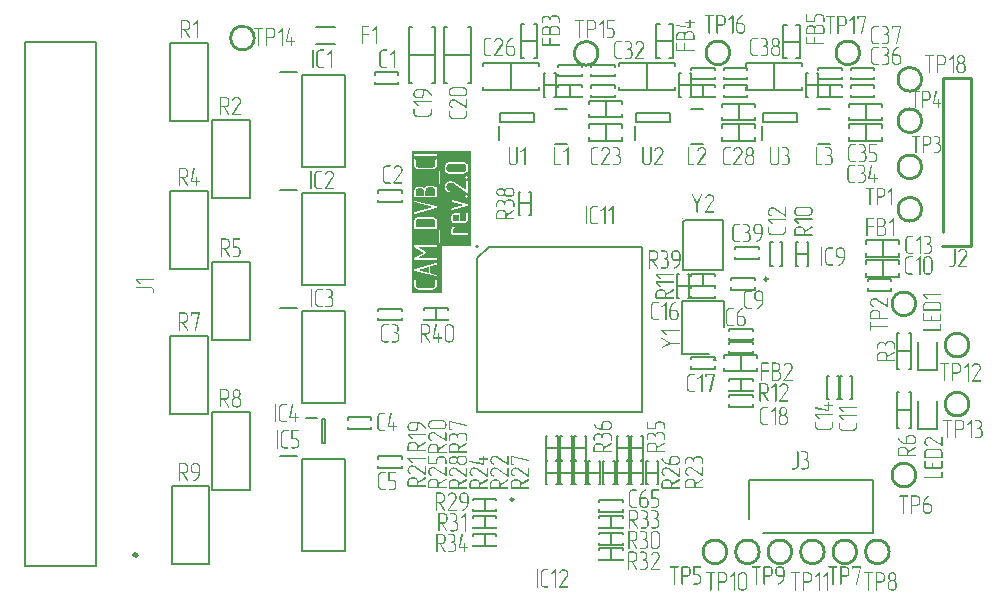
<source format=gto>
G04*
G04 #@! TF.GenerationSoftware,Altium Limited,Altium Designer,23.7.1 (13)*
G04*
G04 Layer_Color=65535*
%FSLAX44Y44*%
%MOMM*%
G71*
G04*
G04 #@! TF.SameCoordinates,D2E7A544-C627-4BF8-9092-2E35ECC9D328*
G04*
G04*
G04 #@! TF.FilePolarity,Positive*
G04*
G01*
G75*
%ADD10C,0.2540*%
%ADD11C,0.2500*%
%ADD12C,0.2000*%
%ADD13C,0.3810*%
%ADD14C,0.1000*%
%ADD15C,0.1500*%
G36*
X513500Y599250D02*
Y519250D01*
X488750D01*
Y479250D01*
X463750D01*
Y599250D01*
X488500D01*
Y599250D01*
X513500D01*
D02*
G37*
G36*
X720315Y423852D02*
X720611Y423741D01*
X720944Y423518D01*
X721018Y423444D01*
X721167Y423259D01*
X721315Y422926D01*
X721352Y422704D01*
X721389Y422481D01*
Y422370D01*
X721352Y422259D01*
Y422111D01*
X721241Y421778D01*
X721018Y421482D01*
X720981D01*
X720944Y421408D01*
X720722Y421296D01*
X720426Y421185D01*
X720018Y421111D01*
X719944D01*
X719796Y421148D01*
X719500Y421259D01*
X719167Y421445D01*
X719130D01*
X719093Y421519D01*
X718870Y421704D01*
X718685Y422037D01*
X718648Y422259D01*
X718611Y422481D01*
Y422556D01*
X718648Y422815D01*
X718796Y423111D01*
X718907Y423259D01*
X719056Y423444D01*
X719093Y423481D01*
X719130Y423518D01*
X719352Y423667D01*
X719648Y423815D01*
X719833Y423889D01*
X720018D01*
X720055D01*
X720093D01*
X720315Y423852D01*
D02*
G37*
G36*
X928608Y680792D02*
X928875Y680770D01*
X929208Y680703D01*
X929585Y680570D01*
X929985Y680393D01*
X930384Y680171D01*
X930584Y680015D01*
X930784Y679837D01*
X930806Y679815D01*
X930873Y679749D01*
X930962Y679660D01*
X931050Y679527D01*
X931183Y679371D01*
X931294Y679194D01*
X931405Y678972D01*
X931516Y678750D01*
X931694Y678173D01*
X931761Y677817D01*
Y677462D01*
Y676330D01*
Y676285D01*
Y676197D01*
X931739Y676041D01*
X931716Y675842D01*
X931694Y675620D01*
X931628Y675375D01*
X931561Y675109D01*
X931450Y674865D01*
X931428Y674843D01*
X931383Y674754D01*
X931317Y674643D01*
X931228Y674487D01*
X931095Y674310D01*
X930917Y674132D01*
X930740Y673932D01*
X930518Y673733D01*
X930562Y673710D01*
X930651Y673666D01*
X930784Y673577D01*
X930962Y673444D01*
X931161Y673266D01*
X931361Y673067D01*
X931583Y672800D01*
X931783Y672512D01*
X931805Y672467D01*
X931872Y672378D01*
X931961Y672201D01*
X932049Y671979D01*
X932138Y671712D01*
X932227Y671424D01*
X932293Y671091D01*
X932316Y670758D01*
Y668516D01*
Y668493D01*
Y668449D01*
Y668382D01*
X932293Y668294D01*
X932271Y668027D01*
X932205Y667717D01*
X932072Y667339D01*
X931894Y666939D01*
X931672Y666540D01*
X931516Y666340D01*
X931339Y666162D01*
X931294Y666118D01*
X931161Y666007D01*
X930962Y665852D01*
X930673Y665674D01*
X930340Y665497D01*
X929918Y665341D01*
X929474Y665230D01*
X929230Y665208D01*
X928963Y665186D01*
X927698D01*
X927609Y665208D01*
X927387Y665230D01*
X927077Y665297D01*
X926721Y665430D01*
X926322Y665585D01*
X925922Y665829D01*
X925722Y665963D01*
X925523Y666140D01*
Y666162D01*
X925478Y666185D01*
X925367Y666318D01*
X925190Y666518D01*
X925012Y666806D01*
X924834Y667139D01*
X924657Y667561D01*
X924546Y668005D01*
X924524Y668249D01*
X924501Y668516D01*
Y670758D01*
Y670802D01*
Y670913D01*
X924524Y671069D01*
X924568Y671291D01*
X924612Y671535D01*
X924701Y671823D01*
X924812Y672112D01*
X924968Y672401D01*
X924990Y672445D01*
X925056Y672534D01*
X925167Y672667D01*
X925301Y672867D01*
X925500Y673067D01*
X925722Y673289D01*
X925989Y673511D01*
X926300Y673733D01*
X926277Y673755D01*
X926211Y673821D01*
X926100Y673910D01*
X925967Y674043D01*
X925833Y674221D01*
X925678Y674399D01*
X925523Y674621D01*
X925389Y674865D01*
X925367Y674887D01*
X925345Y674976D01*
X925278Y675109D01*
X925234Y675309D01*
X925167Y675509D01*
X925101Y675775D01*
X925079Y676041D01*
X925056Y676330D01*
Y677484D01*
Y677506D01*
Y677551D01*
Y677617D01*
X925079Y677706D01*
X925101Y677951D01*
X925167Y678261D01*
X925301Y678616D01*
X925456Y679016D01*
X925700Y679438D01*
X925833Y679638D01*
X926011Y679837D01*
X926033Y679860D01*
X926100Y679926D01*
X926189Y680015D01*
X926322Y680104D01*
X926499Y680237D01*
X926677Y680348D01*
X926877Y680459D01*
X927099Y680570D01*
X927676Y680748D01*
X928031Y680814D01*
X928520D01*
X928608Y680792D01*
D02*
G37*
G36*
X921837D02*
X921971Y680748D01*
X922104Y680659D01*
X922126Y680637D01*
X922193Y680548D01*
X922259Y680415D01*
X922281Y680259D01*
Y665719D01*
Y665674D01*
X922259Y665563D01*
X922215Y665430D01*
X922126Y665297D01*
X922104Y665275D01*
X922015Y665252D01*
X921882Y665208D01*
X921727Y665186D01*
X921704D01*
X921638Y665208D01*
X921505Y665230D01*
X921327Y665297D01*
X921305Y665319D01*
X921260Y665408D01*
X921194Y665541D01*
X921171Y665719D01*
Y678905D01*
X918752Y676507D01*
X918729Y676485D01*
X918641Y676419D01*
X918530Y676352D01*
X918374Y676330D01*
X918330D01*
X918241Y676352D01*
X918108Y676396D01*
X917975Y676507D01*
X917952Y676530D01*
X917908Y676618D01*
X917841Y676752D01*
X917819Y676907D01*
Y676929D01*
X917841Y676996D01*
X917886Y677107D01*
X917975Y677284D01*
X921327Y680659D01*
X921349Y680681D01*
X921438Y680748D01*
X921549Y680792D01*
X921704Y680814D01*
X921749D01*
X921837Y680792D01*
D02*
G37*
G36*
X912447D02*
X912713Y680770D01*
X913046Y680703D01*
X913402Y680570D01*
X913801Y680393D01*
X914223Y680171D01*
X914401Y680015D01*
X914600Y679837D01*
X914623Y679815D01*
X914689Y679749D01*
X914778Y679660D01*
X914867Y679527D01*
X915000Y679371D01*
X915111Y679194D01*
X915222Y678972D01*
X915333Y678750D01*
X915511Y678173D01*
X915577Y677817D01*
Y677462D01*
Y675220D01*
Y675198D01*
Y675153D01*
Y675087D01*
X915555Y674998D01*
X915533Y674732D01*
X915444Y674421D01*
X915333Y674043D01*
X915155Y673644D01*
X914911Y673244D01*
X914756Y673044D01*
X914578Y672867D01*
X914534Y672822D01*
X914401Y672711D01*
X914201Y672556D01*
X913912Y672378D01*
X913579Y672201D01*
X913157Y672045D01*
X912713Y671934D01*
X912469Y671912D01*
X912203Y671890D01*
X908851D01*
Y665719D01*
Y665674D01*
X908829Y665563D01*
X908784Y665430D01*
X908695Y665297D01*
X908673Y665275D01*
X908584Y665252D01*
X908451Y665208D01*
X908296Y665186D01*
X908273D01*
X908207Y665208D01*
X908074Y665230D01*
X907896Y665297D01*
X907874Y665319D01*
X907830Y665408D01*
X907763Y665541D01*
X907741Y665719D01*
Y680237D01*
Y680259D01*
Y680326D01*
X907763Y680415D01*
X907807Y680526D01*
X907874Y680637D01*
X907985Y680725D01*
X908118Y680792D01*
X908296Y680814D01*
X912358D01*
X912447Y680792D01*
D02*
G37*
G36*
X905055D02*
X905166Y680748D01*
X905299Y680637D01*
X905321Y680614D01*
X905410Y680526D01*
X905476Y680393D01*
X905499Y680259D01*
Y680237D01*
X905476Y680148D01*
X905432Y680015D01*
X905343Y679882D01*
X905321Y679860D01*
X905232Y679793D01*
X905099Y679726D01*
X904921Y679704D01*
X902146D01*
Y665719D01*
Y665674D01*
X902124Y665563D01*
X902080Y665430D01*
X901991Y665297D01*
X901969Y665275D01*
X901880Y665252D01*
X901747Y665208D01*
X901591Y665186D01*
X901569D01*
X901503Y665208D01*
X901369Y665230D01*
X901192Y665297D01*
X901170Y665319D01*
X901125Y665408D01*
X901059Y665541D01*
X901037Y665719D01*
Y679704D01*
X898195D01*
X898084Y679726D01*
X897951Y679771D01*
X897818Y679860D01*
X897795Y679882D01*
X897751Y679971D01*
X897707Y680104D01*
X897684Y680259D01*
Y680282D01*
X897707Y680348D01*
X897751Y680437D01*
X897818Y680592D01*
X897840Y680637D01*
X897928Y680703D01*
X898062Y680770D01*
X898239Y680814D01*
X904966D01*
X905055Y680792D01*
D02*
G37*
G36*
X847905Y713792D02*
X848038Y713748D01*
X848171Y713659D01*
X848194Y713637D01*
X848260Y713570D01*
X848305Y713459D01*
X848327Y713304D01*
X848305Y713126D01*
X844930Y698607D01*
Y698585D01*
X844908Y698541D01*
X844841Y698452D01*
X844730Y698297D01*
X844397Y698186D01*
X844353D01*
X844264Y698208D01*
X844153Y698252D01*
X843998Y698319D01*
X843976Y698341D01*
X843909Y698430D01*
X843842Y698541D01*
X843820Y698718D01*
X843842Y698852D01*
X847061Y712704D01*
X841600D01*
Y711594D01*
Y711550D01*
X841578Y711439D01*
X841534Y711306D01*
X841445Y711172D01*
X841423Y711150D01*
X841334Y711106D01*
X841201Y711061D01*
X841045Y711039D01*
X841023D01*
X840956Y711061D01*
X840823Y711106D01*
X840646Y711172D01*
X840623Y711195D01*
X840579Y711283D01*
X840512Y711417D01*
X840490Y711594D01*
Y713237D01*
Y713259D01*
Y713326D01*
X840512Y713415D01*
X840557Y713526D01*
X840623Y713637D01*
X840734Y713726D01*
X840868Y713792D01*
X841045Y713814D01*
X847794D01*
X847905Y713792D01*
D02*
G37*
G36*
X837826D02*
X837960Y713748D01*
X838093Y713659D01*
X838115Y713637D01*
X838182Y713548D01*
X838248Y713415D01*
X838270Y713259D01*
Y698718D01*
Y698674D01*
X838248Y698563D01*
X838204Y698430D01*
X838115Y698297D01*
X838093Y698275D01*
X838004Y698252D01*
X837871Y698208D01*
X837715Y698186D01*
X837693D01*
X837627Y698208D01*
X837493Y698230D01*
X837316Y698297D01*
X837294Y698319D01*
X837249Y698408D01*
X837183Y698541D01*
X837160Y698718D01*
Y711905D01*
X834741Y709508D01*
X834718Y709485D01*
X834630Y709419D01*
X834519Y709352D01*
X834363Y709330D01*
X834319D01*
X834230Y709352D01*
X834097Y709397D01*
X833964Y709508D01*
X833941Y709530D01*
X833897Y709619D01*
X833830Y709752D01*
X833808Y709907D01*
Y709929D01*
X833830Y709996D01*
X833875Y710107D01*
X833964Y710285D01*
X837316Y713659D01*
X837338Y713681D01*
X837427Y713748D01*
X837538Y713792D01*
X837693Y713814D01*
X837738D01*
X837826Y713792D01*
D02*
G37*
G36*
X828436D02*
X828702Y713770D01*
X829035Y713703D01*
X829390Y713570D01*
X829790Y713392D01*
X830212Y713170D01*
X830389Y713015D01*
X830589Y712838D01*
X830611Y712815D01*
X830678Y712749D01*
X830767Y712660D01*
X830856Y712527D01*
X830989Y712371D01*
X831100Y712194D01*
X831211Y711972D01*
X831322Y711750D01*
X831499Y711172D01*
X831566Y710817D01*
Y710462D01*
Y708220D01*
Y708198D01*
Y708153D01*
Y708087D01*
X831544Y707998D01*
X831522Y707732D01*
X831433Y707421D01*
X831322Y707043D01*
X831144Y706644D01*
X830900Y706244D01*
X830745Y706044D01*
X830567Y705867D01*
X830523Y705822D01*
X830389Y705711D01*
X830190Y705556D01*
X829901Y705378D01*
X829568Y705201D01*
X829146Y705045D01*
X828702Y704934D01*
X828458Y704912D01*
X828192Y704890D01*
X824840D01*
Y698718D01*
Y698674D01*
X824817Y698563D01*
X824773Y698430D01*
X824684Y698297D01*
X824662Y698275D01*
X824573Y698252D01*
X824440Y698208D01*
X824285Y698186D01*
X824262D01*
X824196Y698208D01*
X824063Y698230D01*
X823885Y698297D01*
X823863Y698319D01*
X823818Y698408D01*
X823752Y698541D01*
X823730Y698718D01*
Y713237D01*
Y713259D01*
Y713326D01*
X823752Y713415D01*
X823796Y713526D01*
X823863Y713637D01*
X823974Y713726D01*
X824107Y713792D01*
X824285Y713814D01*
X828347D01*
X828436Y713792D01*
D02*
G37*
G36*
X821043D02*
X821154Y713748D01*
X821288Y713637D01*
X821310Y713615D01*
X821399Y713526D01*
X821465Y713392D01*
X821488Y713259D01*
Y713237D01*
X821465Y713148D01*
X821421Y713015D01*
X821332Y712882D01*
X821310Y712860D01*
X821221Y712793D01*
X821088Y712727D01*
X820910Y712704D01*
X818135D01*
Y698718D01*
Y698674D01*
X818113Y698563D01*
X818069Y698430D01*
X817980Y698297D01*
X817958Y698275D01*
X817869Y698252D01*
X817736Y698208D01*
X817580Y698186D01*
X817558D01*
X817492Y698208D01*
X817358Y698230D01*
X817181Y698297D01*
X817159Y698319D01*
X817114Y698408D01*
X817048Y698541D01*
X817025Y698718D01*
Y712704D01*
X814184D01*
X814073Y712727D01*
X813940Y712771D01*
X813806Y712860D01*
X813784Y712882D01*
X813740Y712971D01*
X813695Y713104D01*
X813673Y713259D01*
Y713281D01*
X813695Y713348D01*
X813740Y713437D01*
X813806Y713592D01*
X813829Y713637D01*
X813917Y713703D01*
X814051Y713770D01*
X814228Y713814D01*
X820955D01*
X821043Y713792D01*
D02*
G37*
G36*
X743163Y714357D02*
X743274Y714290D01*
X743407Y714180D01*
X743429Y714157D01*
X743496Y714069D01*
X743540Y713935D01*
X743563Y713780D01*
Y713758D01*
Y713691D01*
X743518Y713602D01*
X743474Y713513D01*
X743452Y713491D01*
X743407Y713447D01*
X743341Y713358D01*
X743207Y713269D01*
X742986Y713203D01*
X742741Y713092D01*
X742275Y712848D01*
X742253Y712825D01*
X742208Y712803D01*
X742120Y712737D01*
X742009Y712670D01*
X741742Y712492D01*
X741432Y712248D01*
X741409Y712226D01*
X741320Y712137D01*
X741187Y712026D01*
X741010Y711849D01*
X740810Y711627D01*
X740588Y711360D01*
X740344Y711072D01*
X740100Y710716D01*
X740077Y710694D01*
X740033Y710605D01*
X739966Y710472D01*
X739855Y710272D01*
X739744Y710050D01*
X739633Y709806D01*
X739500Y709518D01*
X739389Y709207D01*
X739367Y709162D01*
X739345Y709074D01*
X739300Y708918D01*
X739256Y708718D01*
X739189Y708474D01*
X739145Y708208D01*
X739123Y707941D01*
X739101Y707675D01*
X742564D01*
X742675Y707653D01*
X742786D01*
X742941Y707631D01*
X743274Y707564D01*
X743652Y707431D01*
X744051Y707253D01*
X744451Y707031D01*
X744650Y706876D01*
X744828Y706698D01*
X744850D01*
X744873Y706654D01*
X744984Y706521D01*
X745139Y706321D01*
X745316Y706032D01*
X745494Y705699D01*
X745649Y705277D01*
X745760Y704834D01*
X745805Y704589D01*
Y704323D01*
Y702081D01*
Y702058D01*
Y702014D01*
Y701947D01*
X745783Y701859D01*
X745760Y701592D01*
X745694Y701259D01*
X745561Y700882D01*
X745383Y700482D01*
X745161Y700083D01*
X745006Y699883D01*
X744828Y699705D01*
X744784Y699661D01*
X744650Y699550D01*
X744451Y699395D01*
X744162Y699239D01*
X743829Y699062D01*
X743407Y698906D01*
X742963Y698795D01*
X742719Y698773D01*
X742453Y698751D01*
X741187D01*
X741098Y698773D01*
X740876Y698795D01*
X740566Y698862D01*
X740211Y698995D01*
X739811Y699150D01*
X739411Y699395D01*
X739212Y699528D01*
X739012Y699705D01*
Y699728D01*
X738967Y699750D01*
X738856Y699883D01*
X738679Y700083D01*
X738501Y700371D01*
X738324Y700704D01*
X738146Y701126D01*
X738035Y701570D01*
X738013Y701814D01*
X737991Y702081D01*
Y707053D01*
Y707076D01*
Y707164D01*
Y707275D01*
X738013Y707453D01*
X738035Y707653D01*
X738057Y707897D01*
X738079Y708163D01*
X738146Y708452D01*
X738190Y708763D01*
X738279Y709118D01*
X738479Y709828D01*
X738612Y710206D01*
X738790Y710583D01*
X738967Y710938D01*
X739167Y711316D01*
X739189Y711338D01*
X739234Y711405D01*
X739300Y711516D01*
X739411Y711649D01*
X739545Y711826D01*
X739700Y712026D01*
X739900Y712248D01*
X740122Y712470D01*
X740366Y712714D01*
X740632Y712959D01*
X740921Y713225D01*
X741254Y713469D01*
X741609Y713691D01*
X741986Y713913D01*
X742386Y714135D01*
X742808Y714313D01*
X743030Y714379D01*
X743074D01*
X743163Y714357D01*
D02*
G37*
G36*
X735327D02*
X735460Y714313D01*
X735593Y714224D01*
X735615Y714202D01*
X735682Y714113D01*
X735748Y713980D01*
X735771Y713824D01*
Y699284D01*
Y699239D01*
X735748Y699128D01*
X735704Y698995D01*
X735615Y698862D01*
X735593Y698840D01*
X735504Y698817D01*
X735371Y698773D01*
X735216Y698751D01*
X735193D01*
X735127Y698773D01*
X734994Y698795D01*
X734816Y698862D01*
X734794Y698884D01*
X734750Y698973D01*
X734683Y699106D01*
X734661Y699284D01*
Y712470D01*
X732241Y710073D01*
X732219Y710050D01*
X732130Y709984D01*
X732019Y709917D01*
X731863Y709895D01*
X731819D01*
X731730Y709917D01*
X731597Y709962D01*
X731464Y710073D01*
X731442Y710095D01*
X731397Y710184D01*
X731331Y710317D01*
X731309Y710472D01*
Y710494D01*
X731331Y710561D01*
X731375Y710672D01*
X731464Y710850D01*
X734816Y714224D01*
X734838Y714246D01*
X734927Y714313D01*
X735038Y714357D01*
X735193Y714379D01*
X735238D01*
X735327Y714357D01*
D02*
G37*
G36*
X725936D02*
X726203Y714335D01*
X726536Y714268D01*
X726891Y714135D01*
X727290Y713958D01*
X727712Y713736D01*
X727890Y713580D01*
X728090Y713402D01*
X728112Y713380D01*
X728178Y713314D01*
X728267Y713225D01*
X728356Y713092D01*
X728489Y712936D01*
X728600Y712759D01*
X728711Y712537D01*
X728822Y712315D01*
X729000Y711738D01*
X729066Y711382D01*
Y711027D01*
Y708785D01*
Y708763D01*
Y708718D01*
Y708652D01*
X729044Y708563D01*
X729022Y708297D01*
X728933Y707986D01*
X728822Y707608D01*
X728645Y707209D01*
X728400Y706809D01*
X728245Y706609D01*
X728067Y706432D01*
X728023Y706387D01*
X727890Y706276D01*
X727690Y706121D01*
X727401Y705944D01*
X727068Y705766D01*
X726647Y705611D01*
X726203Y705499D01*
X725958Y705477D01*
X725692Y705455D01*
X722340D01*
Y699284D01*
Y699239D01*
X722318Y699128D01*
X722273Y698995D01*
X722185Y698862D01*
X722162Y698840D01*
X722074Y698817D01*
X721940Y698773D01*
X721785Y698751D01*
X721763D01*
X721696Y698773D01*
X721563Y698795D01*
X721385Y698862D01*
X721363Y698884D01*
X721319Y698973D01*
X721252Y699106D01*
X721230Y699284D01*
Y713802D01*
Y713824D01*
Y713891D01*
X721252Y713980D01*
X721296Y714091D01*
X721363Y714202D01*
X721474Y714290D01*
X721607Y714357D01*
X721785Y714379D01*
X725847D01*
X725936Y714357D01*
D02*
G37*
G36*
X718544D02*
X718655Y714313D01*
X718788Y714202D01*
X718810Y714180D01*
X718899Y714091D01*
X718966Y713958D01*
X718988Y713824D01*
Y713802D01*
X718966Y713713D01*
X718921Y713580D01*
X718832Y713447D01*
X718810Y713425D01*
X718721Y713358D01*
X718588Y713291D01*
X718411Y713269D01*
X715636D01*
Y699284D01*
Y699239D01*
X715613Y699128D01*
X715569Y698995D01*
X715480Y698862D01*
X715458Y698840D01*
X715369Y698817D01*
X715236Y698773D01*
X715081Y698751D01*
X715058D01*
X714992Y698773D01*
X714859Y698795D01*
X714681Y698862D01*
X714659Y698884D01*
X714614Y698973D01*
X714548Y699106D01*
X714526Y699284D01*
Y713269D01*
X711684D01*
X711573Y713291D01*
X711440Y713336D01*
X711307Y713425D01*
X711284Y713447D01*
X711240Y713536D01*
X711196Y713669D01*
X711173Y713824D01*
Y713847D01*
X711196Y713913D01*
X711240Y714002D01*
X711307Y714157D01*
X711329Y714202D01*
X711418Y714268D01*
X711551Y714335D01*
X711729Y714379D01*
X718455D01*
X718544Y714357D01*
D02*
G37*
G36*
X634567Y710542D02*
X634678Y710498D01*
X634811Y710387D01*
X634833Y710365D01*
X634922Y710276D01*
X634989Y710143D01*
X635011Y710009D01*
Y709987D01*
X634989Y709898D01*
X634944Y709765D01*
X634855Y709632D01*
X634833Y709610D01*
X634744Y709543D01*
X634611Y709476D01*
X634434Y709454D01*
X629416D01*
Y703838D01*
X631792D01*
X631880Y703816D01*
X632147Y703793D01*
X632480Y703705D01*
X632835Y703594D01*
X633235Y703416D01*
X633634Y703172D01*
X633834Y703016D01*
X634012Y702839D01*
X634034D01*
X634056Y702794D01*
X634167Y702661D01*
X634323Y702461D01*
X634522Y702173D01*
X634700Y701840D01*
X634855Y701440D01*
X634966Y700974D01*
X635011Y700730D01*
Y700486D01*
Y698266D01*
Y698243D01*
Y698199D01*
Y698132D01*
X634989Y698044D01*
X634966Y697777D01*
X634878Y697467D01*
X634767Y697089D01*
X634589Y696690D01*
X634345Y696290D01*
X634189Y696090D01*
X634012Y695912D01*
X633967Y695868D01*
X633834Y695757D01*
X633634Y695602D01*
X633346Y695424D01*
X633013Y695247D01*
X632613Y695091D01*
X632147Y694980D01*
X631903Y694958D01*
X631659Y694936D01*
X628817D01*
X628706Y694958D01*
X628573Y695002D01*
X628440Y695091D01*
X628417Y695113D01*
X628373Y695202D01*
X628329Y695335D01*
X628306Y695491D01*
Y695513D01*
X628329Y695580D01*
X628373Y695668D01*
X628440Y695824D01*
X628462Y695868D01*
X628551Y695935D01*
X628684Y696001D01*
X628861Y696046D01*
X631814D01*
X631992Y696090D01*
X632214Y696134D01*
X632458Y696201D01*
X632724Y696312D01*
X632990Y696468D01*
X633235Y696690D01*
X633257Y696712D01*
X633346Y696801D01*
X633457Y696934D01*
X633568Y697133D01*
X633701Y697355D01*
X633790Y697622D01*
X633879Y697933D01*
X633901Y698266D01*
Y700508D01*
Y700552D01*
Y700663D01*
X633856Y700841D01*
X633812Y701041D01*
X633745Y701285D01*
X633612Y701551D01*
X633457Y701818D01*
X633235Y702062D01*
X633213Y702084D01*
X633124Y702173D01*
X632990Y702284D01*
X632791Y702395D01*
X632569Y702528D01*
X632302Y702617D01*
X631992Y702706D01*
X631659Y702728D01*
X628773D01*
X628684Y702750D01*
X628595Y702794D01*
X628484Y702861D01*
X628395Y702972D01*
X628329Y703105D01*
X628306Y703283D01*
Y709987D01*
Y710009D01*
Y710076D01*
X628329Y710165D01*
X628373Y710276D01*
X628440Y710387D01*
X628551Y710475D01*
X628684Y710542D01*
X628861Y710564D01*
X634478D01*
X634567Y710542D01*
D02*
G37*
G36*
X625643D02*
X625776Y710498D01*
X625909Y710409D01*
X625931Y710387D01*
X625998Y710298D01*
X626064Y710165D01*
X626087Y710009D01*
Y695469D01*
Y695424D01*
X626064Y695313D01*
X626020Y695180D01*
X625931Y695047D01*
X625909Y695024D01*
X625820Y695002D01*
X625687Y694958D01*
X625532Y694936D01*
X625509D01*
X625443Y694958D01*
X625309Y694980D01*
X625132Y695047D01*
X625110Y695069D01*
X625065Y695158D01*
X624999Y695291D01*
X624977Y695469D01*
Y708655D01*
X622557Y706257D01*
X622534Y706235D01*
X622446Y706169D01*
X622335Y706102D01*
X622179Y706080D01*
X622135D01*
X622046Y706102D01*
X621913Y706146D01*
X621780Y706257D01*
X621758Y706280D01*
X621713Y706368D01*
X621646Y706502D01*
X621624Y706657D01*
Y706679D01*
X621646Y706746D01*
X621691Y706857D01*
X621780Y707035D01*
X625132Y710409D01*
X625154Y710431D01*
X625243Y710498D01*
X625354Y710542D01*
X625509Y710564D01*
X625554D01*
X625643Y710542D01*
D02*
G37*
G36*
X616252D02*
X616518Y710520D01*
X616851Y710453D01*
X617207Y710320D01*
X617606Y710143D01*
X618028Y709921D01*
X618206Y709765D01*
X618405Y709587D01*
X618428Y709565D01*
X618494Y709499D01*
X618583Y709410D01*
X618672Y709277D01*
X618805Y709121D01*
X618916Y708944D01*
X619027Y708722D01*
X619138Y708500D01*
X619316Y707923D01*
X619382Y707567D01*
Y707212D01*
Y704970D01*
Y704948D01*
Y704903D01*
Y704837D01*
X619360Y704748D01*
X619338Y704482D01*
X619249Y704171D01*
X619138Y703793D01*
X618960Y703394D01*
X618716Y702994D01*
X618561Y702794D01*
X618383Y702617D01*
X618339Y702572D01*
X618206Y702461D01*
X618006Y702306D01*
X617717Y702128D01*
X617384Y701951D01*
X616962Y701795D01*
X616518Y701684D01*
X616274Y701662D01*
X616008Y701640D01*
X612656D01*
Y695469D01*
Y695424D01*
X612634Y695313D01*
X612589Y695180D01*
X612500Y695047D01*
X612478Y695024D01*
X612389Y695002D01*
X612256Y694958D01*
X612101Y694936D01*
X612079D01*
X612012Y694958D01*
X611879Y694980D01*
X611701Y695047D01*
X611679Y695069D01*
X611634Y695158D01*
X611568Y695291D01*
X611546Y695469D01*
Y709987D01*
Y710009D01*
Y710076D01*
X611568Y710165D01*
X611612Y710276D01*
X611679Y710387D01*
X611790Y710475D01*
X611923Y710542D01*
X612101Y710564D01*
X616163D01*
X616252Y710542D01*
D02*
G37*
G36*
X608860D02*
X608971Y710498D01*
X609104Y710387D01*
X609126Y710365D01*
X609215Y710276D01*
X609281Y710143D01*
X609304Y710009D01*
Y709987D01*
X609281Y709898D01*
X609237Y709765D01*
X609148Y709632D01*
X609126Y709610D01*
X609037Y709543D01*
X608904Y709476D01*
X608726Y709454D01*
X605951D01*
Y695469D01*
Y695424D01*
X605929Y695313D01*
X605885Y695180D01*
X605796Y695047D01*
X605774Y695024D01*
X605685Y695002D01*
X605552Y694958D01*
X605396Y694936D01*
X605374D01*
X605308Y694958D01*
X605174Y694980D01*
X604997Y695047D01*
X604975Y695069D01*
X604930Y695158D01*
X604864Y695291D01*
X604841Y695469D01*
Y709454D01*
X602000D01*
X601889Y709476D01*
X601756Y709521D01*
X601623Y709610D01*
X601600Y709632D01*
X601556Y709721D01*
X601511Y709854D01*
X601489Y710009D01*
Y710032D01*
X601511Y710098D01*
X601556Y710187D01*
X601623Y710342D01*
X601645Y710387D01*
X601734Y710453D01*
X601867Y710520D01*
X602044Y710564D01*
X608771D01*
X608860Y710542D01*
D02*
G37*
G36*
X359660Y703792D02*
X359793Y703748D01*
X359926Y703659D01*
X359948Y703637D01*
X360015Y703548D01*
X360081Y703415D01*
X360104Y703259D01*
X360081Y703126D01*
X357995Y692648D01*
X361236D01*
Y695423D01*
Y695445D01*
X361258Y695534D01*
X361302Y695667D01*
X361391Y695800D01*
X361413Y695822D01*
X361502Y695911D01*
X361635Y695978D01*
X361791Y696000D01*
X361835D01*
X361924Y695978D01*
X362035Y695933D01*
X362168Y695845D01*
X362190Y695822D01*
X362257Y695734D01*
X362323Y695600D01*
X362346Y695423D01*
Y692648D01*
X364055D01*
X364144Y692626D01*
X364255Y692581D01*
X364388Y692470D01*
X364410Y692448D01*
X364477Y692359D01*
X364543Y692226D01*
X364566Y692093D01*
Y692071D01*
X364543Y691982D01*
X364499Y691849D01*
X364410Y691715D01*
X364388Y691693D01*
X364322Y691627D01*
X364188Y691560D01*
X364011Y691538D01*
X362346D01*
Y688718D01*
Y688674D01*
X362323Y688563D01*
X362279Y688430D01*
X362190Y688297D01*
X362168Y688275D01*
X362079Y688252D01*
X361946Y688208D01*
X361791Y688186D01*
X361768D01*
X361702Y688208D01*
X361569Y688230D01*
X361391Y688297D01*
X361369Y688319D01*
X361325Y688408D01*
X361258Y688541D01*
X361236Y688718D01*
Y691538D01*
X357262D01*
X357173Y691560D01*
X357040Y691605D01*
X356907Y691693D01*
X356885Y691715D01*
X356840Y691804D01*
X356774Y691915D01*
X356751Y692071D01*
Y692204D01*
X358994Y703348D01*
Y703392D01*
X359016Y703481D01*
X359082Y703592D01*
X359171Y703681D01*
X359526Y703814D01*
X359571D01*
X359660Y703792D01*
D02*
G37*
G36*
X354087D02*
X354221Y703748D01*
X354354Y703659D01*
X354376Y703637D01*
X354443Y703548D01*
X354509Y703415D01*
X354532Y703259D01*
Y688718D01*
Y688674D01*
X354509Y688563D01*
X354465Y688430D01*
X354376Y688297D01*
X354354Y688275D01*
X354265Y688252D01*
X354132Y688208D01*
X353977Y688186D01*
X353954D01*
X353888Y688208D01*
X353755Y688230D01*
X353577Y688297D01*
X353555Y688319D01*
X353510Y688408D01*
X353444Y688541D01*
X353422Y688718D01*
Y701905D01*
X351002Y699508D01*
X350979Y699485D01*
X350891Y699419D01*
X350780Y699352D01*
X350624Y699330D01*
X350580D01*
X350491Y699352D01*
X350358Y699397D01*
X350225Y699508D01*
X350203Y699530D01*
X350158Y699619D01*
X350092Y699752D01*
X350069Y699907D01*
Y699929D01*
X350092Y699996D01*
X350136Y700107D01*
X350225Y700285D01*
X353577Y703659D01*
X353599Y703681D01*
X353688Y703748D01*
X353799Y703792D01*
X353954Y703814D01*
X353999D01*
X354087Y703792D01*
D02*
G37*
G36*
X344697D02*
X344963Y703770D01*
X345296Y703703D01*
X345652Y703570D01*
X346051Y703392D01*
X346473Y703170D01*
X346651Y703015D01*
X346850Y702838D01*
X346873Y702815D01*
X346939Y702749D01*
X347028Y702660D01*
X347117Y702527D01*
X347250Y702371D01*
X347361Y702194D01*
X347472Y701972D01*
X347583Y701750D01*
X347761Y701172D01*
X347827Y700817D01*
Y700462D01*
Y698220D01*
Y698198D01*
Y698153D01*
Y698087D01*
X347805Y697998D01*
X347783Y697732D01*
X347694Y697421D01*
X347583Y697043D01*
X347405Y696644D01*
X347161Y696244D01*
X347006Y696044D01*
X346828Y695867D01*
X346784Y695822D01*
X346651Y695711D01*
X346451Y695556D01*
X346162Y695378D01*
X345829Y695201D01*
X345407Y695045D01*
X344963Y694934D01*
X344719Y694912D01*
X344453Y694890D01*
X341101D01*
Y688718D01*
Y688674D01*
X341078Y688563D01*
X341034Y688430D01*
X340945Y688297D01*
X340923Y688275D01*
X340834Y688252D01*
X340701Y688208D01*
X340546Y688186D01*
X340523D01*
X340457Y688208D01*
X340324Y688230D01*
X340146Y688297D01*
X340124Y688319D01*
X340079Y688408D01*
X340013Y688541D01*
X339991Y688718D01*
Y703237D01*
Y703259D01*
Y703326D01*
X340013Y703415D01*
X340057Y703526D01*
X340124Y703637D01*
X340235Y703726D01*
X340368Y703792D01*
X340546Y703814D01*
X344608D01*
X344697Y703792D01*
D02*
G37*
G36*
X337305D02*
X337416Y703748D01*
X337549Y703637D01*
X337571Y703615D01*
X337660Y703526D01*
X337726Y703392D01*
X337749Y703259D01*
Y703237D01*
X337726Y703148D01*
X337682Y703015D01*
X337593Y702882D01*
X337571Y702860D01*
X337482Y702793D01*
X337349Y702727D01*
X337171Y702704D01*
X334396D01*
Y688718D01*
Y688674D01*
X334374Y688563D01*
X334330Y688430D01*
X334241Y688297D01*
X334219Y688275D01*
X334130Y688252D01*
X333997Y688208D01*
X333841Y688186D01*
X333819D01*
X333753Y688208D01*
X333619Y688230D01*
X333442Y688297D01*
X333420Y688319D01*
X333375Y688408D01*
X333309Y688541D01*
X333287Y688718D01*
Y702704D01*
X330445D01*
X330334Y702727D01*
X330201Y702771D01*
X330067Y702860D01*
X330045Y702882D01*
X330001Y702971D01*
X329957Y703104D01*
X329934Y703259D01*
Y703281D01*
X329957Y703348D01*
X330001Y703437D01*
X330067Y703592D01*
X330090Y703637D01*
X330178Y703703D01*
X330312Y703770D01*
X330489Y703814D01*
X337216D01*
X337305Y703792D01*
D02*
G37*
G36*
X943098Y371792D02*
X943342Y371770D01*
X943675Y371703D01*
X944052Y371570D01*
X944452Y371393D01*
X944852Y371171D01*
X945051Y371015D01*
X945229Y370838D01*
X945251D01*
X945273Y370793D01*
X945384Y370660D01*
X945540Y370460D01*
X945717Y370172D01*
X945895Y369838D01*
X946050Y369417D01*
X946161Y368973D01*
X946206Y368728D01*
Y368462D01*
Y367330D01*
Y366975D01*
Y366753D01*
X946117Y366531D01*
Y366509D01*
Y366486D01*
X946095Y366420D01*
X946072Y366331D01*
X946006Y366131D01*
X945895Y365887D01*
X945873Y365865D01*
X945828Y365776D01*
X945762Y365665D01*
X945673Y365510D01*
X945540Y365332D01*
X945362Y365154D01*
X945184Y364932D01*
X944962Y364733D01*
X945007Y364710D01*
X945096Y364666D01*
X945229Y364577D01*
X945406Y364444D01*
X945606Y364266D01*
X945806Y364067D01*
X946028Y363800D01*
X946228Y363512D01*
X946250Y363467D01*
X946317Y363378D01*
X946405Y363201D01*
X946494Y362979D01*
X946583Y362712D01*
X946672Y362424D01*
X946739Y362091D01*
X946761Y361758D01*
Y359516D01*
Y359493D01*
Y359449D01*
Y359383D01*
X946739Y359294D01*
X946716Y359027D01*
X946628Y358694D01*
X946516Y358317D01*
X946339Y357917D01*
X946095Y357518D01*
X945939Y357318D01*
X945762Y357140D01*
X945717Y357096D01*
X945584Y356985D01*
X945384Y356829D01*
X945096Y356674D01*
X944763Y356497D01*
X944363Y356341D01*
X943897Y356230D01*
X943653Y356208D01*
X943409Y356186D01*
X940567D01*
X940456Y356208D01*
X940323Y356252D01*
X940190Y356341D01*
X940167Y356363D01*
X940123Y356452D01*
X940079Y356585D01*
X940056Y356741D01*
Y356763D01*
X940079Y356829D01*
X940123Y356918D01*
X940190Y357074D01*
X940212Y357118D01*
X940301Y357185D01*
X940434Y357251D01*
X940611Y357296D01*
X943564D01*
X943742Y357340D01*
X943963Y357384D01*
X944208Y357451D01*
X944474Y357562D01*
X944741Y357718D01*
X944985Y357939D01*
X945007Y357962D01*
X945096Y358050D01*
X945207Y358184D01*
X945318Y358383D01*
X945451Y358605D01*
X945540Y358872D01*
X945629Y359183D01*
X945651Y359516D01*
Y361758D01*
Y361802D01*
Y361913D01*
X945629Y362091D01*
X945562Y362313D01*
X945495Y362557D01*
X945384Y362823D01*
X945229Y363090D01*
X945007Y363334D01*
X944985Y363356D01*
X944896Y363445D01*
X944763Y363556D01*
X944563Y363667D01*
X944341Y363800D01*
X944052Y363889D01*
X943742Y363978D01*
X943409Y364000D01*
X942809D01*
X942698Y364022D01*
X942565Y364067D01*
X942432Y364155D01*
X942410Y364178D01*
X942365Y364266D01*
X942321Y364400D01*
X942299Y364555D01*
Y364577D01*
X942321Y364644D01*
X942365Y364733D01*
X942432Y364888D01*
X942454Y364932D01*
X942543Y364999D01*
X942676Y365066D01*
X942854Y365110D01*
X943009D01*
X943187Y365154D01*
X943409Y365199D01*
X943653Y365265D01*
X943919Y365376D01*
X944185Y365532D01*
X944430Y365754D01*
X944452Y365776D01*
X944541Y365865D01*
X944652Y365998D01*
X944763Y366198D01*
X944896Y366420D01*
X944985Y366686D01*
X945073Y366997D01*
X945096Y367330D01*
Y368462D01*
Y368507D01*
Y368618D01*
X945051Y368795D01*
X945007Y369017D01*
X944940Y369261D01*
X944807Y369528D01*
X944652Y369794D01*
X944430Y370038D01*
X944408Y370061D01*
X944319Y370149D01*
X944185Y370260D01*
X943986Y370371D01*
X943764Y370504D01*
X943497Y370593D01*
X943187Y370682D01*
X942854Y370704D01*
X940567D01*
X940456Y370727D01*
X940323Y370771D01*
X940190Y370860D01*
X940167Y370882D01*
X940123Y370971D01*
X940079Y371104D01*
X940056Y371259D01*
Y371282D01*
X940079Y371348D01*
X940123Y371437D01*
X940190Y371592D01*
X940212Y371637D01*
X940301Y371703D01*
X940434Y371770D01*
X940611Y371814D01*
X942987D01*
X943098Y371792D01*
D02*
G37*
G36*
X937393D02*
X937526Y371748D01*
X937659Y371659D01*
X937681Y371637D01*
X937748Y371548D01*
X937814Y371415D01*
X937837Y371259D01*
Y356718D01*
Y356674D01*
X937814Y356563D01*
X937770Y356430D01*
X937681Y356297D01*
X937659Y356274D01*
X937570Y356252D01*
X937437Y356208D01*
X937281Y356186D01*
X937259D01*
X937193Y356208D01*
X937059Y356230D01*
X936882Y356297D01*
X936860Y356319D01*
X936815Y356408D01*
X936749Y356541D01*
X936727Y356718D01*
Y369905D01*
X934307Y367508D01*
X934285Y367485D01*
X934196Y367419D01*
X934085Y367352D01*
X933929Y367330D01*
X933885D01*
X933796Y367352D01*
X933663Y367397D01*
X933530Y367508D01*
X933508Y367530D01*
X933463Y367618D01*
X933397Y367752D01*
X933374Y367907D01*
Y367929D01*
X933397Y367996D01*
X933441Y368107D01*
X933530Y368284D01*
X936882Y371659D01*
X936904Y371681D01*
X936993Y371748D01*
X937104Y371792D01*
X937259Y371814D01*
X937304D01*
X937393Y371792D01*
D02*
G37*
G36*
X928002D02*
X928268Y371770D01*
X928601Y371703D01*
X928957Y371570D01*
X929356Y371393D01*
X929778Y371171D01*
X929956Y371015D01*
X930155Y370838D01*
X930178Y370815D01*
X930244Y370749D01*
X930333Y370660D01*
X930422Y370527D01*
X930555Y370371D01*
X930666Y370194D01*
X930777Y369972D01*
X930888Y369750D01*
X931066Y369173D01*
X931132Y368817D01*
Y368462D01*
Y366220D01*
Y366198D01*
Y366153D01*
Y366087D01*
X931110Y365998D01*
X931088Y365732D01*
X930999Y365421D01*
X930888Y365043D01*
X930710Y364644D01*
X930466Y364244D01*
X930311Y364044D01*
X930133Y363867D01*
X930089Y363822D01*
X929956Y363711D01*
X929756Y363556D01*
X929467Y363378D01*
X929134Y363201D01*
X928712Y363045D01*
X928268Y362934D01*
X928024Y362912D01*
X927758Y362890D01*
X924406D01*
Y356718D01*
Y356674D01*
X924383Y356563D01*
X924339Y356430D01*
X924250Y356297D01*
X924228Y356274D01*
X924139Y356252D01*
X924006Y356208D01*
X923851Y356186D01*
X923829D01*
X923762Y356208D01*
X923629Y356230D01*
X923451Y356297D01*
X923429Y356319D01*
X923384Y356408D01*
X923318Y356541D01*
X923296Y356718D01*
Y371237D01*
Y371259D01*
Y371326D01*
X923318Y371415D01*
X923362Y371526D01*
X923429Y371637D01*
X923540Y371726D01*
X923673Y371792D01*
X923851Y371814D01*
X927913D01*
X928002Y371792D01*
D02*
G37*
G36*
X920610D02*
X920721Y371748D01*
X920854Y371637D01*
X920876Y371614D01*
X920965Y371526D01*
X921031Y371393D01*
X921054Y371259D01*
Y371237D01*
X921031Y371148D01*
X920987Y371015D01*
X920898Y370882D01*
X920876Y370860D01*
X920787Y370793D01*
X920654Y370727D01*
X920476Y370704D01*
X917701D01*
Y356718D01*
Y356674D01*
X917679Y356563D01*
X917635Y356430D01*
X917546Y356297D01*
X917524Y356274D01*
X917435Y356252D01*
X917302Y356208D01*
X917146Y356186D01*
X917124D01*
X917058Y356208D01*
X916924Y356230D01*
X916747Y356297D01*
X916725Y356319D01*
X916680Y356408D01*
X916614Y356541D01*
X916591Y356718D01*
Y370704D01*
X913750D01*
X913639Y370727D01*
X913506Y370771D01*
X913372Y370860D01*
X913350Y370882D01*
X913306Y370971D01*
X913261Y371104D01*
X913239Y371259D01*
Y371282D01*
X913261Y371348D01*
X913306Y371437D01*
X913372Y371592D01*
X913395Y371637D01*
X913484Y371703D01*
X913617Y371770D01*
X913794Y371814D01*
X920521D01*
X920610Y371792D01*
D02*
G37*
G36*
X941453Y419792D02*
X941586D01*
X941764Y419748D01*
X942141Y419681D01*
X942563Y419548D01*
X943051Y419348D01*
X943296Y419215D01*
X943540Y419082D01*
X943784Y418904D01*
X944028Y418704D01*
X944050Y418682D01*
X944095Y418660D01*
X944161Y418593D01*
X944228Y418504D01*
X944339Y418394D01*
X944450Y418260D01*
X944694Y417927D01*
X944938Y417528D01*
X945160Y417062D01*
X945227Y416817D01*
X945294Y416551D01*
X945338Y416262D01*
X945360Y415974D01*
Y415951D01*
Y415885D01*
Y415774D01*
X945338Y415641D01*
X945316Y415463D01*
X945294Y415285D01*
X945182Y414886D01*
Y414864D01*
X945160Y414797D01*
X945116Y414686D01*
X945049Y414553D01*
X944960Y414375D01*
X944872Y414175D01*
X944738Y413931D01*
X944605Y413687D01*
X939055Y405296D01*
X944738D01*
X944827Y405274D01*
X944938Y405229D01*
X945071Y405118D01*
X945094Y405096D01*
X945160Y405007D01*
X945227Y404874D01*
X945249Y404741D01*
Y404719D01*
X945227Y404630D01*
X945182Y404496D01*
X945094Y404363D01*
X945071Y404341D01*
X945005Y404274D01*
X944872Y404208D01*
X944694Y404186D01*
X937968D01*
X937879Y404208D01*
X937768Y404252D01*
X937612Y404363D01*
X937590Y404385D01*
X937546Y404474D01*
X937479Y404608D01*
X937457Y404785D01*
Y404807D01*
X937479Y404874D01*
X937501Y404963D01*
X937546Y405051D01*
X943651Y414309D01*
X943895Y414753D01*
X944050Y415152D01*
Y415174D01*
X944072Y415219D01*
X944095Y415308D01*
X944139Y415396D01*
X944184Y415663D01*
X944206Y415974D01*
Y415996D01*
Y416018D01*
X944184Y416174D01*
X944161Y416373D01*
X944095Y416640D01*
X943984Y416928D01*
X943806Y417261D01*
X943584Y417572D01*
X943273Y417883D01*
X943251Y417905D01*
X943207Y417949D01*
X943118Y418016D01*
X943007Y418083D01*
X942874Y418172D01*
X942696Y418283D01*
X942319Y418460D01*
X942297D01*
X942230Y418504D01*
X942119Y418527D01*
X941986Y418571D01*
X941830Y418615D01*
X941631Y418638D01*
X941231Y418682D01*
X941098D01*
X940942Y418660D01*
X940765Y418638D01*
X940543Y418571D01*
X940299Y418504D01*
X940032Y418394D01*
X939788Y418238D01*
X939766Y418216D01*
X939677Y418149D01*
X939566Y418060D01*
X939411Y417905D01*
X939255Y417705D01*
X939078Y417439D01*
X938900Y417128D01*
X938722Y416773D01*
X938700Y416751D01*
X938678Y416684D01*
X938611Y416595D01*
X938545Y416507D01*
X938523D01*
X938456Y416462D01*
X938345Y416440D01*
X938212Y416418D01*
X938167D01*
X938079Y416440D01*
X937945Y416484D01*
X937812Y416551D01*
X937790Y416573D01*
X937723Y416662D01*
X937657Y416795D01*
X937635Y416950D01*
X937679Y417150D01*
Y417173D01*
X937701Y417217D01*
X937723Y417284D01*
X937768Y417372D01*
X937879Y417617D01*
X938034Y417905D01*
X938234Y418238D01*
X938500Y418593D01*
X938789Y418904D01*
X939144Y419193D01*
X939189Y419215D01*
X939300Y419282D01*
X939477Y419393D01*
X939721Y419504D01*
X940032Y419614D01*
X940365Y419725D01*
X940765Y419792D01*
X941187Y419814D01*
X941342D01*
X941453Y419792D01*
D02*
G37*
G36*
X934793D02*
X934926Y419748D01*
X935060Y419659D01*
X935082Y419637D01*
X935148Y419548D01*
X935215Y419415D01*
X935237Y419259D01*
Y404719D01*
Y404674D01*
X935215Y404563D01*
X935171Y404430D01*
X935082Y404297D01*
X935060Y404274D01*
X934971Y404252D01*
X934837Y404208D01*
X934682Y404186D01*
X934660D01*
X934593Y404208D01*
X934460Y404230D01*
X934283Y404297D01*
X934260Y404319D01*
X934216Y404408D01*
X934149Y404541D01*
X934127Y404719D01*
Y417905D01*
X931707Y415508D01*
X931685Y415485D01*
X931596Y415419D01*
X931485Y415352D01*
X931330Y415330D01*
X931285D01*
X931197Y415352D01*
X931064Y415396D01*
X930930Y415508D01*
X930908Y415530D01*
X930864Y415619D01*
X930797Y415752D01*
X930775Y415907D01*
Y415929D01*
X930797Y415996D01*
X930842Y416107D01*
X930930Y416284D01*
X934283Y419659D01*
X934305Y419681D01*
X934393Y419748D01*
X934504Y419792D01*
X934660Y419814D01*
X934704D01*
X934793Y419792D01*
D02*
G37*
G36*
X925403D02*
X925669Y419770D01*
X926002Y419703D01*
X926357Y419570D01*
X926757Y419393D01*
X927179Y419170D01*
X927356Y419015D01*
X927556Y418838D01*
X927578Y418815D01*
X927645Y418749D01*
X927734Y418660D01*
X927822Y418527D01*
X927956Y418371D01*
X928067Y418194D01*
X928178Y417972D01*
X928289Y417750D01*
X928466Y417173D01*
X928533Y416817D01*
Y416462D01*
Y414220D01*
Y414198D01*
Y414153D01*
Y414087D01*
X928511Y413998D01*
X928488Y413732D01*
X928400Y413421D01*
X928289Y413043D01*
X928111Y412644D01*
X927867Y412244D01*
X927711Y412044D01*
X927534Y411867D01*
X927489Y411822D01*
X927356Y411711D01*
X927156Y411556D01*
X926868Y411378D01*
X926535Y411201D01*
X926113Y411045D01*
X925669Y410934D01*
X925425Y410912D01*
X925158Y410890D01*
X921806D01*
Y404719D01*
Y404674D01*
X921784Y404563D01*
X921740Y404430D01*
X921651Y404297D01*
X921629Y404274D01*
X921540Y404252D01*
X921407Y404208D01*
X921251Y404186D01*
X921229D01*
X921162Y404208D01*
X921029Y404230D01*
X920852Y404297D01*
X920829Y404319D01*
X920785Y404408D01*
X920719Y404541D01*
X920696Y404719D01*
Y419237D01*
Y419259D01*
Y419326D01*
X920719Y419415D01*
X920763Y419526D01*
X920829Y419637D01*
X920940Y419725D01*
X921074Y419792D01*
X921251Y419814D01*
X925314D01*
X925403Y419792D01*
D02*
G37*
G36*
X918010D02*
X918121Y419748D01*
X918254Y419637D01*
X918277Y419614D01*
X918365Y419526D01*
X918432Y419393D01*
X918454Y419259D01*
Y419237D01*
X918432Y419148D01*
X918388Y419015D01*
X918299Y418882D01*
X918277Y418860D01*
X918188Y418793D01*
X918055Y418727D01*
X917877Y418704D01*
X915102D01*
Y404719D01*
Y404674D01*
X915080Y404563D01*
X915035Y404430D01*
X914947Y404297D01*
X914924Y404274D01*
X914836Y404252D01*
X914702Y404208D01*
X914547Y404186D01*
X914525D01*
X914458Y404208D01*
X914325Y404230D01*
X914147Y404297D01*
X914125Y404319D01*
X914081Y404408D01*
X914014Y404541D01*
X913992Y404719D01*
Y418704D01*
X911151D01*
X911040Y418727D01*
X910906Y418771D01*
X910773Y418860D01*
X910751Y418882D01*
X910706Y418971D01*
X910662Y419104D01*
X910640Y419259D01*
Y419282D01*
X910662Y419348D01*
X910706Y419437D01*
X910773Y419592D01*
X910795Y419637D01*
X910884Y419703D01*
X911017Y419770D01*
X911195Y419814D01*
X917921D01*
X918010Y419792D01*
D02*
G37*
G36*
X901322Y307792D02*
X901433Y307726D01*
X901566Y307614D01*
X901588Y307592D01*
X901655Y307504D01*
X901699Y307370D01*
X901721Y307215D01*
Y307193D01*
Y307126D01*
X901677Y307037D01*
X901633Y306949D01*
X901610Y306926D01*
X901566Y306882D01*
X901499Y306793D01*
X901366Y306704D01*
X901144Y306638D01*
X900900Y306527D01*
X900434Y306283D01*
X900412Y306260D01*
X900367Y306238D01*
X900278Y306171D01*
X900167Y306105D01*
X899901Y305927D01*
X899590Y305683D01*
X899568Y305661D01*
X899479Y305572D01*
X899346Y305461D01*
X899168Y305284D01*
X898969Y305061D01*
X898747Y304795D01*
X898502Y304506D01*
X898258Y304151D01*
X898236Y304129D01*
X898192Y304040D01*
X898125Y303907D01*
X898014Y303707D01*
X897903Y303485D01*
X897792Y303241D01*
X897659Y302953D01*
X897548Y302642D01*
X897526Y302597D01*
X897504Y302509D01*
X897459Y302353D01*
X897415Y302153D01*
X897348Y301909D01*
X897304Y301643D01*
X897281Y301376D01*
X897259Y301110D01*
X900722D01*
X900833Y301088D01*
X900944D01*
X901100Y301066D01*
X901433Y300999D01*
X901810Y300866D01*
X902210Y300688D01*
X902609Y300466D01*
X902809Y300311D01*
X902987Y300133D01*
X903009D01*
X903031Y300089D01*
X903142Y299956D01*
X903298Y299756D01*
X903475Y299467D01*
X903653Y299134D01*
X903808Y298712D01*
X903919Y298268D01*
X903963Y298024D01*
Y297758D01*
Y295516D01*
Y295494D01*
Y295449D01*
Y295382D01*
X903941Y295294D01*
X903919Y295027D01*
X903852Y294694D01*
X903719Y294317D01*
X903542Y293917D01*
X903320Y293518D01*
X903164Y293318D01*
X902987Y293140D01*
X902942Y293096D01*
X902809Y292985D01*
X902609Y292829D01*
X902321Y292674D01*
X901988Y292496D01*
X901566Y292341D01*
X901122Y292230D01*
X900878Y292208D01*
X900611Y292186D01*
X899346D01*
X899257Y292208D01*
X899035Y292230D01*
X898724Y292297D01*
X898369Y292430D01*
X897970Y292585D01*
X897570Y292829D01*
X897370Y292963D01*
X897170Y293140D01*
Y293162D01*
X897126Y293185D01*
X897015Y293318D01*
X896837Y293518D01*
X896660Y293806D01*
X896482Y294139D01*
X896305Y294561D01*
X896194Y295005D01*
X896171Y295249D01*
X896149Y295516D01*
Y300488D01*
Y300511D01*
Y300599D01*
Y300710D01*
X896171Y300888D01*
X896194Y301088D01*
X896216Y301332D01*
X896238Y301598D01*
X896305Y301887D01*
X896349Y302198D01*
X896438Y302553D01*
X896638Y303263D01*
X896771Y303641D01*
X896948Y304018D01*
X897126Y304373D01*
X897326Y304751D01*
X897348Y304773D01*
X897393Y304839D01*
X897459Y304951D01*
X897570Y305084D01*
X897703Y305261D01*
X897859Y305461D01*
X898058Y305683D01*
X898280Y305905D01*
X898525Y306149D01*
X898791Y306394D01*
X899080Y306660D01*
X899413Y306904D01*
X899768Y307126D01*
X900145Y307348D01*
X900545Y307570D01*
X900967Y307748D01*
X901189Y307814D01*
X901233D01*
X901322Y307792D01*
D02*
G37*
G36*
X890799D02*
X891066Y307770D01*
X891399Y307703D01*
X891754Y307570D01*
X892153Y307393D01*
X892575Y307171D01*
X892753Y307015D01*
X892952Y306838D01*
X892975Y306815D01*
X893041Y306749D01*
X893130Y306660D01*
X893219Y306527D01*
X893352Y306371D01*
X893463Y306194D01*
X893574Y305972D01*
X893685Y305750D01*
X893863Y305173D01*
X893929Y304817D01*
Y304462D01*
Y302220D01*
Y302198D01*
Y302153D01*
Y302087D01*
X893907Y301998D01*
X893885Y301732D01*
X893796Y301421D01*
X893685Y301043D01*
X893508Y300644D01*
X893263Y300244D01*
X893108Y300044D01*
X892930Y299867D01*
X892886Y299822D01*
X892753Y299711D01*
X892553Y299556D01*
X892264Y299378D01*
X891931Y299201D01*
X891510Y299045D01*
X891066Y298934D01*
X890821Y298912D01*
X890555Y298890D01*
X887203D01*
Y292719D01*
Y292674D01*
X887181Y292563D01*
X887136Y292430D01*
X887048Y292297D01*
X887025Y292274D01*
X886936Y292252D01*
X886803Y292208D01*
X886648Y292186D01*
X886626D01*
X886559Y292208D01*
X886426Y292230D01*
X886248Y292297D01*
X886226Y292319D01*
X886182Y292408D01*
X886115Y292541D01*
X886093Y292719D01*
Y307237D01*
Y307259D01*
Y307326D01*
X886115Y307415D01*
X886160Y307526D01*
X886226Y307637D01*
X886337Y307726D01*
X886470Y307792D01*
X886648Y307814D01*
X890710D01*
X890799Y307792D01*
D02*
G37*
G36*
X883407D02*
X883518Y307748D01*
X883651Y307637D01*
X883673Y307614D01*
X883762Y307526D01*
X883829Y307393D01*
X883851Y307259D01*
Y307237D01*
X883829Y307148D01*
X883784Y307015D01*
X883695Y306882D01*
X883673Y306860D01*
X883584Y306793D01*
X883451Y306726D01*
X883273Y306704D01*
X880499D01*
Y292719D01*
Y292674D01*
X880476Y292563D01*
X880432Y292430D01*
X880343Y292297D01*
X880321Y292274D01*
X880232Y292252D01*
X880099Y292208D01*
X879944Y292186D01*
X879921D01*
X879855Y292208D01*
X879722Y292230D01*
X879544Y292297D01*
X879522Y292319D01*
X879477Y292408D01*
X879411Y292541D01*
X879389Y292719D01*
Y306704D01*
X876547D01*
X876436Y306726D01*
X876303Y306771D01*
X876170Y306860D01*
X876147Y306882D01*
X876103Y306971D01*
X876059Y307104D01*
X876036Y307259D01*
Y307281D01*
X876059Y307348D01*
X876103Y307437D01*
X876170Y307592D01*
X876192Y307637D01*
X876281Y307703D01*
X876414Y307770D01*
X876591Y307814D01*
X883318D01*
X883407Y307792D01*
D02*
G37*
G36*
X707965Y247792D02*
X708076Y247748D01*
X708209Y247637D01*
X708231Y247614D01*
X708320Y247526D01*
X708386Y247393D01*
X708409Y247259D01*
Y247237D01*
X708386Y247148D01*
X708342Y247015D01*
X708253Y246882D01*
X708231Y246860D01*
X708142Y246793D01*
X708009Y246726D01*
X707831Y246704D01*
X702814D01*
Y241088D01*
X705190D01*
X705278Y241066D01*
X705545Y241043D01*
X705878Y240955D01*
X706233Y240844D01*
X706633Y240666D01*
X707032Y240422D01*
X707232Y240266D01*
X707410Y240089D01*
X707432D01*
X707454Y240044D01*
X707565Y239911D01*
X707720Y239711D01*
X707920Y239423D01*
X708098Y239090D01*
X708253Y238690D01*
X708364Y238224D01*
X708409Y237980D01*
Y237736D01*
Y235516D01*
Y235494D01*
Y235449D01*
Y235382D01*
X708386Y235294D01*
X708364Y235027D01*
X708275Y234716D01*
X708164Y234339D01*
X707987Y233939D01*
X707743Y233540D01*
X707587Y233340D01*
X707410Y233162D01*
X707365Y233118D01*
X707232Y233007D01*
X707032Y232852D01*
X706744Y232674D01*
X706411Y232496D01*
X706011Y232341D01*
X705545Y232230D01*
X705301Y232208D01*
X705056Y232186D01*
X702215D01*
X702104Y232208D01*
X701971Y232252D01*
X701837Y232341D01*
X701815Y232363D01*
X701771Y232452D01*
X701727Y232585D01*
X701704Y232741D01*
Y232763D01*
X701727Y232829D01*
X701771Y232918D01*
X701837Y233074D01*
X701860Y233118D01*
X701948Y233185D01*
X702082Y233251D01*
X702259Y233296D01*
X705212D01*
X705389Y233340D01*
X705611Y233384D01*
X705856Y233451D01*
X706122Y233562D01*
X706388Y233717D01*
X706633Y233939D01*
X706655Y233962D01*
X706744Y234051D01*
X706855Y234184D01*
X706966Y234384D01*
X707099Y234606D01*
X707188Y234872D01*
X707276Y235183D01*
X707299Y235516D01*
Y237758D01*
Y237802D01*
Y237913D01*
X707254Y238091D01*
X707210Y238291D01*
X707143Y238535D01*
X707010Y238801D01*
X706855Y239068D01*
X706633Y239312D01*
X706610Y239334D01*
X706522Y239423D01*
X706388Y239534D01*
X706189Y239645D01*
X705967Y239778D01*
X705700Y239867D01*
X705389Y239956D01*
X705056Y239978D01*
X702170D01*
X702082Y240000D01*
X701993Y240044D01*
X701882Y240111D01*
X701793Y240222D01*
X701727Y240355D01*
X701704Y240533D01*
Y247237D01*
Y247259D01*
Y247326D01*
X701727Y247415D01*
X701771Y247526D01*
X701837Y247637D01*
X701948Y247726D01*
X702082Y247792D01*
X702259Y247814D01*
X707876D01*
X707965Y247792D01*
D02*
G37*
G36*
X696354D02*
X696621Y247770D01*
X696954Y247703D01*
X697309Y247570D01*
X697708Y247393D01*
X698130Y247171D01*
X698308Y247015D01*
X698508Y246838D01*
X698530Y246815D01*
X698596Y246749D01*
X698685Y246660D01*
X698774Y246527D01*
X698907Y246371D01*
X699018Y246194D01*
X699129Y245972D01*
X699240Y245750D01*
X699418Y245173D01*
X699484Y244817D01*
Y244462D01*
Y242220D01*
Y242198D01*
Y242153D01*
Y242087D01*
X699462Y241998D01*
X699440Y241732D01*
X699351Y241421D01*
X699240Y241043D01*
X699062Y240644D01*
X698818Y240244D01*
X698663Y240044D01*
X698485Y239867D01*
X698441Y239822D01*
X698308Y239711D01*
X698108Y239556D01*
X697819Y239378D01*
X697486Y239201D01*
X697065Y239045D01*
X696621Y238934D01*
X696376Y238912D01*
X696110Y238890D01*
X692758D01*
Y232719D01*
Y232674D01*
X692736Y232563D01*
X692691Y232430D01*
X692602Y232297D01*
X692580Y232274D01*
X692492Y232252D01*
X692358Y232208D01*
X692203Y232186D01*
X692181D01*
X692114Y232208D01*
X691981Y232230D01*
X691803Y232297D01*
X691781Y232319D01*
X691737Y232408D01*
X691670Y232541D01*
X691648Y232719D01*
Y247237D01*
Y247259D01*
Y247326D01*
X691670Y247415D01*
X691714Y247526D01*
X691781Y247637D01*
X691892Y247726D01*
X692025Y247792D01*
X692203Y247814D01*
X696265D01*
X696354Y247792D01*
D02*
G37*
G36*
X688962D02*
X689073Y247748D01*
X689206Y247637D01*
X689228Y247614D01*
X689317Y247526D01*
X689383Y247393D01*
X689406Y247259D01*
Y247237D01*
X689383Y247148D01*
X689339Y247015D01*
X689250Y246882D01*
X689228Y246860D01*
X689139Y246793D01*
X689006Y246726D01*
X688829Y246704D01*
X686054D01*
Y232719D01*
Y232674D01*
X686031Y232563D01*
X685987Y232430D01*
X685898Y232297D01*
X685876Y232274D01*
X685787Y232252D01*
X685654Y232208D01*
X685499Y232186D01*
X685476D01*
X685410Y232208D01*
X685277Y232230D01*
X685099Y232297D01*
X685077Y232319D01*
X685032Y232408D01*
X684966Y232541D01*
X684944Y232719D01*
Y246704D01*
X682102D01*
X681991Y246726D01*
X681858Y246771D01*
X681725Y246860D01*
X681702Y246882D01*
X681658Y246971D01*
X681614Y247104D01*
X681591Y247259D01*
Y247281D01*
X681614Y247348D01*
X681658Y247437D01*
X681725Y247592D01*
X681747Y247637D01*
X681836Y247703D01*
X681969Y247770D01*
X682146Y247814D01*
X688873D01*
X688962Y247792D01*
D02*
G37*
G36*
X826915Y517792D02*
X827182Y517770D01*
X827515Y517681D01*
X827870Y517570D01*
X828269Y517393D01*
X828691Y517148D01*
X828869Y516993D01*
X829069Y516815D01*
X829091Y516793D01*
X829157Y516726D01*
X829246Y516638D01*
X829335Y516505D01*
X829468Y516349D01*
X829579Y516171D01*
X829690Y515972D01*
X829801Y515750D01*
X829979Y515150D01*
X830045Y514795D01*
Y514462D01*
Y509489D01*
Y509467D01*
Y509378D01*
Y509267D01*
X830023Y509090D01*
X830001Y508890D01*
X829979Y508646D01*
X829957Y508379D01*
X829890Y508091D01*
X829823Y507780D01*
X829757Y507425D01*
X829535Y506715D01*
X829401Y506337D01*
X829246Y505982D01*
X829069Y505605D01*
X828847Y505227D01*
X828824Y505205D01*
X828780Y505138D01*
X828713Y505027D01*
X828602Y504894D01*
X828469Y504716D01*
X828314Y504517D01*
X828114Y504295D01*
X827892Y504073D01*
X827648Y503829D01*
X827381Y503584D01*
X827093Y503340D01*
X826760Y503074D01*
X826405Y502852D01*
X826027Y502630D01*
X825628Y502408D01*
X825206Y502230D01*
X824984Y502186D01*
X824962D01*
X824895Y502208D01*
X824784Y502252D01*
X824606Y502341D01*
X824584Y502363D01*
X824540Y502452D01*
X824473Y502585D01*
X824451Y502763D01*
Y502785D01*
Y502852D01*
X824473Y502940D01*
X824518Y503051D01*
X824540Y503074D01*
X824584Y503140D01*
X824673Y503207D01*
X824806Y503274D01*
X824828D01*
X824873Y503296D01*
X824962Y503340D01*
X825073Y503385D01*
X825206Y503429D01*
X825361Y503518D01*
X825739Y503695D01*
X826160Y503962D01*
X826316Y504073D01*
X826582Y504295D01*
X826604Y504317D01*
X826693Y504406D01*
X826826Y504517D01*
X827004Y504694D01*
X827204Y504916D01*
X827426Y505183D01*
X827670Y505471D01*
X827914Y505826D01*
X827936Y505849D01*
X827981Y505938D01*
X828047Y506093D01*
X828158Y506270D01*
X828269Y506493D01*
X828380Y506759D01*
X828514Y507025D01*
X828625Y507336D01*
X828647Y507380D01*
X828669Y507469D01*
X828713Y507625D01*
X828780Y507847D01*
X828847Y508069D01*
X828891Y508335D01*
X828913Y508624D01*
X828935Y508890D01*
X825450D01*
X825339Y508912D01*
X825228D01*
X825073Y508934D01*
X824762Y509001D01*
X824384Y509134D01*
X823963Y509290D01*
X823563Y509534D01*
X823363Y509667D01*
X823186Y509845D01*
Y509867D01*
X823141Y509889D01*
X823030Y510022D01*
X822875Y510222D01*
X822719Y510511D01*
X822542Y510844D01*
X822386Y511265D01*
X822275Y511709D01*
X822253Y511954D01*
X822231Y512220D01*
Y514462D01*
Y514484D01*
Y514529D01*
Y514595D01*
X822253Y514684D01*
X822275Y514928D01*
X822342Y515261D01*
X822475Y515616D01*
X822631Y516016D01*
X822875Y516416D01*
X823008Y516593D01*
X823186Y516793D01*
X823208Y516815D01*
X823230Y516838D01*
X823363Y516949D01*
X823563Y517126D01*
X823852Y517304D01*
X824207Y517481D01*
X824606Y517659D01*
X825073Y517770D01*
X825317Y517814D01*
X826826D01*
X826915Y517792D01*
D02*
G37*
G36*
X819567D02*
X819678Y517748D01*
X819811Y517637D01*
X819834Y517615D01*
X819922Y517526D01*
X819989Y517393D01*
X820011Y517259D01*
Y517237D01*
X819989Y517148D01*
X819945Y517015D01*
X819856Y516882D01*
X819834Y516860D01*
X819745Y516793D01*
X819612Y516726D01*
X819434Y516704D01*
X816504D01*
X816326Y516682D01*
X816104Y516615D01*
X815860Y516549D01*
X815593Y516438D01*
X815327Y516283D01*
X815061Y516060D01*
X815038Y516038D01*
X814972Y515950D01*
X814861Y515816D01*
X814750Y515616D01*
X814617Y515395D01*
X814528Y515106D01*
X814439Y514795D01*
X814417Y514462D01*
Y505516D01*
Y505471D01*
Y505360D01*
X814461Y505183D01*
X814506Y504983D01*
X814572Y504739D01*
X814683Y504472D01*
X814839Y504206D01*
X815061Y503940D01*
X815083Y503917D01*
X815172Y503851D01*
X815327Y503740D01*
X815505Y503629D01*
X815749Y503495D01*
X816015Y503407D01*
X816326Y503318D01*
X816659Y503296D01*
X819478D01*
X819567Y503274D01*
X819678Y503229D01*
X819811Y503118D01*
X819834Y503096D01*
X819922Y503007D01*
X819989Y502874D01*
X820011Y502741D01*
Y502719D01*
X819989Y502630D01*
X819945Y502496D01*
X819856Y502363D01*
X819834Y502341D01*
X819745Y502275D01*
X819612Y502208D01*
X819434Y502186D01*
X816526D01*
X816437Y502208D01*
X816193Y502230D01*
X815882Y502319D01*
X815505Y502430D01*
X815127Y502607D01*
X814728Y502852D01*
X814528Y502985D01*
X814328Y503162D01*
Y503185D01*
X814284Y503207D01*
X814173Y503340D01*
X813995Y503540D01*
X813817Y503829D01*
X813640Y504161D01*
X813462Y504561D01*
X813351Y505027D01*
X813329Y505271D01*
X813307Y505516D01*
Y514462D01*
Y514484D01*
Y514529D01*
Y514595D01*
X813329Y514684D01*
X813351Y514928D01*
X813418Y515261D01*
X813551Y515616D01*
X813706Y516016D01*
X813951Y516416D01*
X814084Y516593D01*
X814261Y516793D01*
X814284Y516815D01*
X814306Y516838D01*
X814439Y516949D01*
X814639Y517126D01*
X814927Y517304D01*
X815283Y517481D01*
X815682Y517659D01*
X816148Y517770D01*
X816393Y517814D01*
X819478D01*
X819567Y517792D01*
D02*
G37*
G36*
X810643D02*
X810754Y517748D01*
X810887Y517659D01*
X810909Y517637D01*
X810976Y517570D01*
X811042Y517437D01*
X811065Y517259D01*
Y502719D01*
Y502674D01*
X811042Y502563D01*
X810998Y502430D01*
X810909Y502297D01*
X810887Y502275D01*
X810798Y502252D01*
X810665Y502208D01*
X810510Y502186D01*
X810488D01*
X810421Y502208D01*
X810288Y502230D01*
X810110Y502297D01*
X810088Y502319D01*
X810043Y502408D01*
X809977Y502541D01*
X809955Y502719D01*
Y517259D01*
Y517281D01*
X809977Y517370D01*
X810021Y517481D01*
X810110Y517615D01*
X810132Y517637D01*
X810221Y517725D01*
X810354Y517792D01*
X810510Y517814D01*
X810554D01*
X810643Y517792D01*
D02*
G37*
G36*
X433760Y705292D02*
X433894Y705248D01*
X434027Y705159D01*
X434049Y705137D01*
X434115Y705048D01*
X434182Y704915D01*
X434204Y704759D01*
Y690219D01*
Y690174D01*
X434182Y690063D01*
X434138Y689930D01*
X434049Y689797D01*
X434027Y689774D01*
X433938Y689752D01*
X433805Y689708D01*
X433649Y689686D01*
X433627D01*
X433560Y689708D01*
X433427Y689730D01*
X433250Y689797D01*
X433228Y689819D01*
X433183Y689908D01*
X433116Y690041D01*
X433094Y690219D01*
Y703405D01*
X430675Y701008D01*
X430652Y700985D01*
X430564Y700919D01*
X430453Y700852D01*
X430297Y700830D01*
X430253D01*
X430164Y700852D01*
X430031Y700897D01*
X429898Y701008D01*
X429875Y701030D01*
X429831Y701118D01*
X429764Y701252D01*
X429742Y701407D01*
Y701429D01*
X429764Y701496D01*
X429809Y701607D01*
X429898Y701785D01*
X433250Y705159D01*
X433272Y705181D01*
X433361Y705248D01*
X433472Y705292D01*
X433627Y705314D01*
X433671D01*
X433760Y705292D01*
D02*
G37*
G36*
X427056D02*
X427167Y705248D01*
X427300Y705137D01*
X427322Y705115D01*
X427411Y705026D01*
X427478Y704893D01*
X427500Y704759D01*
Y704737D01*
X427478Y704648D01*
X427433Y704515D01*
X427345Y704382D01*
X427322Y704360D01*
X427234Y704293D01*
X427100Y704227D01*
X426923Y704204D01*
X421906D01*
Y698588D01*
X426967D01*
X427056Y698566D01*
X427167Y698521D01*
X427300Y698410D01*
X427322Y698388D01*
X427411Y698299D01*
X427478Y698166D01*
X427500Y698033D01*
Y698011D01*
X427478Y697922D01*
X427433Y697789D01*
X427345Y697655D01*
X427322Y697633D01*
X427234Y697567D01*
X427100Y697500D01*
X426923Y697478D01*
X421906D01*
Y690219D01*
Y690174D01*
X421884Y690063D01*
X421839Y689930D01*
X421750Y689797D01*
X421728Y689774D01*
X421639Y689752D01*
X421506Y689708D01*
X421351Y689686D01*
X421329D01*
X421262Y689708D01*
X421129Y689730D01*
X420951Y689797D01*
X420929Y689819D01*
X420885Y689908D01*
X420818Y690041D01*
X420796Y690219D01*
Y704737D01*
Y704759D01*
Y704826D01*
X420818Y704915D01*
X420862Y705026D01*
X420929Y705137D01*
X421040Y705226D01*
X421173Y705292D01*
X421351Y705314D01*
X426967D01*
X427056Y705292D01*
D02*
G37*
G36*
X317936Y525292D02*
X318047Y525248D01*
X318181Y525137D01*
X318203Y525115D01*
X318291Y525026D01*
X318358Y524893D01*
X318380Y524759D01*
Y524737D01*
X318358Y524648D01*
X318314Y524515D01*
X318225Y524382D01*
X318203Y524360D01*
X318114Y524293D01*
X317981Y524226D01*
X317803Y524204D01*
X312786D01*
Y518588D01*
X315161D01*
X315250Y518566D01*
X315517Y518543D01*
X315850Y518455D01*
X316205Y518344D01*
X316604Y518166D01*
X317004Y517922D01*
X317204Y517766D01*
X317381Y517589D01*
X317404D01*
X317426Y517544D01*
X317537Y517411D01*
X317692Y517211D01*
X317892Y516923D01*
X318069Y516590D01*
X318225Y516190D01*
X318336Y515724D01*
X318380Y515480D01*
Y515236D01*
Y513016D01*
Y512994D01*
Y512949D01*
Y512882D01*
X318358Y512794D01*
X318336Y512527D01*
X318247Y512216D01*
X318136Y511839D01*
X317959Y511440D01*
X317714Y511040D01*
X317559Y510840D01*
X317381Y510662D01*
X317337Y510618D01*
X317204Y510507D01*
X317004Y510352D01*
X316715Y510174D01*
X316382Y509996D01*
X315983Y509841D01*
X315517Y509730D01*
X315272Y509708D01*
X315028Y509686D01*
X312187D01*
X312076Y509708D01*
X311943Y509752D01*
X311809Y509841D01*
X311787Y509863D01*
X311743Y509952D01*
X311698Y510085D01*
X311676Y510241D01*
Y510263D01*
X311698Y510330D01*
X311743Y510418D01*
X311809Y510574D01*
X311831Y510618D01*
X311920Y510685D01*
X312054Y510751D01*
X312231Y510796D01*
X315184D01*
X315361Y510840D01*
X315583Y510885D01*
X315827Y510951D01*
X316094Y511062D01*
X316360Y511217D01*
X316604Y511440D01*
X316627Y511462D01*
X316715Y511550D01*
X316826Y511684D01*
X316937Y511884D01*
X317071Y512105D01*
X317159Y512372D01*
X317248Y512683D01*
X317270Y513016D01*
Y515258D01*
Y515302D01*
Y515413D01*
X317226Y515591D01*
X317182Y515791D01*
X317115Y516035D01*
X316982Y516301D01*
X316826Y516568D01*
X316604Y516812D01*
X316582Y516834D01*
X316493Y516923D01*
X316360Y517034D01*
X316160Y517145D01*
X315938Y517278D01*
X315672Y517367D01*
X315361Y517456D01*
X315028Y517478D01*
X312142D01*
X312054Y517500D01*
X311965Y517544D01*
X311854Y517611D01*
X311765Y517722D01*
X311698Y517855D01*
X311676Y518033D01*
Y524737D01*
Y524759D01*
Y524826D01*
X311698Y524915D01*
X311743Y525026D01*
X311809Y525137D01*
X311920Y525225D01*
X312054Y525292D01*
X312231Y525314D01*
X317847D01*
X317936Y525292D01*
D02*
G37*
G36*
X306304D02*
X306570Y525270D01*
X306903Y525181D01*
X307258Y525070D01*
X307658Y524893D01*
X308080Y524648D01*
X308257Y524493D01*
X308457Y524315D01*
X308479D01*
X308501Y524271D01*
X308612Y524138D01*
X308768Y523938D01*
X308968Y523649D01*
X309145Y523316D01*
X309301Y522917D01*
X309412Y522450D01*
X309456Y522206D01*
Y521962D01*
Y519720D01*
Y519698D01*
Y519653D01*
Y519587D01*
X309434Y519498D01*
X309412Y519232D01*
X309323Y518921D01*
X309212Y518543D01*
X309034Y518144D01*
X308790Y517744D01*
X308635Y517544D01*
X308457Y517367D01*
X308413Y517322D01*
X308279Y517211D01*
X308080Y517056D01*
X307791Y516878D01*
X307458Y516701D01*
X307036Y516545D01*
X306592Y516434D01*
X306348Y516412D01*
X306082Y516390D01*
X305949D01*
X309367Y510507D01*
X309389Y510485D01*
X309412Y510418D01*
X309434Y510330D01*
X309456Y510219D01*
Y510174D01*
X309434Y510085D01*
X309367Y509974D01*
X309256Y509819D01*
X309234Y509797D01*
X309145Y509752D01*
X309012Y509708D01*
X308857Y509686D01*
X308768D01*
X308612Y509730D01*
X308590Y509752D01*
X308546Y509775D01*
X308479Y509863D01*
X308413Y509952D01*
X304639Y516390D01*
X302730D01*
Y510219D01*
Y510174D01*
X302707Y510063D01*
X302663Y509930D01*
X302574Y509797D01*
X302552Y509775D01*
X302463Y509752D01*
X302330Y509708D01*
X302175Y509686D01*
X302152D01*
X302086Y509708D01*
X301953Y509730D01*
X301775Y509797D01*
X301753Y509819D01*
X301708Y509908D01*
X301642Y510041D01*
X301620Y510219D01*
Y524737D01*
Y524759D01*
Y524826D01*
X301642Y524915D01*
X301686Y525026D01*
X301753Y525137D01*
X301864Y525225D01*
X301997Y525292D01*
X302175Y525314D01*
X306215D01*
X306304Y525292D01*
D02*
G37*
G36*
X362639Y385292D02*
X362772Y385248D01*
X362906Y385159D01*
X362928Y385137D01*
X362994Y385048D01*
X363061Y384915D01*
X363083Y384759D01*
X363061Y384626D01*
X360974Y374148D01*
X364215D01*
Y376923D01*
Y376945D01*
X364238Y377034D01*
X364282Y377167D01*
X364371Y377300D01*
X364393Y377322D01*
X364482Y377411D01*
X364615Y377478D01*
X364770Y377500D01*
X364815D01*
X364904Y377478D01*
X365015Y377433D01*
X365148Y377345D01*
X365170Y377322D01*
X365237Y377234D01*
X365303Y377100D01*
X365325Y376923D01*
Y374148D01*
X367035D01*
X367123Y374126D01*
X367234Y374081D01*
X367368Y373970D01*
X367390Y373948D01*
X367457Y373859D01*
X367523Y373726D01*
X367545Y373593D01*
Y373571D01*
X367523Y373482D01*
X367479Y373349D01*
X367390Y373215D01*
X367368Y373193D01*
X367301Y373127D01*
X367168Y373060D01*
X366990Y373038D01*
X365325D01*
Y370219D01*
Y370174D01*
X365303Y370063D01*
X365259Y369930D01*
X365170Y369797D01*
X365148Y369775D01*
X365059Y369752D01*
X364926Y369708D01*
X364770Y369686D01*
X364748D01*
X364682Y369708D01*
X364548Y369730D01*
X364371Y369797D01*
X364349Y369819D01*
X364304Y369908D01*
X364238Y370041D01*
X364215Y370219D01*
Y373038D01*
X360242D01*
X360153Y373060D01*
X360020Y373105D01*
X359887Y373193D01*
X359864Y373215D01*
X359820Y373304D01*
X359753Y373415D01*
X359731Y373571D01*
Y373704D01*
X361973Y384848D01*
Y384893D01*
X361995Y384981D01*
X362062Y385092D01*
X362151Y385181D01*
X362506Y385314D01*
X362550D01*
X362639Y385292D01*
D02*
G37*
G36*
X357067D02*
X357178Y385248D01*
X357311Y385137D01*
X357333Y385115D01*
X357422Y385026D01*
X357489Y384893D01*
X357511Y384759D01*
Y384737D01*
X357489Y384648D01*
X357444Y384515D01*
X357356Y384382D01*
X357333Y384360D01*
X357245Y384293D01*
X357112Y384226D01*
X356934Y384204D01*
X354004D01*
X353826Y384182D01*
X353604Y384115D01*
X353360Y384049D01*
X353093Y383938D01*
X352827Y383783D01*
X352561Y383560D01*
X352538Y383538D01*
X352472Y383450D01*
X352361Y383316D01*
X352250Y383116D01*
X352117Y382895D01*
X352028Y382606D01*
X351939Y382295D01*
X351917Y381962D01*
Y373016D01*
Y372971D01*
Y372860D01*
X351961Y372683D01*
X352006Y372483D01*
X352072Y372239D01*
X352183Y371972D01*
X352339Y371706D01*
X352561Y371440D01*
X352583Y371417D01*
X352672Y371351D01*
X352827Y371240D01*
X353005Y371129D01*
X353249Y370995D01*
X353515Y370907D01*
X353826Y370818D01*
X354159Y370796D01*
X356978D01*
X357067Y370774D01*
X357178Y370729D01*
X357311Y370618D01*
X357333Y370596D01*
X357422Y370507D01*
X357489Y370374D01*
X357511Y370241D01*
Y370219D01*
X357489Y370130D01*
X357444Y369996D01*
X357356Y369863D01*
X357333Y369841D01*
X357245Y369775D01*
X357112Y369708D01*
X356934Y369686D01*
X354026D01*
X353937Y369708D01*
X353693Y369730D01*
X353382Y369819D01*
X353005Y369930D01*
X352627Y370107D01*
X352228Y370352D01*
X352028Y370485D01*
X351828Y370662D01*
Y370685D01*
X351784Y370707D01*
X351673Y370840D01*
X351495Y371040D01*
X351317Y371329D01*
X351140Y371661D01*
X350962Y372061D01*
X350851Y372527D01*
X350829Y372771D01*
X350807Y373016D01*
Y381962D01*
Y381984D01*
Y382029D01*
Y382095D01*
X350829Y382184D01*
X350851Y382428D01*
X350918Y382761D01*
X351051Y383116D01*
X351206Y383516D01*
X351451Y383916D01*
X351584Y384093D01*
X351761Y384293D01*
X351784Y384315D01*
X351806Y384338D01*
X351939Y384449D01*
X352139Y384626D01*
X352427Y384804D01*
X352783Y384981D01*
X353182Y385159D01*
X353648Y385270D01*
X353893Y385314D01*
X356978D01*
X357067Y385292D01*
D02*
G37*
G36*
X348143D02*
X348254Y385248D01*
X348387Y385159D01*
X348409Y385137D01*
X348476Y385070D01*
X348543Y384937D01*
X348565Y384759D01*
Y370219D01*
Y370174D01*
X348543Y370063D01*
X348498Y369930D01*
X348409Y369797D01*
X348387Y369775D01*
X348298Y369752D01*
X348165Y369708D01*
X348010Y369686D01*
X347988D01*
X347921Y369708D01*
X347788Y369730D01*
X347610Y369797D01*
X347588Y369819D01*
X347543Y369908D01*
X347477Y370041D01*
X347455Y370219D01*
Y384759D01*
Y384781D01*
X347477Y384870D01*
X347521Y384981D01*
X347610Y385115D01*
X347632Y385137D01*
X347721Y385225D01*
X347854Y385292D01*
X348010Y385314D01*
X348054D01*
X348143Y385292D01*
D02*
G37*
G36*
X445963Y377792D02*
X446096Y377748D01*
X446230Y377659D01*
X446252Y377637D01*
X446318Y377548D01*
X446385Y377415D01*
X446407Y377259D01*
X446385Y377126D01*
X444298Y366648D01*
X447539D01*
Y369423D01*
Y369445D01*
X447561Y369534D01*
X447606Y369667D01*
X447695Y369800D01*
X447717Y369822D01*
X447806Y369911D01*
X447939Y369978D01*
X448094Y370000D01*
X448139D01*
X448228Y369978D01*
X448339Y369933D01*
X448472Y369845D01*
X448494Y369822D01*
X448560Y369734D01*
X448627Y369600D01*
X448649Y369423D01*
Y366648D01*
X450359D01*
X450448Y366626D01*
X450559Y366581D01*
X450692Y366470D01*
X450714Y366448D01*
X450780Y366359D01*
X450847Y366226D01*
X450869Y366093D01*
Y366071D01*
X450847Y365982D01*
X450803Y365849D01*
X450714Y365715D01*
X450692Y365693D01*
X450625Y365627D01*
X450492Y365560D01*
X450314Y365538D01*
X448649D01*
Y362719D01*
Y362674D01*
X448627Y362563D01*
X448583Y362430D01*
X448494Y362297D01*
X448472Y362275D01*
X448383Y362252D01*
X448250Y362208D01*
X448094Y362186D01*
X448072D01*
X448005Y362208D01*
X447872Y362230D01*
X447695Y362297D01*
X447673Y362319D01*
X447628Y362408D01*
X447561Y362541D01*
X447539Y362719D01*
Y365538D01*
X443566D01*
X443477Y365560D01*
X443344Y365605D01*
X443210Y365693D01*
X443188Y365715D01*
X443144Y365804D01*
X443077Y365915D01*
X443055Y366071D01*
Y366204D01*
X445297Y377348D01*
Y377393D01*
X445319Y377481D01*
X445386Y377592D01*
X445475Y377681D01*
X445830Y377814D01*
X445874D01*
X445963Y377792D01*
D02*
G37*
G36*
X440391D02*
X440502Y377748D01*
X440635Y377637D01*
X440657Y377615D01*
X440746Y377526D01*
X440813Y377393D01*
X440835Y377259D01*
Y377237D01*
X440813Y377148D01*
X440768Y377015D01*
X440680Y376882D01*
X440657Y376860D01*
X440569Y376793D01*
X440435Y376726D01*
X440258Y376704D01*
X437327D01*
X437150Y376682D01*
X436928Y376615D01*
X436684Y376549D01*
X436417Y376438D01*
X436151Y376283D01*
X435885Y376060D01*
X435862Y376038D01*
X435796Y375950D01*
X435685Y375816D01*
X435574Y375616D01*
X435440Y375395D01*
X435352Y375106D01*
X435263Y374795D01*
X435241Y374462D01*
Y365516D01*
Y365471D01*
Y365360D01*
X435285Y365183D01*
X435330Y364983D01*
X435396Y364739D01*
X435507Y364472D01*
X435662Y364206D01*
X435885Y363940D01*
X435907Y363917D01*
X435995Y363851D01*
X436151Y363740D01*
X436329Y363629D01*
X436573Y363495D01*
X436839Y363407D01*
X437150Y363318D01*
X437483Y363296D01*
X440302D01*
X440391Y363274D01*
X440502Y363229D01*
X440635Y363118D01*
X440657Y363096D01*
X440746Y363007D01*
X440813Y362874D01*
X440835Y362741D01*
Y362719D01*
X440813Y362630D01*
X440768Y362496D01*
X440680Y362363D01*
X440657Y362341D01*
X440569Y362275D01*
X440435Y362208D01*
X440258Y362186D01*
X437350D01*
X437261Y362208D01*
X437017Y362230D01*
X436706Y362319D01*
X436329Y362430D01*
X435951Y362607D01*
X435551Y362852D01*
X435352Y362985D01*
X435152Y363162D01*
Y363185D01*
X435107Y363207D01*
X434996Y363340D01*
X434819Y363540D01*
X434641Y363829D01*
X434464Y364161D01*
X434286Y364561D01*
X434175Y365027D01*
X434153Y365271D01*
X434131Y365516D01*
Y374462D01*
Y374484D01*
Y374529D01*
Y374595D01*
X434153Y374684D01*
X434175Y374928D01*
X434242Y375261D01*
X434375Y375616D01*
X434530Y376016D01*
X434775Y376416D01*
X434908Y376593D01*
X435085Y376793D01*
X435107Y376815D01*
X435130Y376838D01*
X435263Y376949D01*
X435463Y377126D01*
X435751Y377304D01*
X436106Y377481D01*
X436506Y377659D01*
X436972Y377770D01*
X437216Y377814D01*
X440302D01*
X440391Y377792D01*
D02*
G37*
G36*
X592035Y245292D02*
X592168D01*
X592346Y245248D01*
X592723Y245181D01*
X593145Y245048D01*
X593633Y244848D01*
X593877Y244715D01*
X594122Y244582D01*
X594366Y244404D01*
X594610Y244204D01*
X594632Y244182D01*
X594677Y244160D01*
X594743Y244093D01*
X594810Y244004D01*
X594921Y243894D01*
X595032Y243760D01*
X595276Y243427D01*
X595520Y243028D01*
X595742Y242561D01*
X595809Y242317D01*
X595875Y242051D01*
X595920Y241762D01*
X595942Y241474D01*
Y241451D01*
Y241385D01*
Y241274D01*
X595920Y241141D01*
X595897Y240963D01*
X595875Y240786D01*
X595764Y240386D01*
Y240364D01*
X595742Y240297D01*
X595698Y240186D01*
X595631Y240053D01*
X595542Y239875D01*
X595453Y239676D01*
X595320Y239431D01*
X595187Y239187D01*
X589637Y230796D01*
X595320D01*
X595409Y230774D01*
X595520Y230729D01*
X595653Y230618D01*
X595676Y230596D01*
X595742Y230507D01*
X595809Y230374D01*
X595831Y230241D01*
Y230219D01*
X595809Y230130D01*
X595764Y229996D01*
X595676Y229863D01*
X595653Y229841D01*
X595587Y229774D01*
X595453Y229708D01*
X595276Y229686D01*
X588549D01*
X588461Y229708D01*
X588350Y229752D01*
X588194Y229863D01*
X588172Y229886D01*
X588128Y229974D01*
X588061Y230107D01*
X588039Y230285D01*
Y230307D01*
X588061Y230374D01*
X588083Y230463D01*
X588128Y230551D01*
X594232Y239809D01*
X594477Y240253D01*
X594632Y240652D01*
Y240675D01*
X594654Y240719D01*
X594677Y240808D01*
X594721Y240896D01*
X594765Y241163D01*
X594787Y241474D01*
Y241496D01*
Y241518D01*
X594765Y241674D01*
X594743Y241873D01*
X594677Y242140D01*
X594566Y242428D01*
X594388Y242761D01*
X594166Y243072D01*
X593855Y243383D01*
X593833Y243405D01*
X593788Y243449D01*
X593700Y243516D01*
X593589Y243583D01*
X593456Y243671D01*
X593278Y243783D01*
X592901Y243960D01*
X592878D01*
X592812Y244004D01*
X592701Y244027D01*
X592567Y244071D01*
X592412Y244116D01*
X592212Y244138D01*
X591813Y244182D01*
X591679D01*
X591524Y244160D01*
X591347Y244138D01*
X591124Y244071D01*
X590880Y244004D01*
X590614Y243894D01*
X590370Y243738D01*
X590348Y243716D01*
X590259Y243649D01*
X590148Y243561D01*
X589992Y243405D01*
X589837Y243205D01*
X589659Y242939D01*
X589482Y242628D01*
X589304Y242273D01*
X589282Y242251D01*
X589260Y242184D01*
X589193Y242095D01*
X589127Y242006D01*
X589104D01*
X589038Y241962D01*
X588927Y241940D01*
X588794Y241918D01*
X588749D01*
X588660Y241940D01*
X588527Y241984D01*
X588394Y242051D01*
X588372Y242073D01*
X588305Y242162D01*
X588239Y242295D01*
X588216Y242451D01*
X588261Y242650D01*
Y242673D01*
X588283Y242717D01*
X588305Y242784D01*
X588350Y242872D01*
X588461Y243116D01*
X588616Y243405D01*
X588816Y243738D01*
X589082Y244093D01*
X589371Y244404D01*
X589726Y244693D01*
X589770Y244715D01*
X589881Y244781D01*
X590059Y244893D01*
X590303Y245004D01*
X590614Y245114D01*
X590947Y245226D01*
X591347Y245292D01*
X591768Y245314D01*
X591924D01*
X592035Y245292D01*
D02*
G37*
G36*
X585375D02*
X585508Y245248D01*
X585641Y245159D01*
X585663Y245137D01*
X585730Y245048D01*
X585797Y244915D01*
X585819Y244759D01*
Y230219D01*
Y230174D01*
X585797Y230063D01*
X585752Y229930D01*
X585663Y229797D01*
X585641Y229774D01*
X585552Y229752D01*
X585419Y229708D01*
X585264Y229686D01*
X585242D01*
X585175Y229708D01*
X585042Y229730D01*
X584864Y229797D01*
X584842Y229819D01*
X584798Y229908D01*
X584731Y230041D01*
X584709Y230219D01*
Y243405D01*
X582289Y241007D01*
X582267Y240985D01*
X582178Y240919D01*
X582067Y240852D01*
X581912Y240830D01*
X581867D01*
X581778Y240852D01*
X581645Y240896D01*
X581512Y241007D01*
X581490Y241030D01*
X581446Y241119D01*
X581379Y241252D01*
X581357Y241407D01*
Y241429D01*
X581379Y241496D01*
X581423Y241607D01*
X581512Y241784D01*
X584864Y245159D01*
X584887Y245181D01*
X584975Y245248D01*
X585086Y245292D01*
X585242Y245314D01*
X585286D01*
X585375Y245292D01*
D02*
G37*
G36*
X578671D02*
X578782Y245248D01*
X578915Y245137D01*
X578937Y245114D01*
X579026Y245026D01*
X579092Y244893D01*
X579115Y244759D01*
Y244737D01*
X579092Y244648D01*
X579048Y244515D01*
X578959Y244382D01*
X578937Y244360D01*
X578848Y244293D01*
X578715Y244226D01*
X578537Y244204D01*
X575607D01*
X575429Y244182D01*
X575207Y244116D01*
X574963Y244049D01*
X574697Y243938D01*
X574430Y243783D01*
X574164Y243561D01*
X574142Y243538D01*
X574075Y243449D01*
X573964Y243316D01*
X573853Y243116D01*
X573720Y242894D01*
X573631Y242606D01*
X573543Y242295D01*
X573520Y241962D01*
Y233016D01*
Y232971D01*
Y232860D01*
X573565Y232683D01*
X573609Y232483D01*
X573676Y232239D01*
X573787Y231972D01*
X573942Y231706D01*
X574164Y231439D01*
X574186Y231417D01*
X574275Y231351D01*
X574430Y231240D01*
X574608Y231129D01*
X574852Y230996D01*
X575119Y230907D01*
X575429Y230818D01*
X575762Y230796D01*
X578582D01*
X578671Y230774D01*
X578782Y230729D01*
X578915Y230618D01*
X578937Y230596D01*
X579026Y230507D01*
X579092Y230374D01*
X579115Y230241D01*
Y230219D01*
X579092Y230130D01*
X579048Y229996D01*
X578959Y229863D01*
X578937Y229841D01*
X578848Y229774D01*
X578715Y229708D01*
X578537Y229686D01*
X575629D01*
X575540Y229708D01*
X575296Y229730D01*
X574985Y229819D01*
X574608Y229930D01*
X574231Y230107D01*
X573831Y230352D01*
X573631Y230485D01*
X573432Y230662D01*
Y230685D01*
X573387Y230707D01*
X573276Y230840D01*
X573098Y231040D01*
X572921Y231329D01*
X572743Y231661D01*
X572566Y232061D01*
X572455Y232527D01*
X572433Y232771D01*
X572410Y233016D01*
Y241962D01*
Y241984D01*
Y242029D01*
Y242095D01*
X572433Y242184D01*
X572455Y242428D01*
X572521Y242761D01*
X572654Y243116D01*
X572810Y243516D01*
X573054Y243916D01*
X573187Y244093D01*
X573365Y244293D01*
X573387Y244315D01*
X573409Y244338D01*
X573543Y244449D01*
X573742Y244626D01*
X574031Y244804D01*
X574386Y244981D01*
X574786Y245159D01*
X575252Y245270D01*
X575496Y245314D01*
X578582D01*
X578671Y245292D01*
D02*
G37*
G36*
X569746D02*
X569857Y245248D01*
X569991Y245159D01*
X570013Y245137D01*
X570079Y245070D01*
X570146Y244937D01*
X570168Y244759D01*
Y230219D01*
Y230174D01*
X570146Y230063D01*
X570102Y229930D01*
X570013Y229797D01*
X569991Y229774D01*
X569902Y229752D01*
X569768Y229708D01*
X569613Y229686D01*
X569591D01*
X569524Y229708D01*
X569391Y229730D01*
X569213Y229797D01*
X569191Y229819D01*
X569147Y229908D01*
X569080Y230041D01*
X569058Y230219D01*
Y244759D01*
Y244781D01*
X569080Y244870D01*
X569125Y244981D01*
X569213Y245114D01*
X569236Y245137D01*
X569324Y245226D01*
X569458Y245292D01*
X569613Y245314D01*
X569658D01*
X569746Y245292D01*
D02*
G37*
G36*
X367533Y363078D02*
X367644Y363034D01*
X367777Y362923D01*
X367799Y362901D01*
X367888Y362812D01*
X367954Y362679D01*
X367977Y362546D01*
Y362523D01*
X367954Y362435D01*
X367910Y362301D01*
X367821Y362168D01*
X367799Y362146D01*
X367710Y362079D01*
X367577Y362013D01*
X367399Y361991D01*
X362382D01*
Y356374D01*
X364758D01*
X364846Y356352D01*
X365113Y356330D01*
X365446Y356241D01*
X365801Y356130D01*
X366201Y355952D01*
X366600Y355708D01*
X366800Y355553D01*
X366978Y355375D01*
X367000D01*
X367022Y355331D01*
X367133Y355197D01*
X367289Y354998D01*
X367488Y354709D01*
X367666Y354376D01*
X367821Y353977D01*
X367932Y353510D01*
X367977Y353266D01*
Y353022D01*
Y350802D01*
Y350780D01*
Y350735D01*
Y350669D01*
X367954Y350580D01*
X367932Y350313D01*
X367844Y350003D01*
X367733Y349625D01*
X367555Y349226D01*
X367311Y348826D01*
X367155Y348626D01*
X366978Y348449D01*
X366933Y348404D01*
X366800Y348293D01*
X366600Y348138D01*
X366312Y347960D01*
X365979Y347783D01*
X365579Y347627D01*
X365113Y347516D01*
X364869Y347494D01*
X364624Y347472D01*
X361783D01*
X361672Y347494D01*
X361539Y347539D01*
X361406Y347627D01*
X361383Y347650D01*
X361339Y347738D01*
X361295Y347872D01*
X361272Y348027D01*
Y348049D01*
X361295Y348116D01*
X361339Y348205D01*
X361406Y348360D01*
X361428Y348404D01*
X361517Y348471D01*
X361650Y348538D01*
X361827Y348582D01*
X364780D01*
X364958Y348626D01*
X365179Y348671D01*
X365424Y348737D01*
X365690Y348848D01*
X365956Y349004D01*
X366201Y349226D01*
X366223Y349248D01*
X366312Y349337D01*
X366423Y349470D01*
X366534Y349670D01*
X366667Y349892D01*
X366756Y350158D01*
X366844Y350469D01*
X366867Y350802D01*
Y353044D01*
Y353088D01*
Y353200D01*
X366822Y353377D01*
X366778Y353577D01*
X366711Y353821D01*
X366578Y354087D01*
X366423Y354354D01*
X366201Y354598D01*
X366179Y354620D01*
X366090Y354709D01*
X365956Y354820D01*
X365757Y354931D01*
X365535Y355064D01*
X365268Y355153D01*
X364958Y355242D01*
X364624Y355264D01*
X361739D01*
X361650Y355286D01*
X361561Y355331D01*
X361450Y355397D01*
X361361Y355508D01*
X361295Y355642D01*
X361272Y355819D01*
Y362523D01*
Y362546D01*
Y362612D01*
X361295Y362701D01*
X361339Y362812D01*
X361406Y362923D01*
X361517Y363012D01*
X361650Y363078D01*
X361827Y363101D01*
X367444D01*
X367533Y363078D01*
D02*
G37*
G36*
X358608D02*
X358719Y363034D01*
X358853Y362923D01*
X358875Y362901D01*
X358964Y362812D01*
X359030Y362679D01*
X359052Y362546D01*
Y362523D01*
X359030Y362435D01*
X358986Y362301D01*
X358897Y362168D01*
X358875Y362146D01*
X358786Y362079D01*
X358653Y362013D01*
X358475Y361991D01*
X355545D01*
X355367Y361968D01*
X355145Y361902D01*
X354901Y361835D01*
X354635Y361724D01*
X354368Y361569D01*
X354102Y361347D01*
X354080Y361325D01*
X354013Y361236D01*
X353902Y361103D01*
X353791Y360903D01*
X353658Y360681D01*
X353569Y360392D01*
X353480Y360081D01*
X353458Y359748D01*
Y350802D01*
Y350757D01*
Y350647D01*
X353503Y350469D01*
X353547Y350269D01*
X353614Y350025D01*
X353725Y349759D01*
X353880Y349492D01*
X354102Y349226D01*
X354124Y349204D01*
X354213Y349137D01*
X354368Y349026D01*
X354546Y348915D01*
X354790Y348782D01*
X355056Y348693D01*
X355367Y348604D01*
X355700Y348582D01*
X358520D01*
X358608Y348560D01*
X358719Y348515D01*
X358853Y348404D01*
X358875Y348382D01*
X358964Y348293D01*
X359030Y348160D01*
X359052Y348027D01*
Y348005D01*
X359030Y347916D01*
X358986Y347783D01*
X358897Y347650D01*
X358875Y347627D01*
X358786Y347561D01*
X358653Y347494D01*
X358475Y347472D01*
X355567D01*
X355478Y347494D01*
X355234Y347516D01*
X354923Y347605D01*
X354546Y347716D01*
X354169Y347894D01*
X353769Y348138D01*
X353569Y348271D01*
X353369Y348449D01*
Y348471D01*
X353325Y348493D01*
X353214Y348626D01*
X353036Y348826D01*
X352859Y349115D01*
X352681Y349448D01*
X352504Y349847D01*
X352393Y350313D01*
X352370Y350558D01*
X352348Y350802D01*
Y359748D01*
Y359771D01*
Y359815D01*
Y359882D01*
X352370Y359970D01*
X352393Y360215D01*
X352459Y360548D01*
X352592Y360903D01*
X352748Y361302D01*
X352992Y361702D01*
X353125Y361880D01*
X353303Y362079D01*
X353325Y362102D01*
X353347Y362124D01*
X353480Y362235D01*
X353680Y362412D01*
X353969Y362590D01*
X354324Y362767D01*
X354724Y362945D01*
X355190Y363056D01*
X355434Y363101D01*
X358520D01*
X358608Y363078D01*
D02*
G37*
G36*
X349684D02*
X349795Y363034D01*
X349928Y362945D01*
X349951Y362923D01*
X350017Y362856D01*
X350084Y362723D01*
X350106Y362546D01*
Y348005D01*
Y347960D01*
X350084Y347849D01*
X350039Y347716D01*
X349951Y347583D01*
X349928Y347561D01*
X349840Y347539D01*
X349706Y347494D01*
X349551Y347472D01*
X349529D01*
X349462Y347494D01*
X349329Y347516D01*
X349151Y347583D01*
X349129Y347605D01*
X349085Y347694D01*
X349018Y347827D01*
X348996Y348005D01*
Y362546D01*
Y362568D01*
X349018Y362657D01*
X349063Y362767D01*
X349151Y362901D01*
X349174Y362923D01*
X349262Y363012D01*
X349396Y363078D01*
X349551Y363101D01*
X349595D01*
X349684Y363078D01*
D02*
G37*
G36*
X393327Y482792D02*
X393572Y482770D01*
X393905Y482703D01*
X394282Y482570D01*
X394682Y482393D01*
X395081Y482170D01*
X395281Y482015D01*
X395459Y481838D01*
X395481D01*
X395503Y481793D01*
X395614Y481660D01*
X395769Y481460D01*
X395947Y481171D01*
X396125Y480839D01*
X396280Y480417D01*
X396391Y479973D01*
X396435Y479729D01*
Y479462D01*
Y478330D01*
Y477975D01*
Y477753D01*
X396347Y477531D01*
Y477509D01*
Y477486D01*
X396324Y477420D01*
X396302Y477331D01*
X396236Y477131D01*
X396125Y476887D01*
X396102Y476865D01*
X396058Y476776D01*
X395991Y476665D01*
X395903Y476510D01*
X395769Y476332D01*
X395592Y476154D01*
X395414Y475932D01*
X395192Y475733D01*
X395237Y475710D01*
X395325Y475666D01*
X395459Y475577D01*
X395636Y475444D01*
X395836Y475266D01*
X396036Y475067D01*
X396258Y474800D01*
X396458Y474512D01*
X396480Y474467D01*
X396546Y474378D01*
X396635Y474201D01*
X396724Y473979D01*
X396813Y473712D01*
X396902Y473424D01*
X396968Y473091D01*
X396990Y472758D01*
Y470516D01*
Y470494D01*
Y470449D01*
Y470382D01*
X396968Y470294D01*
X396946Y470027D01*
X396857Y469694D01*
X396746Y469317D01*
X396568Y468917D01*
X396324Y468518D01*
X396169Y468318D01*
X395991Y468140D01*
X395947Y468096D01*
X395814Y467985D01*
X395614Y467830D01*
X395325Y467674D01*
X394992Y467496D01*
X394593Y467341D01*
X394127Y467230D01*
X393882Y467208D01*
X393638Y467186D01*
X390797D01*
X390686Y467208D01*
X390552Y467252D01*
X390419Y467341D01*
X390397Y467363D01*
X390353Y467452D01*
X390308Y467585D01*
X390286Y467741D01*
Y467763D01*
X390308Y467830D01*
X390353Y467918D01*
X390419Y468074D01*
X390442Y468118D01*
X390530Y468185D01*
X390663Y468251D01*
X390841Y468296D01*
X393794D01*
X393971Y468340D01*
X394193Y468385D01*
X394437Y468451D01*
X394704Y468562D01*
X394970Y468717D01*
X395214Y468940D01*
X395237Y468962D01*
X395325Y469050D01*
X395436Y469184D01*
X395547Y469384D01*
X395681Y469605D01*
X395769Y469872D01*
X395858Y470183D01*
X395880Y470516D01*
Y472758D01*
Y472802D01*
Y472913D01*
X395858Y473091D01*
X395792Y473313D01*
X395725Y473557D01*
X395614Y473823D01*
X395459Y474090D01*
X395237Y474334D01*
X395214Y474356D01*
X395126Y474445D01*
X394992Y474556D01*
X394793Y474667D01*
X394571Y474800D01*
X394282Y474889D01*
X393971Y474978D01*
X393638Y475000D01*
X393039D01*
X392928Y475022D01*
X392795Y475067D01*
X392661Y475155D01*
X392639Y475178D01*
X392595Y475266D01*
X392550Y475400D01*
X392528Y475555D01*
Y475577D01*
X392550Y475644D01*
X392595Y475733D01*
X392661Y475888D01*
X392684Y475932D01*
X392772Y475999D01*
X392906Y476066D01*
X393083Y476110D01*
X393239D01*
X393416Y476154D01*
X393638Y476199D01*
X393882Y476265D01*
X394149Y476376D01*
X394415Y476532D01*
X394659Y476754D01*
X394682Y476776D01*
X394770Y476865D01*
X394881Y476998D01*
X394992Y477198D01*
X395126Y477420D01*
X395214Y477686D01*
X395303Y477997D01*
X395325Y478330D01*
Y479462D01*
Y479506D01*
Y479618D01*
X395281Y479795D01*
X395237Y480017D01*
X395170Y480261D01*
X395037Y480528D01*
X394881Y480794D01*
X394659Y481038D01*
X394637Y481060D01*
X394548Y481149D01*
X394415Y481260D01*
X394215Y481371D01*
X393993Y481505D01*
X393727Y481593D01*
X393416Y481682D01*
X393083Y481704D01*
X390797D01*
X390686Y481726D01*
X390552Y481771D01*
X390419Y481860D01*
X390397Y481882D01*
X390353Y481971D01*
X390308Y482104D01*
X390286Y482259D01*
Y482281D01*
X390308Y482348D01*
X390353Y482437D01*
X390419Y482592D01*
X390442Y482637D01*
X390530Y482703D01*
X390663Y482770D01*
X390841Y482814D01*
X393216D01*
X393327Y482792D01*
D02*
G37*
G36*
X387622D02*
X387733Y482748D01*
X387866Y482637D01*
X387888Y482615D01*
X387977Y482526D01*
X388044Y482393D01*
X388066Y482259D01*
Y482237D01*
X388044Y482148D01*
X387999Y482015D01*
X387911Y481882D01*
X387888Y481860D01*
X387800Y481793D01*
X387667Y481726D01*
X387489Y481704D01*
X384559D01*
X384381Y481682D01*
X384159Y481615D01*
X383915Y481549D01*
X383648Y481438D01*
X383382Y481283D01*
X383116Y481060D01*
X383093Y481038D01*
X383027Y480950D01*
X382916Y480816D01*
X382805Y480616D01*
X382672Y480395D01*
X382583Y480106D01*
X382494Y479795D01*
X382472Y479462D01*
Y470516D01*
Y470471D01*
Y470360D01*
X382516Y470183D01*
X382561Y469983D01*
X382627Y469739D01*
X382738Y469472D01*
X382894Y469206D01*
X383116Y468940D01*
X383138Y468917D01*
X383227Y468851D01*
X383382Y468740D01*
X383560Y468629D01*
X383804Y468495D01*
X384070Y468407D01*
X384381Y468318D01*
X384714Y468296D01*
X387533D01*
X387622Y468274D01*
X387733Y468229D01*
X387866Y468118D01*
X387888Y468096D01*
X387977Y468007D01*
X388044Y467874D01*
X388066Y467741D01*
Y467719D01*
X388044Y467630D01*
X387999Y467496D01*
X387911Y467363D01*
X387888Y467341D01*
X387800Y467275D01*
X387667Y467208D01*
X387489Y467186D01*
X384581D01*
X384492Y467208D01*
X384248Y467230D01*
X383937Y467319D01*
X383560Y467430D01*
X383182Y467607D01*
X382783Y467852D01*
X382583Y467985D01*
X382383Y468162D01*
Y468185D01*
X382339Y468207D01*
X382228Y468340D01*
X382050Y468540D01*
X381872Y468829D01*
X381695Y469161D01*
X381517Y469561D01*
X381406Y470027D01*
X381384Y470271D01*
X381362Y470516D01*
Y479462D01*
Y479484D01*
Y479529D01*
Y479595D01*
X381384Y479684D01*
X381406Y479928D01*
X381473Y480261D01*
X381606Y480616D01*
X381761Y481016D01*
X382006Y481416D01*
X382139Y481593D01*
X382316Y481793D01*
X382339Y481815D01*
X382361Y481838D01*
X382494Y481949D01*
X382694Y482126D01*
X382982Y482304D01*
X383338Y482481D01*
X383737Y482659D01*
X384203Y482770D01*
X384448Y482814D01*
X387533D01*
X387622Y482792D01*
D02*
G37*
G36*
X378698D02*
X378809Y482748D01*
X378942Y482659D01*
X378964Y482637D01*
X379031Y482570D01*
X379098Y482437D01*
X379120Y482259D01*
Y467719D01*
Y467674D01*
X379098Y467563D01*
X379053Y467430D01*
X378964Y467297D01*
X378942Y467275D01*
X378853Y467252D01*
X378720Y467208D01*
X378565Y467186D01*
X378543D01*
X378476Y467208D01*
X378343Y467230D01*
X378165Y467297D01*
X378143Y467319D01*
X378098Y467408D01*
X378032Y467541D01*
X378010Y467719D01*
Y482259D01*
Y482281D01*
X378032Y482370D01*
X378076Y482481D01*
X378165Y482615D01*
X378187Y482637D01*
X378276Y482725D01*
X378409Y482792D01*
X378565Y482814D01*
X378609D01*
X378698Y482792D01*
D02*
G37*
G36*
X279029Y585292D02*
X279162Y585248D01*
X279296Y585159D01*
X279318Y585137D01*
X279384Y585048D01*
X279451Y584915D01*
X279473Y584759D01*
X279451Y584626D01*
X277364Y574148D01*
X280605D01*
Y576923D01*
Y576945D01*
X280628Y577034D01*
X280672Y577167D01*
X280761Y577300D01*
X280783Y577322D01*
X280872Y577411D01*
X281005Y577478D01*
X281160Y577500D01*
X281205D01*
X281294Y577478D01*
X281405Y577433D01*
X281538Y577345D01*
X281560Y577322D01*
X281627Y577234D01*
X281693Y577100D01*
X281715Y576923D01*
Y574148D01*
X283425D01*
X283514Y574126D01*
X283625Y574081D01*
X283758Y573970D01*
X283780Y573948D01*
X283846Y573859D01*
X283913Y573726D01*
X283935Y573593D01*
Y573571D01*
X283913Y573482D01*
X283869Y573349D01*
X283780Y573215D01*
X283758Y573193D01*
X283691Y573127D01*
X283558Y573060D01*
X283380Y573038D01*
X281715D01*
Y570219D01*
Y570174D01*
X281693Y570063D01*
X281649Y569930D01*
X281560Y569797D01*
X281538Y569775D01*
X281449Y569752D01*
X281316Y569708D01*
X281160Y569686D01*
X281138D01*
X281072Y569708D01*
X280938Y569730D01*
X280761Y569797D01*
X280739Y569819D01*
X280694Y569908D01*
X280628Y570041D01*
X280605Y570219D01*
Y573038D01*
X276632D01*
X276543Y573060D01*
X276410Y573105D01*
X276276Y573193D01*
X276254Y573215D01*
X276210Y573304D01*
X276143Y573415D01*
X276121Y573571D01*
Y573704D01*
X278363Y584848D01*
Y584893D01*
X278385Y584981D01*
X278452Y585092D01*
X278541Y585181D01*
X278896Y585314D01*
X278940D01*
X279029Y585292D01*
D02*
G37*
G36*
X270749D02*
X271015Y585270D01*
X271348Y585181D01*
X271703Y585070D01*
X272103Y584893D01*
X272525Y584648D01*
X272702Y584493D01*
X272902Y584315D01*
X272924D01*
X272946Y584271D01*
X273057Y584138D01*
X273213Y583938D01*
X273413Y583649D01*
X273590Y583316D01*
X273746Y582917D01*
X273857Y582450D01*
X273901Y582206D01*
Y581962D01*
Y579720D01*
Y579698D01*
Y579653D01*
Y579587D01*
X273879Y579498D01*
X273857Y579232D01*
X273768Y578921D01*
X273657Y578543D01*
X273479Y578144D01*
X273235Y577744D01*
X273080Y577544D01*
X272902Y577367D01*
X272858Y577322D01*
X272724Y577211D01*
X272525Y577056D01*
X272236Y576878D01*
X271903Y576701D01*
X271481Y576545D01*
X271037Y576434D01*
X270793Y576412D01*
X270527Y576390D01*
X270394D01*
X273812Y570507D01*
X273834Y570485D01*
X273857Y570418D01*
X273879Y570330D01*
X273901Y570219D01*
Y570174D01*
X273879Y570085D01*
X273812Y569974D01*
X273701Y569819D01*
X273679Y569797D01*
X273590Y569752D01*
X273457Y569708D01*
X273302Y569686D01*
X273213D01*
X273057Y569730D01*
X273035Y569752D01*
X272991Y569775D01*
X272924Y569863D01*
X272858Y569952D01*
X269084Y576390D01*
X267175D01*
Y570219D01*
Y570174D01*
X267153Y570063D01*
X267108Y569930D01*
X267019Y569797D01*
X266997Y569775D01*
X266908Y569752D01*
X266775Y569708D01*
X266620Y569686D01*
X266597D01*
X266531Y569708D01*
X266398Y569730D01*
X266220Y569797D01*
X266198Y569819D01*
X266154Y569908D01*
X266087Y570041D01*
X266065Y570219D01*
Y584737D01*
Y584759D01*
Y584826D01*
X266087Y584915D01*
X266131Y585026D01*
X266198Y585137D01*
X266309Y585225D01*
X266442Y585292D01*
X266620Y585314D01*
X270660D01*
X270749Y585292D01*
D02*
G37*
G36*
X315073Y645292D02*
X315206D01*
X315383Y645248D01*
X315761Y645181D01*
X316183Y645048D01*
X316671Y644848D01*
X316915Y644715D01*
X317159Y644582D01*
X317404Y644404D01*
X317648Y644204D01*
X317670Y644182D01*
X317714Y644160D01*
X317781Y644093D01*
X317847Y644005D01*
X317959Y643894D01*
X318069Y643760D01*
X318314Y643427D01*
X318558Y643028D01*
X318780Y642561D01*
X318846Y642317D01*
X318913Y642051D01*
X318958Y641762D01*
X318980Y641474D01*
Y641451D01*
Y641385D01*
Y641274D01*
X318958Y641141D01*
X318935Y640963D01*
X318913Y640786D01*
X318802Y640386D01*
Y640364D01*
X318780Y640297D01*
X318736Y640186D01*
X318669Y640053D01*
X318580Y639875D01*
X318491Y639676D01*
X318358Y639431D01*
X318225Y639187D01*
X312675Y630796D01*
X318358D01*
X318447Y630774D01*
X318558Y630729D01*
X318691Y630618D01*
X318713Y630596D01*
X318780Y630507D01*
X318846Y630374D01*
X318869Y630241D01*
Y630219D01*
X318846Y630130D01*
X318802Y629996D01*
X318713Y629863D01*
X318691Y629841D01*
X318624Y629775D01*
X318491Y629708D01*
X318314Y629686D01*
X311587D01*
X311499Y629708D01*
X311388Y629752D01*
X311232Y629863D01*
X311210Y629885D01*
X311166Y629974D01*
X311099Y630107D01*
X311077Y630285D01*
Y630307D01*
X311099Y630374D01*
X311121Y630463D01*
X311166Y630551D01*
X317270Y639809D01*
X317515Y640253D01*
X317670Y640652D01*
Y640675D01*
X317692Y640719D01*
X317714Y640808D01*
X317759Y640897D01*
X317803Y641163D01*
X317825Y641474D01*
Y641496D01*
Y641518D01*
X317803Y641674D01*
X317781Y641873D01*
X317714Y642140D01*
X317603Y642428D01*
X317426Y642761D01*
X317204Y643072D01*
X316893Y643383D01*
X316871Y643405D01*
X316826Y643449D01*
X316738Y643516D01*
X316627Y643583D01*
X316493Y643671D01*
X316316Y643783D01*
X315938Y643960D01*
X315916D01*
X315850Y644005D01*
X315739Y644027D01*
X315605Y644071D01*
X315450Y644116D01*
X315250Y644138D01*
X314851Y644182D01*
X314717D01*
X314562Y644160D01*
X314384Y644138D01*
X314162Y644071D01*
X313918Y644005D01*
X313652Y643894D01*
X313408Y643738D01*
X313385Y643716D01*
X313297Y643649D01*
X313186Y643560D01*
X313030Y643405D01*
X312875Y643205D01*
X312697Y642939D01*
X312520Y642628D01*
X312342Y642273D01*
X312320Y642251D01*
X312298Y642184D01*
X312231Y642095D01*
X312164Y642007D01*
X312142D01*
X312076Y641962D01*
X311965Y641940D01*
X311831Y641918D01*
X311787D01*
X311698Y641940D01*
X311565Y641984D01*
X311432Y642051D01*
X311410Y642073D01*
X311343Y642162D01*
X311276Y642295D01*
X311254Y642450D01*
X311299Y642650D01*
Y642673D01*
X311321Y642717D01*
X311343Y642784D01*
X311388Y642872D01*
X311499Y643117D01*
X311654Y643405D01*
X311854Y643738D01*
X312120Y644093D01*
X312409Y644404D01*
X312764Y644693D01*
X312808Y644715D01*
X312919Y644781D01*
X313097Y644893D01*
X313341Y645004D01*
X313652Y645115D01*
X313985Y645226D01*
X314384Y645292D01*
X314806Y645314D01*
X314962D01*
X315073Y645292D01*
D02*
G37*
G36*
X305704D02*
X305971Y645270D01*
X306304Y645181D01*
X306659Y645070D01*
X307059Y644893D01*
X307480Y644648D01*
X307658Y644493D01*
X307858Y644315D01*
X307880D01*
X307902Y644271D01*
X308013Y644138D01*
X308169Y643938D01*
X308368Y643649D01*
X308546Y643316D01*
X308701Y642917D01*
X308812Y642450D01*
X308857Y642206D01*
Y641962D01*
Y639720D01*
Y639698D01*
Y639653D01*
Y639587D01*
X308834Y639498D01*
X308812Y639232D01*
X308724Y638921D01*
X308612Y638543D01*
X308435Y638144D01*
X308191Y637744D01*
X308035Y637544D01*
X307858Y637367D01*
X307813Y637322D01*
X307680Y637211D01*
X307480Y637056D01*
X307192Y636878D01*
X306859Y636701D01*
X306437Y636545D01*
X305993Y636434D01*
X305749Y636412D01*
X305482Y636390D01*
X305349D01*
X308768Y630507D01*
X308790Y630485D01*
X308812Y630418D01*
X308834Y630330D01*
X308857Y630219D01*
Y630174D01*
X308834Y630085D01*
X308768Y629974D01*
X308657Y629819D01*
X308635Y629797D01*
X308546Y629752D01*
X308413Y629708D01*
X308257Y629686D01*
X308169D01*
X308013Y629730D01*
X307991Y629752D01*
X307946Y629775D01*
X307880Y629863D01*
X307813Y629952D01*
X304039Y636390D01*
X302130D01*
Y630219D01*
Y630174D01*
X302108Y630063D01*
X302064Y629930D01*
X301975Y629797D01*
X301953Y629775D01*
X301864Y629752D01*
X301731Y629708D01*
X301575Y629686D01*
X301553D01*
X301486Y629708D01*
X301353Y629730D01*
X301176Y629797D01*
X301153Y629819D01*
X301109Y629908D01*
X301042Y630041D01*
X301020Y630219D01*
Y644737D01*
Y644759D01*
Y644826D01*
X301042Y644915D01*
X301087Y645026D01*
X301153Y645137D01*
X301264Y645226D01*
X301398Y645292D01*
X301575Y645314D01*
X305616D01*
X305704Y645292D01*
D02*
G37*
G36*
X281826Y710292D02*
X281960Y710248D01*
X282093Y710159D01*
X282115Y710137D01*
X282182Y710048D01*
X282248Y709915D01*
X282270Y709759D01*
Y695219D01*
Y695174D01*
X282248Y695063D01*
X282204Y694930D01*
X282115Y694797D01*
X282093Y694774D01*
X282004Y694752D01*
X281871Y694708D01*
X281715Y694686D01*
X281693D01*
X281627Y694708D01*
X281493Y694730D01*
X281316Y694797D01*
X281294Y694819D01*
X281249Y694908D01*
X281183Y695041D01*
X281160Y695219D01*
Y708405D01*
X278741Y706008D01*
X278718Y705985D01*
X278630Y705919D01*
X278519Y705852D01*
X278363Y705830D01*
X278319D01*
X278230Y705852D01*
X278097Y705897D01*
X277964Y706008D01*
X277941Y706030D01*
X277897Y706118D01*
X277831Y706252D01*
X277808Y706407D01*
Y706429D01*
X277831Y706496D01*
X277875Y706607D01*
X277964Y706785D01*
X281316Y710159D01*
X281338Y710181D01*
X281427Y710248D01*
X281538Y710292D01*
X281693Y710314D01*
X281738D01*
X281826Y710292D01*
D02*
G37*
G36*
X272414D02*
X272680Y710270D01*
X273013Y710181D01*
X273368Y710070D01*
X273768Y709893D01*
X274190Y709648D01*
X274367Y709493D01*
X274567Y709315D01*
X274589D01*
X274611Y709271D01*
X274722Y709138D01*
X274878Y708938D01*
X275078Y708649D01*
X275255Y708316D01*
X275411Y707917D01*
X275522Y707450D01*
X275566Y707206D01*
Y706962D01*
Y704720D01*
Y704698D01*
Y704653D01*
Y704587D01*
X275544Y704498D01*
X275522Y704232D01*
X275433Y703921D01*
X275322Y703543D01*
X275144Y703144D01*
X274900Y702744D01*
X274745Y702544D01*
X274567Y702367D01*
X274523Y702322D01*
X274389Y702211D01*
X274190Y702056D01*
X273901Y701878D01*
X273568Y701701D01*
X273146Y701545D01*
X272702Y701434D01*
X272458Y701412D01*
X272192Y701390D01*
X272059D01*
X275477Y695507D01*
X275499Y695485D01*
X275522Y695418D01*
X275544Y695330D01*
X275566Y695219D01*
Y695174D01*
X275544Y695085D01*
X275477Y694974D01*
X275366Y694819D01*
X275344Y694797D01*
X275255Y694752D01*
X275122Y694708D01*
X274967Y694686D01*
X274878D01*
X274722Y694730D01*
X274700Y694752D01*
X274656Y694774D01*
X274589Y694863D01*
X274523Y694952D01*
X270749Y701390D01*
X268840D01*
Y695219D01*
Y695174D01*
X268817Y695063D01*
X268773Y694930D01*
X268684Y694797D01*
X268662Y694774D01*
X268573Y694752D01*
X268440Y694708D01*
X268285Y694686D01*
X268262D01*
X268196Y694708D01*
X268063Y694730D01*
X267885Y694797D01*
X267863Y694819D01*
X267818Y694908D01*
X267752Y695041D01*
X267730Y695219D01*
Y709737D01*
Y709759D01*
Y709826D01*
X267752Y709915D01*
X267796Y710026D01*
X267863Y710137D01*
X267974Y710226D01*
X268107Y710292D01*
X268285Y710314D01*
X272325D01*
X272414Y710292D01*
D02*
G37*
G36*
X283525Y462792D02*
X283658Y462748D01*
X283791Y462659D01*
X283813Y462637D01*
X283880Y462570D01*
X283924Y462459D01*
X283946Y462304D01*
X283924Y462126D01*
X280550Y447607D01*
Y447585D01*
X280528Y447541D01*
X280461Y447452D01*
X280350Y447297D01*
X280017Y447186D01*
X279973D01*
X279884Y447208D01*
X279773Y447252D01*
X279618Y447319D01*
X279595Y447341D01*
X279529Y447430D01*
X279462Y447541D01*
X279440Y447719D01*
X279462Y447852D01*
X282681Y461704D01*
X277220D01*
Y460594D01*
Y460550D01*
X277198Y460439D01*
X277153Y460306D01*
X277065Y460173D01*
X277042Y460150D01*
X276954Y460106D01*
X276820Y460061D01*
X276665Y460039D01*
X276643D01*
X276576Y460061D01*
X276443Y460106D01*
X276265Y460173D01*
X276243Y460195D01*
X276199Y460284D01*
X276132Y460417D01*
X276110Y460594D01*
Y462237D01*
Y462259D01*
Y462326D01*
X276132Y462415D01*
X276177Y462526D01*
X276243Y462637D01*
X276354Y462725D01*
X276487Y462792D01*
X276665Y462814D01*
X283414D01*
X283525Y462792D01*
D02*
G37*
G36*
X270738D02*
X271004Y462770D01*
X271337Y462681D01*
X271692Y462570D01*
X272092Y462393D01*
X272514Y462148D01*
X272691Y461993D01*
X272891Y461815D01*
X272913D01*
X272935Y461771D01*
X273046Y461638D01*
X273202Y461438D01*
X273402Y461149D01*
X273579Y460816D01*
X273735Y460417D01*
X273846Y459950D01*
X273890Y459706D01*
Y459462D01*
Y457220D01*
Y457198D01*
Y457153D01*
Y457087D01*
X273868Y456998D01*
X273846Y456732D01*
X273757Y456421D01*
X273646Y456043D01*
X273468Y455644D01*
X273224Y455244D01*
X273069Y455044D01*
X272891Y454867D01*
X272847Y454822D01*
X272714Y454711D01*
X272514Y454556D01*
X272225Y454378D01*
X271892Y454201D01*
X271470Y454045D01*
X271026Y453934D01*
X270782Y453912D01*
X270516Y453890D01*
X270382D01*
X273801Y448007D01*
X273823Y447985D01*
X273846Y447918D01*
X273868Y447830D01*
X273890Y447719D01*
Y447674D01*
X273868Y447585D01*
X273801Y447474D01*
X273690Y447319D01*
X273668Y447297D01*
X273579Y447252D01*
X273446Y447208D01*
X273291Y447186D01*
X273202D01*
X273046Y447230D01*
X273024Y447252D01*
X272980Y447275D01*
X272913Y447363D01*
X272847Y447452D01*
X269073Y453890D01*
X267164D01*
Y447719D01*
Y447674D01*
X267141Y447563D01*
X267097Y447430D01*
X267008Y447297D01*
X266986Y447275D01*
X266897Y447252D01*
X266764Y447208D01*
X266609Y447186D01*
X266586D01*
X266520Y447208D01*
X266387Y447230D01*
X266209Y447297D01*
X266187Y447319D01*
X266142Y447408D01*
X266076Y447541D01*
X266054Y447719D01*
Y462237D01*
Y462259D01*
Y462326D01*
X266076Y462415D01*
X266120Y462526D01*
X266187Y462637D01*
X266298Y462725D01*
X266431Y462792D01*
X266609Y462814D01*
X270649D01*
X270738Y462792D01*
D02*
G37*
G36*
X280805Y335292D02*
X281072Y335270D01*
X281405Y335181D01*
X281760Y335070D01*
X282159Y334893D01*
X282581Y334648D01*
X282759Y334493D01*
X282959Y334315D01*
X282981Y334293D01*
X283047Y334226D01*
X283136Y334138D01*
X283225Y334005D01*
X283358Y333849D01*
X283469Y333671D01*
X283580Y333472D01*
X283691Y333250D01*
X283869Y332650D01*
X283935Y332295D01*
Y331962D01*
Y326989D01*
Y326967D01*
Y326878D01*
Y326767D01*
X283913Y326590D01*
X283891Y326390D01*
X283869Y326146D01*
X283846Y325879D01*
X283780Y325591D01*
X283713Y325280D01*
X283647Y324925D01*
X283425Y324215D01*
X283292Y323837D01*
X283136Y323482D01*
X282959Y323105D01*
X282737Y322727D01*
X282714Y322705D01*
X282670Y322638D01*
X282603Y322527D01*
X282492Y322394D01*
X282359Y322216D01*
X282204Y322017D01*
X282004Y321795D01*
X281782Y321573D01*
X281538Y321329D01*
X281271Y321084D01*
X280983Y320840D01*
X280650Y320574D01*
X280295Y320352D01*
X279917Y320130D01*
X279518Y319908D01*
X279096Y319730D01*
X278874Y319686D01*
X278852D01*
X278785Y319708D01*
X278674Y319752D01*
X278496Y319841D01*
X278474Y319863D01*
X278430Y319952D01*
X278363Y320085D01*
X278341Y320263D01*
Y320285D01*
Y320352D01*
X278363Y320440D01*
X278408Y320551D01*
X278430Y320574D01*
X278474Y320640D01*
X278563Y320707D01*
X278696Y320774D01*
X278718D01*
X278763Y320796D01*
X278852Y320840D01*
X278963Y320885D01*
X279096Y320929D01*
X279251Y321018D01*
X279629Y321195D01*
X280050Y321462D01*
X280206Y321573D01*
X280472Y321795D01*
X280494Y321817D01*
X280583Y321906D01*
X280716Y322017D01*
X280894Y322194D01*
X281094Y322416D01*
X281316Y322683D01*
X281560Y322971D01*
X281804Y323326D01*
X281826Y323349D01*
X281871Y323438D01*
X281937Y323593D01*
X282048Y323770D01*
X282159Y323993D01*
X282270Y324259D01*
X282404Y324525D01*
X282515Y324836D01*
X282537Y324880D01*
X282559Y324969D01*
X282603Y325125D01*
X282670Y325347D01*
X282737Y325569D01*
X282781Y325835D01*
X282803Y326124D01*
X282825Y326390D01*
X279340D01*
X279229Y326412D01*
X279118D01*
X278963Y326434D01*
X278652Y326501D01*
X278274Y326634D01*
X277853Y326790D01*
X277453Y327034D01*
X277253Y327167D01*
X277076Y327345D01*
Y327367D01*
X277031Y327389D01*
X276920Y327522D01*
X276765Y327722D01*
X276609Y328011D01*
X276432Y328344D01*
X276276Y328765D01*
X276166Y329209D01*
X276143Y329454D01*
X276121Y329720D01*
Y331962D01*
Y331984D01*
Y332029D01*
Y332095D01*
X276143Y332184D01*
X276166Y332428D01*
X276232Y332761D01*
X276365Y333116D01*
X276521Y333516D01*
X276765Y333916D01*
X276898Y334093D01*
X277076Y334293D01*
X277098Y334315D01*
X277120Y334338D01*
X277253Y334449D01*
X277453Y334626D01*
X277742Y334804D01*
X278097Y334981D01*
X278496Y335159D01*
X278963Y335270D01*
X279207Y335314D01*
X280716D01*
X280805Y335292D01*
D02*
G37*
G36*
X270749D02*
X271015Y335270D01*
X271348Y335181D01*
X271703Y335070D01*
X272103Y334893D01*
X272525Y334648D01*
X272702Y334493D01*
X272902Y334315D01*
X272924D01*
X272946Y334271D01*
X273057Y334138D01*
X273213Y333938D01*
X273413Y333649D01*
X273590Y333316D01*
X273746Y332917D01*
X273857Y332450D01*
X273901Y332206D01*
Y331962D01*
Y329720D01*
Y329698D01*
Y329653D01*
Y329587D01*
X273879Y329498D01*
X273857Y329232D01*
X273768Y328921D01*
X273657Y328543D01*
X273479Y328144D01*
X273235Y327744D01*
X273080Y327544D01*
X272902Y327367D01*
X272858Y327322D01*
X272724Y327211D01*
X272525Y327056D01*
X272236Y326878D01*
X271903Y326701D01*
X271481Y326545D01*
X271037Y326434D01*
X270793Y326412D01*
X270527Y326390D01*
X270394D01*
X273812Y320507D01*
X273834Y320485D01*
X273857Y320418D01*
X273879Y320330D01*
X273901Y320219D01*
Y320174D01*
X273879Y320085D01*
X273812Y319974D01*
X273701Y319819D01*
X273679Y319797D01*
X273590Y319752D01*
X273457Y319708D01*
X273302Y319686D01*
X273213D01*
X273057Y319730D01*
X273035Y319752D01*
X272991Y319774D01*
X272924Y319863D01*
X272858Y319952D01*
X269084Y326390D01*
X267175D01*
Y320219D01*
Y320174D01*
X267153Y320063D01*
X267108Y319930D01*
X267019Y319797D01*
X266997Y319774D01*
X266908Y319752D01*
X266775Y319708D01*
X266620Y319686D01*
X266597D01*
X266531Y319708D01*
X266398Y319730D01*
X266220Y319797D01*
X266198Y319819D01*
X266154Y319908D01*
X266087Y320041D01*
X266065Y320219D01*
Y334737D01*
Y334759D01*
Y334826D01*
X266087Y334915D01*
X266131Y335026D01*
X266198Y335137D01*
X266309Y335225D01*
X266442Y335292D01*
X266620Y335314D01*
X270660D01*
X270749Y335292D01*
D02*
G37*
G36*
X315228Y397792D02*
X315494Y397770D01*
X315827Y397703D01*
X316205Y397570D01*
X316604Y397393D01*
X317004Y397170D01*
X317204Y397015D01*
X317404Y396838D01*
X317426Y396815D01*
X317492Y396749D01*
X317581Y396660D01*
X317670Y396527D01*
X317803Y396371D01*
X317914Y396194D01*
X318025Y395972D01*
X318136Y395750D01*
X318314Y395173D01*
X318380Y394817D01*
Y394462D01*
Y393330D01*
Y393285D01*
Y393197D01*
X318358Y393041D01*
X318336Y392842D01*
X318314Y392620D01*
X318247Y392375D01*
X318181Y392109D01*
X318069Y391865D01*
X318047Y391843D01*
X318003Y391754D01*
X317936Y391643D01*
X317847Y391487D01*
X317714Y391310D01*
X317537Y391132D01*
X317359Y390932D01*
X317137Y390733D01*
X317182Y390710D01*
X317270Y390666D01*
X317404Y390577D01*
X317581Y390444D01*
X317781Y390266D01*
X317981Y390067D01*
X318203Y389800D01*
X318403Y389512D01*
X318425Y389467D01*
X318491Y389378D01*
X318580Y389201D01*
X318669Y388979D01*
X318758Y388712D01*
X318846Y388424D01*
X318913Y388091D01*
X318935Y387758D01*
Y385516D01*
Y385494D01*
Y385449D01*
Y385382D01*
X318913Y385294D01*
X318891Y385027D01*
X318824Y384716D01*
X318691Y384339D01*
X318514Y383940D01*
X318291Y383540D01*
X318136Y383340D01*
X317959Y383162D01*
X317914Y383118D01*
X317781Y383007D01*
X317581Y382852D01*
X317293Y382674D01*
X316960Y382496D01*
X316538Y382341D01*
X316094Y382230D01*
X315850Y382208D01*
X315583Y382186D01*
X314318D01*
X314229Y382208D01*
X314007Y382230D01*
X313696Y382297D01*
X313341Y382430D01*
X312941Y382585D01*
X312542Y382830D01*
X312342Y382963D01*
X312142Y383140D01*
Y383162D01*
X312098Y383185D01*
X311987Y383318D01*
X311809Y383518D01*
X311632Y383806D01*
X311454Y384139D01*
X311276Y384561D01*
X311166Y385005D01*
X311143Y385249D01*
X311121Y385516D01*
Y387758D01*
Y387802D01*
Y387913D01*
X311143Y388069D01*
X311188Y388291D01*
X311232Y388535D01*
X311321Y388823D01*
X311432Y389112D01*
X311587Y389401D01*
X311609Y389445D01*
X311676Y389534D01*
X311787Y389667D01*
X311920Y389867D01*
X312120Y390067D01*
X312342Y390289D01*
X312608Y390511D01*
X312919Y390733D01*
X312897Y390755D01*
X312830Y390821D01*
X312719Y390910D01*
X312586Y391043D01*
X312453Y391221D01*
X312298Y391399D01*
X312142Y391621D01*
X312009Y391865D01*
X311987Y391887D01*
X311965Y391976D01*
X311898Y392109D01*
X311854Y392309D01*
X311787Y392509D01*
X311721Y392775D01*
X311698Y393041D01*
X311676Y393330D01*
Y394484D01*
Y394506D01*
Y394551D01*
Y394618D01*
X311698Y394706D01*
X311721Y394950D01*
X311787Y395261D01*
X311920Y395616D01*
X312076Y396016D01*
X312320Y396438D01*
X312453Y396638D01*
X312631Y396838D01*
X312653Y396860D01*
X312719Y396926D01*
X312808Y397015D01*
X312941Y397104D01*
X313119Y397237D01*
X313297Y397348D01*
X313496Y397459D01*
X313718Y397570D01*
X314296Y397748D01*
X314651Y397814D01*
X315139D01*
X315228Y397792D01*
D02*
G37*
G36*
X305749D02*
X306015Y397770D01*
X306348Y397681D01*
X306703Y397570D01*
X307103Y397393D01*
X307525Y397148D01*
X307702Y396993D01*
X307902Y396815D01*
X307924D01*
X307946Y396771D01*
X308057Y396638D01*
X308213Y396438D01*
X308413Y396149D01*
X308590Y395816D01*
X308746Y395417D01*
X308857Y394950D01*
X308901Y394706D01*
Y394462D01*
Y392220D01*
Y392198D01*
Y392153D01*
Y392087D01*
X308879Y391998D01*
X308857Y391732D01*
X308768Y391421D01*
X308657Y391043D01*
X308479Y390644D01*
X308235Y390244D01*
X308080Y390044D01*
X307902Y389867D01*
X307858Y389822D01*
X307724Y389711D01*
X307525Y389556D01*
X307236Y389378D01*
X306903Y389201D01*
X306481Y389045D01*
X306037Y388934D01*
X305793Y388912D01*
X305527Y388890D01*
X305394D01*
X308812Y383007D01*
X308834Y382985D01*
X308857Y382918D01*
X308879Y382830D01*
X308901Y382719D01*
Y382674D01*
X308879Y382585D01*
X308812Y382474D01*
X308701Y382319D01*
X308679Y382297D01*
X308590Y382252D01*
X308457Y382208D01*
X308302Y382186D01*
X308213D01*
X308057Y382230D01*
X308035Y382252D01*
X307991Y382275D01*
X307924Y382363D01*
X307858Y382452D01*
X304084Y388890D01*
X302175D01*
Y382719D01*
Y382674D01*
X302152Y382563D01*
X302108Y382430D01*
X302019Y382297D01*
X301997Y382275D01*
X301908Y382252D01*
X301775Y382208D01*
X301620Y382186D01*
X301597D01*
X301531Y382208D01*
X301398Y382230D01*
X301220Y382297D01*
X301198Y382319D01*
X301153Y382408D01*
X301087Y382541D01*
X301065Y382719D01*
Y397237D01*
Y397259D01*
Y397326D01*
X301087Y397415D01*
X301131Y397526D01*
X301198Y397637D01*
X301309Y397725D01*
X301442Y397792D01*
X301620Y397814D01*
X305660D01*
X305749Y397792D01*
D02*
G37*
G36*
X774034Y602792D02*
X774145Y602748D01*
X774278Y602659D01*
X774301Y602637D01*
X774367Y602570D01*
X774434Y602437D01*
X774456Y602259D01*
Y590516D01*
Y590494D01*
Y590449D01*
Y590382D01*
X774434Y590294D01*
X774412Y590027D01*
X774323Y589716D01*
X774212Y589339D01*
X774034Y588962D01*
X773790Y588562D01*
X773635Y588362D01*
X773457Y588162D01*
X773413Y588118D01*
X773279Y588007D01*
X773080Y587852D01*
X772791Y587674D01*
X772458Y587496D01*
X772036Y587341D01*
X771592Y587230D01*
X771348Y587208D01*
X771082Y587186D01*
X769839D01*
X769750Y587208D01*
X769506Y587230D01*
X769195Y587297D01*
X768840Y587430D01*
X768440Y587585D01*
X768040Y587830D01*
X767841Y587963D01*
X767641Y588140D01*
Y588162D01*
X767596Y588185D01*
X767485Y588318D01*
X767308Y588518D01*
X767130Y588806D01*
X766953Y589139D01*
X766775Y589561D01*
X766664Y590005D01*
X766642Y590249D01*
X766620Y590516D01*
Y602259D01*
Y602281D01*
X766642Y602370D01*
X766686Y602481D01*
X766775Y602615D01*
X766797Y602637D01*
X766886Y602725D01*
X767019Y602792D01*
X767175Y602814D01*
X767219D01*
X767308Y602792D01*
X767419Y602748D01*
X767552Y602659D01*
X767574Y602637D01*
X767641Y602570D01*
X767707Y602437D01*
X767730Y602259D01*
Y590516D01*
Y590471D01*
X767752Y590360D01*
X767774Y590183D01*
X767818Y589983D01*
X767885Y589739D01*
X768018Y589472D01*
X768174Y589206D01*
X768396Y588940D01*
X768418Y588917D01*
X768529Y588851D01*
X768662Y588740D01*
X768862Y588629D01*
X769084Y588495D01*
X769350Y588407D01*
X769639Y588318D01*
X769972Y588296D01*
X771237D01*
X771415Y588340D01*
X771615Y588385D01*
X771859Y588451D01*
X772125Y588562D01*
X772392Y588717D01*
X772658Y588917D01*
X772680Y588940D01*
X772769Y589028D01*
X772880Y589161D01*
X773013Y589361D01*
X773124Y589583D01*
X773235Y589872D01*
X773324Y590183D01*
X773346Y590516D01*
Y602259D01*
Y602281D01*
X773368Y602370D01*
X773413Y602481D01*
X773502Y602615D01*
X773524Y602637D01*
X773613Y602725D01*
X773746Y602792D01*
X773901Y602814D01*
X773945D01*
X774034Y602792D01*
D02*
G37*
G36*
X779717D02*
X779962Y602770D01*
X780295Y602703D01*
X780672Y602570D01*
X781072Y602393D01*
X781471Y602170D01*
X781671Y602015D01*
X781849Y601838D01*
X781871D01*
X781893Y601793D01*
X782004Y601660D01*
X782159Y601460D01*
X782337Y601171D01*
X782515Y600839D01*
X782670Y600417D01*
X782781Y599973D01*
X782825Y599729D01*
Y599462D01*
Y598330D01*
Y597975D01*
Y597753D01*
X782737Y597531D01*
Y597509D01*
Y597486D01*
X782714Y597420D01*
X782692Y597331D01*
X782626Y597131D01*
X782515Y596887D01*
X782492Y596865D01*
X782448Y596776D01*
X782381Y596665D01*
X782293Y596510D01*
X782159Y596332D01*
X781982Y596154D01*
X781804Y595932D01*
X781582Y595733D01*
X781627Y595710D01*
X781715Y595666D01*
X781849Y595577D01*
X782026Y595444D01*
X782226Y595266D01*
X782426Y595067D01*
X782648Y594800D01*
X782848Y594512D01*
X782870Y594467D01*
X782936Y594378D01*
X783025Y594201D01*
X783114Y593979D01*
X783203Y593712D01*
X783292Y593424D01*
X783358Y593091D01*
X783380Y592758D01*
Y590516D01*
Y590494D01*
Y590449D01*
Y590382D01*
X783358Y590294D01*
X783336Y590027D01*
X783247Y589694D01*
X783136Y589317D01*
X782959Y588917D01*
X782714Y588518D01*
X782559Y588318D01*
X782381Y588140D01*
X782337Y588096D01*
X782204Y587985D01*
X782004Y587830D01*
X781715Y587674D01*
X781382Y587496D01*
X780983Y587341D01*
X780517Y587230D01*
X780272Y587208D01*
X780028Y587186D01*
X777187D01*
X777076Y587208D01*
X776943Y587252D01*
X776809Y587341D01*
X776787Y587363D01*
X776743Y587452D01*
X776698Y587585D01*
X776676Y587741D01*
Y587763D01*
X776698Y587830D01*
X776743Y587918D01*
X776809Y588074D01*
X776832Y588118D01*
X776920Y588185D01*
X777054Y588251D01*
X777231Y588296D01*
X780184D01*
X780361Y588340D01*
X780583Y588385D01*
X780827Y588451D01*
X781094Y588562D01*
X781360Y588717D01*
X781604Y588940D01*
X781627Y588962D01*
X781715Y589050D01*
X781826Y589184D01*
X781937Y589384D01*
X782071Y589605D01*
X782159Y589872D01*
X782248Y590183D01*
X782270Y590516D01*
Y592758D01*
Y592802D01*
Y592913D01*
X782248Y593091D01*
X782182Y593313D01*
X782115Y593557D01*
X782004Y593823D01*
X781849Y594090D01*
X781627Y594334D01*
X781604Y594356D01*
X781516Y594445D01*
X781382Y594556D01*
X781183Y594667D01*
X780961Y594800D01*
X780672Y594889D01*
X780361Y594978D01*
X780028Y595000D01*
X779429D01*
X779318Y595022D01*
X779185Y595067D01*
X779051Y595155D01*
X779029Y595178D01*
X778985Y595266D01*
X778940Y595400D01*
X778918Y595555D01*
Y595577D01*
X778940Y595644D01*
X778985Y595733D01*
X779051Y595888D01*
X779074Y595932D01*
X779162Y595999D01*
X779296Y596066D01*
X779473Y596110D01*
X779629D01*
X779806Y596154D01*
X780028Y596199D01*
X780272Y596265D01*
X780539Y596376D01*
X780805Y596532D01*
X781049Y596754D01*
X781072Y596776D01*
X781160Y596865D01*
X781271Y596998D01*
X781382Y597198D01*
X781516Y597420D01*
X781604Y597686D01*
X781693Y597997D01*
X781715Y598330D01*
Y599462D01*
Y599506D01*
Y599618D01*
X781671Y599795D01*
X781627Y600017D01*
X781560Y600261D01*
X781427Y600528D01*
X781271Y600794D01*
X781049Y601038D01*
X781027Y601060D01*
X780938Y601149D01*
X780805Y601260D01*
X780605Y601371D01*
X780383Y601505D01*
X780117Y601593D01*
X779806Y601682D01*
X779473Y601704D01*
X777187D01*
X777076Y601726D01*
X776943Y601771D01*
X776809Y601860D01*
X776787Y601882D01*
X776743Y601971D01*
X776698Y602104D01*
X776676Y602259D01*
Y602281D01*
X776698Y602348D01*
X776743Y602437D01*
X776809Y602592D01*
X776832Y602637D01*
X776920Y602703D01*
X777054Y602770D01*
X777231Y602814D01*
X779606D01*
X779717Y602792D01*
D02*
G37*
G36*
X665935D02*
X666046Y602748D01*
X666179Y602659D01*
X666201Y602637D01*
X666268Y602570D01*
X666335Y602437D01*
X666357Y602259D01*
Y590516D01*
Y590494D01*
Y590449D01*
Y590382D01*
X666335Y590294D01*
X666312Y590027D01*
X666224Y589716D01*
X666113Y589339D01*
X665935Y588962D01*
X665691Y588562D01*
X665535Y588362D01*
X665358Y588162D01*
X665313Y588118D01*
X665180Y588007D01*
X664980Y587852D01*
X664692Y587674D01*
X664359Y587496D01*
X663937Y587341D01*
X663493Y587230D01*
X663249Y587208D01*
X662982Y587186D01*
X661739D01*
X661650Y587208D01*
X661406Y587230D01*
X661095Y587297D01*
X660740Y587430D01*
X660341Y587585D01*
X659941Y587830D01*
X659741Y587963D01*
X659541Y588140D01*
Y588162D01*
X659497Y588185D01*
X659386Y588318D01*
X659209Y588518D01*
X659031Y588806D01*
X658853Y589139D01*
X658676Y589561D01*
X658565Y590005D01*
X658542Y590249D01*
X658520Y590516D01*
Y602259D01*
Y602281D01*
X658542Y602370D01*
X658587Y602481D01*
X658676Y602615D01*
X658698Y602637D01*
X658787Y602725D01*
X658920Y602792D01*
X659075Y602814D01*
X659120D01*
X659209Y602792D01*
X659320Y602748D01*
X659453Y602659D01*
X659475Y602637D01*
X659541Y602570D01*
X659608Y602437D01*
X659630Y602259D01*
Y590516D01*
Y590471D01*
X659652Y590360D01*
X659675Y590183D01*
X659719Y589983D01*
X659786Y589739D01*
X659919Y589472D01*
X660074Y589206D01*
X660296Y588940D01*
X660318Y588917D01*
X660429Y588851D01*
X660563Y588740D01*
X660762Y588629D01*
X660984Y588495D01*
X661251Y588407D01*
X661539Y588318D01*
X661872Y588296D01*
X663138D01*
X663315Y588340D01*
X663515Y588385D01*
X663759Y588451D01*
X664026Y588562D01*
X664292Y588717D01*
X664559Y588917D01*
X664581Y588940D01*
X664670Y589028D01*
X664781Y589161D01*
X664914Y589361D01*
X665025Y589583D01*
X665136Y589872D01*
X665225Y590183D01*
X665247Y590516D01*
Y602259D01*
Y602281D01*
X665269Y602370D01*
X665313Y602481D01*
X665402Y602615D01*
X665424Y602637D01*
X665513Y602725D01*
X665646Y602792D01*
X665802Y602814D01*
X665846D01*
X665935Y602792D01*
D02*
G37*
G36*
X672573D02*
X672706D01*
X672883Y602748D01*
X673261Y602681D01*
X673683Y602548D01*
X674171Y602348D01*
X674415Y602215D01*
X674659Y602082D01*
X674904Y601904D01*
X675148Y601704D01*
X675170Y601682D01*
X675214Y601660D01*
X675281Y601593D01*
X675348Y601505D01*
X675459Y601394D01*
X675570Y601260D01*
X675814Y600927D01*
X676058Y600528D01*
X676280Y600061D01*
X676347Y599817D01*
X676413Y599551D01*
X676458Y599262D01*
X676480Y598974D01*
Y598951D01*
Y598885D01*
Y598774D01*
X676458Y598641D01*
X676435Y598463D01*
X676413Y598285D01*
X676302Y597886D01*
Y597864D01*
X676280Y597797D01*
X676236Y597686D01*
X676169Y597553D01*
X676080Y597375D01*
X675991Y597176D01*
X675858Y596931D01*
X675725Y596687D01*
X670175Y588296D01*
X675858D01*
X675947Y588274D01*
X676058Y588229D01*
X676191Y588118D01*
X676213Y588096D01*
X676280Y588007D01*
X676347Y587874D01*
X676369Y587741D01*
Y587719D01*
X676347Y587630D01*
X676302Y587496D01*
X676213Y587363D01*
X676191Y587341D01*
X676125Y587275D01*
X675991Y587208D01*
X675814Y587186D01*
X669087D01*
X668998Y587208D01*
X668887Y587252D01*
X668732Y587363D01*
X668710Y587385D01*
X668665Y587474D01*
X668599Y587607D01*
X668577Y587785D01*
Y587807D01*
X668599Y587874D01*
X668621Y587963D01*
X668665Y588051D01*
X674770Y597309D01*
X675015Y597753D01*
X675170Y598152D01*
Y598175D01*
X675192Y598219D01*
X675214Y598308D01*
X675259Y598396D01*
X675303Y598663D01*
X675325Y598974D01*
Y598996D01*
Y599018D01*
X675303Y599174D01*
X675281Y599373D01*
X675214Y599640D01*
X675103Y599928D01*
X674926Y600261D01*
X674704Y600572D01*
X674393Y600883D01*
X674371Y600905D01*
X674326Y600950D01*
X674238Y601016D01*
X674127Y601083D01*
X673993Y601171D01*
X673816Y601283D01*
X673438Y601460D01*
X673416D01*
X673350Y601505D01*
X673239Y601527D01*
X673105Y601571D01*
X672950Y601615D01*
X672750Y601638D01*
X672351Y601682D01*
X672217D01*
X672062Y601660D01*
X671884Y601638D01*
X671662Y601571D01*
X671418Y601505D01*
X671152Y601394D01*
X670908Y601238D01*
X670885Y601216D01*
X670797Y601149D01*
X670686Y601060D01*
X670530Y600905D01*
X670375Y600705D01*
X670197Y600439D01*
X670020Y600128D01*
X669842Y599773D01*
X669820Y599751D01*
X669798Y599684D01*
X669731Y599595D01*
X669665Y599506D01*
X669642D01*
X669576Y599462D01*
X669465Y599440D01*
X669332Y599418D01*
X669287D01*
X669198Y599440D01*
X669065Y599484D01*
X668932Y599551D01*
X668910Y599573D01*
X668843Y599662D01*
X668776Y599795D01*
X668754Y599950D01*
X668799Y600150D01*
Y600173D01*
X668821Y600217D01*
X668843Y600284D01*
X668887Y600372D01*
X668998Y600616D01*
X669154Y600905D01*
X669354Y601238D01*
X669620Y601593D01*
X669909Y601904D01*
X670264Y602193D01*
X670308Y602215D01*
X670419Y602281D01*
X670597Y602393D01*
X670841Y602504D01*
X671152Y602615D01*
X671485Y602725D01*
X671884Y602792D01*
X672306Y602814D01*
X672462D01*
X672573Y602792D01*
D02*
G37*
G36*
X552644D02*
X552755Y602748D01*
X552888Y602659D01*
X552911Y602637D01*
X552977Y602570D01*
X553044Y602437D01*
X553066Y602259D01*
Y590516D01*
Y590494D01*
Y590449D01*
Y590382D01*
X553044Y590294D01*
X553022Y590027D01*
X552933Y589716D01*
X552822Y589339D01*
X552644Y588962D01*
X552400Y588562D01*
X552245Y588362D01*
X552067Y588162D01*
X552023Y588118D01*
X551889Y588007D01*
X551690Y587852D01*
X551401Y587674D01*
X551068Y587496D01*
X550646Y587341D01*
X550202Y587230D01*
X549958Y587208D01*
X549692Y587186D01*
X548449D01*
X548360Y587208D01*
X548116Y587230D01*
X547805Y587297D01*
X547450Y587430D01*
X547050Y587585D01*
X546650Y587830D01*
X546451Y587963D01*
X546251Y588140D01*
Y588162D01*
X546206Y588185D01*
X546095Y588318D01*
X545918Y588518D01*
X545740Y588806D01*
X545563Y589139D01*
X545385Y589561D01*
X545274Y590005D01*
X545252Y590249D01*
X545230Y590516D01*
Y602259D01*
Y602281D01*
X545252Y602370D01*
X545296Y602481D01*
X545385Y602615D01*
X545407Y602637D01*
X545496Y602725D01*
X545629Y602792D01*
X545785Y602814D01*
X545829D01*
X545918Y602792D01*
X546029Y602748D01*
X546162Y602659D01*
X546184Y602637D01*
X546251Y602570D01*
X546317Y602437D01*
X546340Y602259D01*
Y590516D01*
Y590471D01*
X546362Y590360D01*
X546384Y590183D01*
X546428Y589983D01*
X546495Y589739D01*
X546628Y589472D01*
X546784Y589206D01*
X547006Y588940D01*
X547028Y588917D01*
X547139Y588851D01*
X547272Y588740D01*
X547472Y588629D01*
X547694Y588495D01*
X547960Y588407D01*
X548249Y588318D01*
X548582Y588296D01*
X549847D01*
X550025Y588340D01*
X550225Y588385D01*
X550469Y588451D01*
X550735Y588562D01*
X551002Y588717D01*
X551268Y588917D01*
X551290Y588940D01*
X551379Y589028D01*
X551490Y589161D01*
X551623Y589361D01*
X551734Y589583D01*
X551845Y589872D01*
X551934Y590183D01*
X551956Y590516D01*
Y602259D01*
Y602281D01*
X551978Y602370D01*
X552023Y602481D01*
X552112Y602615D01*
X552134Y602637D01*
X552223Y602725D01*
X552356Y602792D01*
X552511Y602814D01*
X552556D01*
X552644Y602792D01*
D02*
G37*
G36*
X559326D02*
X559460Y602748D01*
X559593Y602659D01*
X559615Y602637D01*
X559682Y602548D01*
X559748Y602415D01*
X559770Y602259D01*
Y587719D01*
Y587674D01*
X559748Y587563D01*
X559704Y587430D01*
X559615Y587297D01*
X559593Y587275D01*
X559504Y587252D01*
X559371Y587208D01*
X559215Y587186D01*
X559193D01*
X559127Y587208D01*
X558993Y587230D01*
X558816Y587297D01*
X558794Y587319D01*
X558749Y587408D01*
X558683Y587541D01*
X558660Y587719D01*
Y600905D01*
X556241Y598507D01*
X556218Y598485D01*
X556130Y598419D01*
X556019Y598352D01*
X555863Y598330D01*
X555819D01*
X555730Y598352D01*
X555597Y598396D01*
X555464Y598507D01*
X555442Y598530D01*
X555397Y598619D01*
X555331Y598752D01*
X555308Y598907D01*
Y598929D01*
X555331Y598996D01*
X555375Y599107D01*
X555464Y599285D01*
X558816Y602659D01*
X558838Y602681D01*
X558927Y602748D01*
X559038Y602792D01*
X559193Y602814D01*
X559238D01*
X559326Y602792D01*
D02*
G37*
G36*
X495374Y370886D02*
X509892Y367512D01*
X509915D01*
X509959Y367490D01*
X510048Y367423D01*
X510203Y367312D01*
X510314Y366979D01*
Y366935D01*
X510292Y366846D01*
X510248Y366735D01*
X510181Y366580D01*
X510159Y366557D01*
X510070Y366491D01*
X509959Y366424D01*
X509781Y366402D01*
X509648Y366424D01*
X495796Y369643D01*
Y364182D01*
X496906D01*
X496950D01*
X497061Y364160D01*
X497194Y364115D01*
X497327Y364027D01*
X497350Y364005D01*
X497394Y363916D01*
X497439Y363783D01*
X497461Y363627D01*
Y363605D01*
X497439Y363538D01*
X497394Y363405D01*
X497327Y363228D01*
X497305Y363205D01*
X497216Y363161D01*
X497083Y363094D01*
X496906Y363072D01*
X495263D01*
X495241D01*
X495174D01*
X495085Y363094D01*
X494974Y363139D01*
X494863Y363205D01*
X494775Y363316D01*
X494708Y363450D01*
X494686Y363627D01*
Y370376D01*
X494708Y370487D01*
X494752Y370620D01*
X494841Y370753D01*
X494863Y370775D01*
X494930Y370842D01*
X495041Y370886D01*
X495196Y370909D01*
X495374Y370886D01*
D02*
G37*
G36*
X507206Y360830D02*
X507473Y360808D01*
X507806Y360719D01*
X508183Y360608D01*
X508583Y360430D01*
X508982Y360186D01*
X509182Y360031D01*
X509360Y359853D01*
X509404Y359809D01*
X509515Y359676D01*
X509670Y359476D01*
X509826Y359187D01*
X510003Y358854D01*
X510159Y358455D01*
X510270Y357988D01*
X510292Y357744D01*
X510314Y357500D01*
Y354658D01*
X510292Y354547D01*
X510248Y354414D01*
X510159Y354281D01*
X510137Y354259D01*
X510048Y354215D01*
X509915Y354170D01*
X509759Y354148D01*
X509737D01*
X509670Y354170D01*
X509582Y354215D01*
X509426Y354281D01*
X509382Y354303D01*
X509315Y354392D01*
X509249Y354525D01*
X509204Y354703D01*
Y357655D01*
X509160Y357833D01*
X509115Y358055D01*
X509049Y358299D01*
X508938Y358566D01*
X508782Y358832D01*
X508560Y359076D01*
X508538Y359098D01*
X508450Y359187D01*
X508316Y359298D01*
X508116Y359409D01*
X507895Y359542D01*
X507628Y359631D01*
X507317Y359720D01*
X506984Y359742D01*
X504742D01*
X504698D01*
X504587D01*
X504409Y359720D01*
X504187Y359653D01*
X503943Y359587D01*
X503676Y359476D01*
X503410Y359320D01*
X503166Y359098D01*
X503144Y359076D01*
X503055Y358987D01*
X502944Y358854D01*
X502833Y358654D01*
X502700Y358432D01*
X502611Y358144D01*
X502522Y357833D01*
X502500Y357500D01*
Y356901D01*
X502478Y356790D01*
X502433Y356656D01*
X502345Y356523D01*
X502322Y356501D01*
X502234Y356457D01*
X502100Y356412D01*
X501945Y356390D01*
X501923D01*
X501856Y356412D01*
X501767Y356457D01*
X501612Y356523D01*
X501568Y356545D01*
X501501Y356634D01*
X501434Y356767D01*
X501390Y356945D01*
Y357100D01*
X501346Y357278D01*
X501301Y357500D01*
X501235Y357744D01*
X501124Y358011D01*
X500968Y358277D01*
X500746Y358521D01*
X500724Y358543D01*
X500635Y358632D01*
X500502Y358743D01*
X500302Y358854D01*
X500080Y358987D01*
X499814Y359076D01*
X499503Y359165D01*
X499170Y359187D01*
X498038D01*
X497993D01*
X497882D01*
X497705Y359143D01*
X497483Y359098D01*
X497239Y359032D01*
X496972Y358899D01*
X496706Y358743D01*
X496462Y358521D01*
X496440Y358499D01*
X496351Y358410D01*
X496240Y358277D01*
X496129Y358077D01*
X495995Y357855D01*
X495907Y357589D01*
X495818Y357278D01*
X495796Y356945D01*
Y354658D01*
X495774Y354547D01*
X495729Y354414D01*
X495640Y354281D01*
X495618Y354259D01*
X495529Y354215D01*
X495396Y354170D01*
X495241Y354148D01*
X495219D01*
X495152Y354170D01*
X495063Y354215D01*
X494908Y354281D01*
X494863Y354303D01*
X494797Y354392D01*
X494730Y354525D01*
X494686Y354703D01*
Y357078D01*
X494708Y357189D01*
X494730Y357433D01*
X494797Y357766D01*
X494930Y358144D01*
X495107Y358543D01*
X495330Y358943D01*
X495485Y359143D01*
X495662Y359320D01*
Y359343D01*
X495707Y359365D01*
X495840Y359476D01*
X496040Y359631D01*
X496329Y359809D01*
X496661Y359986D01*
X497083Y360142D01*
X497527Y360253D01*
X497771Y360297D01*
X498038D01*
X499170D01*
X499525D01*
X499747D01*
X499969Y360208D01*
X499991D01*
X500014D01*
X500080Y360186D01*
X500169Y360164D01*
X500369Y360097D01*
X500613Y359986D01*
X500635Y359964D01*
X500724Y359920D01*
X500835Y359853D01*
X500990Y359764D01*
X501168Y359631D01*
X501346Y359454D01*
X501568Y359276D01*
X501767Y359054D01*
X501790Y359098D01*
X501834Y359187D01*
X501923Y359320D01*
X502056Y359498D01*
X502234Y359698D01*
X502433Y359898D01*
X502700Y360120D01*
X502988Y360319D01*
X503033Y360341D01*
X503121Y360408D01*
X503299Y360497D01*
X503521Y360586D01*
X503787Y360675D01*
X504076Y360763D01*
X504409Y360830D01*
X504742Y360852D01*
X506984D01*
X507006D01*
X507051D01*
X507118D01*
X507206Y360830D01*
D02*
G37*
G36*
X509915Y351906D02*
X510026Y351839D01*
X510181Y351728D01*
X510203Y351706D01*
X510248Y351617D01*
X510292Y351484D01*
X510314Y351329D01*
Y351240D01*
X510270Y351084D01*
X510248Y351062D01*
X510225Y351018D01*
X510137Y350951D01*
X510048Y350885D01*
X503610Y347111D01*
Y345201D01*
X509781D01*
X509826D01*
X509937Y345179D01*
X510070Y345135D01*
X510203Y345046D01*
X510225Y345024D01*
X510248Y344935D01*
X510292Y344802D01*
X510314Y344646D01*
Y344624D01*
X510292Y344558D01*
X510270Y344424D01*
X510203Y344247D01*
X510181Y344225D01*
X510092Y344180D01*
X509959Y344114D01*
X509781Y344091D01*
X495263D01*
X495241D01*
X495174D01*
X495085Y344114D01*
X494974Y344158D01*
X494863Y344225D01*
X494775Y344336D01*
X494708Y344469D01*
X494686Y344646D01*
Y348687D01*
X494708Y348776D01*
X494730Y349042D01*
X494819Y349375D01*
X494930Y349730D01*
X495107Y350130D01*
X495352Y350551D01*
X495507Y350729D01*
X495685Y350929D01*
Y350951D01*
X495729Y350973D01*
X495862Y351084D01*
X496062Y351240D01*
X496351Y351440D01*
X496684Y351617D01*
X497083Y351772D01*
X497549Y351884D01*
X497794Y351928D01*
X498038D01*
X500280D01*
X500302D01*
X500347D01*
X500413D01*
X500502Y351906D01*
X500768Y351884D01*
X501079Y351795D01*
X501457Y351684D01*
X501856Y351506D01*
X502256Y351262D01*
X502456Y351106D01*
X502633Y350929D01*
X502678Y350885D01*
X502789Y350751D01*
X502944Y350551D01*
X503121Y350263D01*
X503299Y349930D01*
X503455Y349508D01*
X503565Y349064D01*
X503588Y348820D01*
X503610Y348554D01*
Y348420D01*
X509493Y351839D01*
X509515Y351861D01*
X509582Y351884D01*
X509670Y351906D01*
X509781Y351928D01*
X509826D01*
X509915Y351906D01*
D02*
G37*
G36*
X629706Y370875D02*
X629973Y370853D01*
X630306Y370786D01*
X630683Y370653D01*
X631083Y370476D01*
X631482Y370254D01*
X631682Y370098D01*
X631860Y369921D01*
X631904Y369876D01*
X632015Y369743D01*
X632170Y369543D01*
X632326Y369255D01*
X632503Y368922D01*
X632659Y368500D01*
X632770Y368056D01*
X632792Y367812D01*
X632814Y367545D01*
Y366280D01*
X632792Y366191D01*
X632770Y365969D01*
X632703Y365658D01*
X632570Y365303D01*
X632415Y364903D01*
X632170Y364504D01*
X632037Y364304D01*
X631860Y364104D01*
X631837D01*
X631815Y364060D01*
X631682Y363949D01*
X631482Y363771D01*
X631194Y363594D01*
X630861Y363416D01*
X630439Y363239D01*
X629995Y363128D01*
X629751Y363105D01*
X629484Y363083D01*
X624512D01*
X624489D01*
X624401D01*
X624290D01*
X624112Y363105D01*
X623912Y363128D01*
X623668Y363150D01*
X623402Y363172D01*
X623113Y363239D01*
X622802Y363283D01*
X622447Y363372D01*
X621737Y363572D01*
X621359Y363705D01*
X620982Y363882D01*
X620627Y364060D01*
X620249Y364260D01*
X620227Y364282D01*
X620160Y364326D01*
X620050Y364393D01*
X619916Y364504D01*
X619739Y364637D01*
X619539Y364793D01*
X619317Y364992D01*
X619095Y365214D01*
X618851Y365458D01*
X618606Y365725D01*
X618340Y366013D01*
X618096Y366347D01*
X617874Y366702D01*
X617652Y367079D01*
X617430Y367479D01*
X617252Y367901D01*
X617186Y368122D01*
Y368167D01*
X617208Y368256D01*
X617275Y368367D01*
X617385Y368500D01*
X617408Y368522D01*
X617496Y368589D01*
X617630Y368633D01*
X617785Y368655D01*
X617807D01*
X617874D01*
X617963Y368611D01*
X618051Y368567D01*
X618074Y368544D01*
X618118Y368500D01*
X618207Y368433D01*
X618296Y368300D01*
X618362Y368078D01*
X618473Y367834D01*
X618717Y367368D01*
X618740Y367346D01*
X618762Y367301D01*
X618829Y367212D01*
X618895Y367101D01*
X619073Y366835D01*
X619317Y366524D01*
X619339Y366502D01*
X619428Y366413D01*
X619539Y366280D01*
X619716Y366102D01*
X619939Y365902D01*
X620205Y365681D01*
X620494Y365436D01*
X620849Y365192D01*
X620871Y365170D01*
X620960Y365126D01*
X621093Y365059D01*
X621293Y364948D01*
X621515Y364837D01*
X621759Y364726D01*
X622047Y364593D01*
X622358Y364482D01*
X622403Y364459D01*
X622491Y364437D01*
X622647Y364393D01*
X622847Y364348D01*
X623091Y364282D01*
X623357Y364238D01*
X623624Y364215D01*
X623890Y364193D01*
Y367656D01*
X623912Y367767D01*
Y367878D01*
X623934Y368034D01*
X624001Y368367D01*
X624134Y368744D01*
X624312Y369144D01*
X624534Y369543D01*
X624689Y369743D01*
X624867Y369921D01*
Y369943D01*
X624911Y369965D01*
X625044Y370076D01*
X625244Y370231D01*
X625533Y370409D01*
X625866Y370587D01*
X626287Y370742D01*
X626731Y370853D01*
X626976Y370897D01*
X627242D01*
X629484D01*
X629506D01*
X629551D01*
X629618D01*
X629706Y370875D01*
D02*
G37*
G36*
Y360841D02*
X629973Y360819D01*
X630306Y360730D01*
X630683Y360619D01*
X631083Y360441D01*
X631482Y360197D01*
X631682Y360042D01*
X631860Y359864D01*
X631904Y359820D01*
X632015Y359687D01*
X632170Y359487D01*
X632326Y359198D01*
X632503Y358865D01*
X632659Y358466D01*
X632770Y357999D01*
X632792Y357755D01*
X632814Y357511D01*
Y354669D01*
X632792Y354558D01*
X632748Y354425D01*
X632659Y354292D01*
X632637Y354270D01*
X632548Y354226D01*
X632415Y354181D01*
X632259Y354159D01*
X632237D01*
X632170Y354181D01*
X632082Y354226D01*
X631926Y354292D01*
X631882Y354314D01*
X631815Y354403D01*
X631749Y354536D01*
X631704Y354714D01*
Y357667D01*
X631660Y357844D01*
X631615Y358066D01*
X631549Y358310D01*
X631438Y358577D01*
X631283Y358843D01*
X631060Y359087D01*
X631038Y359109D01*
X630950Y359198D01*
X630816Y359309D01*
X630616Y359420D01*
X630395Y359553D01*
X630128Y359642D01*
X629817Y359731D01*
X629484Y359753D01*
X627242D01*
X627198D01*
X627087D01*
X626909Y359731D01*
X626687Y359664D01*
X626443Y359598D01*
X626176Y359487D01*
X625910Y359331D01*
X625666Y359109D01*
X625644Y359087D01*
X625555Y358998D01*
X625444Y358865D01*
X625333Y358665D01*
X625200Y358443D01*
X625111Y358155D01*
X625022Y357844D01*
X625000Y357511D01*
Y356912D01*
X624978Y356801D01*
X624933Y356668D01*
X624845Y356534D01*
X624822Y356512D01*
X624734Y356468D01*
X624600Y356423D01*
X624445Y356401D01*
X624423D01*
X624356Y356423D01*
X624267Y356468D01*
X624112Y356534D01*
X624068Y356557D01*
X624001Y356645D01*
X623934Y356778D01*
X623890Y356956D01*
Y357112D01*
X623846Y357289D01*
X623801Y357511D01*
X623735Y357755D01*
X623624Y358022D01*
X623468Y358288D01*
X623246Y358532D01*
X623224Y358554D01*
X623135Y358643D01*
X623002Y358754D01*
X622802Y358865D01*
X622580Y358998D01*
X622314Y359087D01*
X622003Y359176D01*
X621670Y359198D01*
X620538D01*
X620494D01*
X620382D01*
X620205Y359154D01*
X619983Y359109D01*
X619739Y359043D01*
X619472Y358910D01*
X619206Y358754D01*
X618962Y358532D01*
X618940Y358510D01*
X618851Y358421D01*
X618740Y358288D01*
X618629Y358088D01*
X618495Y357866D01*
X618407Y357600D01*
X618318Y357289D01*
X618296Y356956D01*
Y354669D01*
X618274Y354558D01*
X618229Y354425D01*
X618140Y354292D01*
X618118Y354270D01*
X618029Y354226D01*
X617896Y354181D01*
X617741Y354159D01*
X617719D01*
X617652Y354181D01*
X617563Y354226D01*
X617408Y354292D01*
X617363Y354314D01*
X617297Y354403D01*
X617230Y354536D01*
X617186Y354714D01*
Y357089D01*
X617208Y357200D01*
X617230Y357444D01*
X617297Y357777D01*
X617430Y358155D01*
X617607Y358554D01*
X617830Y358954D01*
X617985Y359154D01*
X618162Y359331D01*
Y359354D01*
X618207Y359376D01*
X618340Y359487D01*
X618540Y359642D01*
X618829Y359820D01*
X619161Y359997D01*
X619583Y360153D01*
X620027Y360264D01*
X620271Y360308D01*
X620538D01*
X621670D01*
X622025D01*
X622247D01*
X622469Y360219D01*
X622491D01*
X622514D01*
X622580Y360197D01*
X622669Y360175D01*
X622869Y360108D01*
X623113Y359997D01*
X623135Y359975D01*
X623224Y359931D01*
X623335Y359864D01*
X623490Y359775D01*
X623668Y359642D01*
X623846Y359465D01*
X624068Y359287D01*
X624267Y359065D01*
X624290Y359109D01*
X624334Y359198D01*
X624423Y359331D01*
X624556Y359509D01*
X624734Y359709D01*
X624933Y359909D01*
X625200Y360131D01*
X625488Y360330D01*
X625533Y360353D01*
X625622Y360419D01*
X625799Y360508D01*
X626021Y360597D01*
X626287Y360686D01*
X626576Y360774D01*
X626909Y360841D01*
X627242Y360863D01*
X629484D01*
X629506D01*
X629551D01*
X629618D01*
X629706Y360841D01*
D02*
G37*
G36*
X632415Y351917D02*
X632526Y351850D01*
X632681Y351739D01*
X632703Y351717D01*
X632748Y351628D01*
X632792Y351495D01*
X632814Y351340D01*
Y351251D01*
X632770Y351095D01*
X632748Y351073D01*
X632725Y351029D01*
X632637Y350962D01*
X632548Y350896D01*
X626110Y347122D01*
Y345213D01*
X632281D01*
X632326D01*
X632437Y345190D01*
X632570Y345146D01*
X632703Y345057D01*
X632725Y345035D01*
X632748Y344946D01*
X632792Y344813D01*
X632814Y344658D01*
Y344635D01*
X632792Y344569D01*
X632770Y344436D01*
X632703Y344258D01*
X632681Y344236D01*
X632592Y344191D01*
X632459Y344125D01*
X632281Y344103D01*
X617763D01*
X617741D01*
X617674D01*
X617585Y344125D01*
X617474Y344169D01*
X617363Y344236D01*
X617275Y344347D01*
X617208Y344480D01*
X617186Y344658D01*
Y348698D01*
X617208Y348787D01*
X617230Y349053D01*
X617319Y349386D01*
X617430Y349741D01*
X617607Y350141D01*
X617852Y350563D01*
X618007Y350740D01*
X618185Y350940D01*
Y350962D01*
X618229Y350984D01*
X618362Y351095D01*
X618562Y351251D01*
X618851Y351451D01*
X619184Y351628D01*
X619583Y351784D01*
X620050Y351895D01*
X620294Y351939D01*
X620538D01*
X622780D01*
X622802D01*
X622847D01*
X622913D01*
X623002Y351917D01*
X623268Y351895D01*
X623579Y351806D01*
X623957Y351695D01*
X624356Y351517D01*
X624756Y351273D01*
X624956Y351118D01*
X625133Y350940D01*
X625178Y350896D01*
X625289Y350762D01*
X625444Y350563D01*
X625622Y350274D01*
X625799Y349941D01*
X625955Y349519D01*
X626065Y349075D01*
X626088Y348831D01*
X626110Y348565D01*
Y348431D01*
X631993Y351850D01*
X632015Y351872D01*
X632082Y351895D01*
X632170Y351917D01*
X632281Y351939D01*
X632326D01*
X632415Y351917D01*
D02*
G37*
G36*
X674706Y370320D02*
X674973Y370298D01*
X675284Y370209D01*
X675661Y370098D01*
X676060Y369921D01*
X676460Y369677D01*
X676660Y369521D01*
X676837Y369343D01*
X676882Y369299D01*
X676993Y369166D01*
X677148Y368966D01*
X677326Y368677D01*
X677503Y368344D01*
X677659Y367945D01*
X677770Y367479D01*
X677792Y367234D01*
X677814Y366990D01*
Y364149D01*
X677792Y364038D01*
X677748Y363905D01*
X677659Y363771D01*
X677637Y363749D01*
X677548Y363705D01*
X677415Y363660D01*
X677259Y363638D01*
X677237D01*
X677170Y363660D01*
X677082Y363705D01*
X676926Y363771D01*
X676882Y363794D01*
X676815Y363882D01*
X676749Y364016D01*
X676704Y364193D01*
Y367146D01*
X676660Y367323D01*
X676616Y367545D01*
X676549Y367789D01*
X676438Y368056D01*
X676283Y368322D01*
X676060Y368567D01*
X676038Y368589D01*
X675949Y368677D01*
X675816Y368788D01*
X675617Y368899D01*
X675395Y369033D01*
X675128Y369122D01*
X674817Y369210D01*
X674484Y369232D01*
X672242D01*
X672198D01*
X672087D01*
X671909Y369188D01*
X671709Y369144D01*
X671465Y369077D01*
X671199Y368944D01*
X670932Y368788D01*
X670688Y368567D01*
X670666Y368544D01*
X670577Y368456D01*
X670466Y368322D01*
X670355Y368122D01*
X670222Y367901D01*
X670133Y367634D01*
X670044Y367323D01*
X670022Y366990D01*
Y364104D01*
X670000Y364016D01*
X669956Y363927D01*
X669889Y363816D01*
X669778Y363727D01*
X669645Y363660D01*
X669467Y363638D01*
X662763D01*
X662741D01*
X662674D01*
X662585Y363660D01*
X662474Y363705D01*
X662363Y363771D01*
X662274Y363882D01*
X662208Y364016D01*
X662186Y364193D01*
Y369810D01*
X662208Y369898D01*
X662252Y370009D01*
X662363Y370143D01*
X662385Y370165D01*
X662474Y370254D01*
X662607Y370320D01*
X662741Y370342D01*
X662763D01*
X662852Y370320D01*
X662985Y370276D01*
X663118Y370187D01*
X663140Y370165D01*
X663207Y370076D01*
X663273Y369943D01*
X663296Y369765D01*
Y364748D01*
X668912D01*
Y367123D01*
X668934Y367212D01*
X668957Y367479D01*
X669045Y367812D01*
X669156Y368167D01*
X669334Y368567D01*
X669578Y368966D01*
X669734Y369166D01*
X669911Y369343D01*
Y369366D01*
X669956Y369388D01*
X670089Y369499D01*
X670289Y369654D01*
X670577Y369854D01*
X670910Y370032D01*
X671310Y370187D01*
X671776Y370298D01*
X672020Y370342D01*
X672264D01*
X674484D01*
X674507D01*
X674551D01*
X674617D01*
X674706Y370320D01*
D02*
G37*
G36*
Y361396D02*
X674973Y361374D01*
X675306Y361285D01*
X675683Y361174D01*
X676083Y360996D01*
X676482Y360752D01*
X676682Y360597D01*
X676860Y360419D01*
X676904Y360375D01*
X677015Y360242D01*
X677170Y360042D01*
X677326Y359753D01*
X677503Y359420D01*
X677659Y359021D01*
X677770Y358554D01*
X677792Y358310D01*
X677814Y358066D01*
Y355224D01*
X677792Y355113D01*
X677748Y354980D01*
X677659Y354847D01*
X677637Y354825D01*
X677548Y354781D01*
X677415Y354736D01*
X677259Y354714D01*
X677237D01*
X677170Y354736D01*
X677082Y354781D01*
X676926Y354847D01*
X676882Y354869D01*
X676815Y354958D01*
X676749Y355091D01*
X676704Y355269D01*
Y358222D01*
X676660Y358399D01*
X676616Y358621D01*
X676549Y358865D01*
X676438Y359132D01*
X676283Y359398D01*
X676060Y359642D01*
X676038Y359664D01*
X675949Y359753D01*
X675816Y359864D01*
X675617Y359975D01*
X675395Y360108D01*
X675128Y360197D01*
X674817Y360286D01*
X674484Y360308D01*
X672242D01*
X672198D01*
X672087D01*
X671909Y360286D01*
X671687Y360219D01*
X671443Y360153D01*
X671177Y360042D01*
X670910Y359886D01*
X670666Y359664D01*
X670644Y359642D01*
X670555Y359553D01*
X670444Y359420D01*
X670333Y359220D01*
X670200Y358998D01*
X670111Y358710D01*
X670022Y358399D01*
X670000Y358066D01*
Y357467D01*
X669978Y357356D01*
X669933Y357223D01*
X669845Y357089D01*
X669822Y357067D01*
X669734Y357023D01*
X669600Y356978D01*
X669445Y356956D01*
X669423D01*
X669356Y356978D01*
X669267Y357023D01*
X669112Y357089D01*
X669068Y357112D01*
X669001Y357200D01*
X668934Y357333D01*
X668890Y357511D01*
Y357667D01*
X668846Y357844D01*
X668801Y358066D01*
X668735Y358310D01*
X668624Y358577D01*
X668468Y358843D01*
X668246Y359087D01*
X668224Y359109D01*
X668135Y359198D01*
X668002Y359309D01*
X667802Y359420D01*
X667580Y359553D01*
X667314Y359642D01*
X667003Y359731D01*
X666670Y359753D01*
X665538D01*
X665493D01*
X665383D01*
X665205Y359709D01*
X664983Y359664D01*
X664739Y359598D01*
X664472Y359465D01*
X664206Y359309D01*
X663962Y359087D01*
X663940Y359065D01*
X663851Y358976D01*
X663740Y358843D01*
X663629Y358643D01*
X663495Y358421D01*
X663407Y358155D01*
X663318Y357844D01*
X663296Y357511D01*
Y355224D01*
X663273Y355113D01*
X663229Y354980D01*
X663140Y354847D01*
X663118Y354825D01*
X663029Y354781D01*
X662896Y354736D01*
X662741Y354714D01*
X662719D01*
X662652Y354736D01*
X662563Y354781D01*
X662408Y354847D01*
X662363Y354869D01*
X662297Y354958D01*
X662230Y355091D01*
X662186Y355269D01*
Y357644D01*
X662208Y357755D01*
X662230Y357999D01*
X662297Y358332D01*
X662430Y358710D01*
X662607Y359109D01*
X662830Y359509D01*
X662985Y359709D01*
X663163Y359886D01*
Y359909D01*
X663207Y359931D01*
X663340Y360042D01*
X663540Y360197D01*
X663829Y360375D01*
X664162Y360552D01*
X664583Y360708D01*
X665027Y360819D01*
X665272Y360863D01*
X665538D01*
X666670D01*
X667025D01*
X667247D01*
X667469Y360774D01*
X667491D01*
X667514D01*
X667580Y360752D01*
X667669Y360730D01*
X667869Y360663D01*
X668113Y360552D01*
X668135Y360530D01*
X668224Y360486D01*
X668335Y360419D01*
X668490Y360330D01*
X668668Y360197D01*
X668846Y360020D01*
X669068Y359842D01*
X669267Y359620D01*
X669290Y359664D01*
X669334Y359753D01*
X669423Y359886D01*
X669556Y360064D01*
X669734Y360264D01*
X669933Y360464D01*
X670200Y360686D01*
X670488Y360885D01*
X670533Y360908D01*
X670622Y360974D01*
X670799Y361063D01*
X671021Y361152D01*
X671288Y361241D01*
X671576Y361329D01*
X671909Y361396D01*
X672242Y361418D01*
X674484D01*
X674507D01*
X674551D01*
X674617D01*
X674706Y361396D01*
D02*
G37*
G36*
X677415Y352472D02*
X677526Y352405D01*
X677681Y352294D01*
X677703Y352272D01*
X677748Y352183D01*
X677792Y352050D01*
X677814Y351895D01*
Y351806D01*
X677770Y351650D01*
X677748Y351628D01*
X677725Y351584D01*
X677637Y351517D01*
X677548Y351451D01*
X671110Y347677D01*
Y345768D01*
X677281D01*
X677326D01*
X677437Y345745D01*
X677570Y345701D01*
X677703Y345612D01*
X677725Y345590D01*
X677748Y345501D01*
X677792Y345368D01*
X677814Y345213D01*
Y345190D01*
X677792Y345124D01*
X677770Y344991D01*
X677703Y344813D01*
X677681Y344791D01*
X677592Y344746D01*
X677459Y344680D01*
X677281Y344658D01*
X662763D01*
X662741D01*
X662674D01*
X662585Y344680D01*
X662474Y344724D01*
X662363Y344791D01*
X662274Y344902D01*
X662208Y345035D01*
X662186Y345213D01*
Y349253D01*
X662208Y349342D01*
X662230Y349608D01*
X662319Y349941D01*
X662430Y350296D01*
X662607Y350696D01*
X662852Y351118D01*
X663007Y351295D01*
X663185Y351495D01*
Y351517D01*
X663229Y351539D01*
X663362Y351650D01*
X663562Y351806D01*
X663851Y352006D01*
X664184Y352183D01*
X664583Y352339D01*
X665050Y352450D01*
X665294Y352494D01*
X665538D01*
X667780D01*
X667802D01*
X667847D01*
X667913D01*
X668002Y352472D01*
X668268Y352450D01*
X668579Y352361D01*
X668957Y352250D01*
X669356Y352072D01*
X669756Y351828D01*
X669956Y351673D01*
X670133Y351495D01*
X670178Y351451D01*
X670289Y351317D01*
X670444Y351118D01*
X670622Y350829D01*
X670799Y350496D01*
X670955Y350074D01*
X671066Y349630D01*
X671088Y349386D01*
X671110Y349120D01*
Y348986D01*
X676993Y352405D01*
X677015Y352427D01*
X677082Y352450D01*
X677170Y352472D01*
X677281Y352494D01*
X677326D01*
X677415Y352472D01*
D02*
G37*
G36*
X505991Y275292D02*
X506124Y275248D01*
X506258Y275159D01*
X506280Y275137D01*
X506347Y275048D01*
X506413Y274915D01*
X506435Y274759D01*
X506413Y274626D01*
X504326Y264148D01*
X507567D01*
Y266923D01*
Y266945D01*
X507590Y267034D01*
X507634Y267167D01*
X507723Y267300D01*
X507745Y267322D01*
X507834Y267411D01*
X507967Y267478D01*
X508122Y267500D01*
X508167D01*
X508256Y267478D01*
X508367Y267433D01*
X508500Y267345D01*
X508522Y267322D01*
X508589Y267234D01*
X508655Y267100D01*
X508677Y266923D01*
Y264148D01*
X510387D01*
X510476Y264126D01*
X510587Y264081D01*
X510720Y263970D01*
X510742Y263948D01*
X510809Y263859D01*
X510875Y263726D01*
X510897Y263593D01*
Y263571D01*
X510875Y263482D01*
X510831Y263349D01*
X510742Y263216D01*
X510720Y263193D01*
X510653Y263127D01*
X510520Y263060D01*
X510342Y263038D01*
X508677D01*
Y260219D01*
Y260174D01*
X508655Y260063D01*
X508611Y259930D01*
X508522Y259797D01*
X508500Y259774D01*
X508411Y259752D01*
X508278Y259708D01*
X508122Y259686D01*
X508100D01*
X508034Y259708D01*
X507901Y259730D01*
X507723Y259797D01*
X507701Y259819D01*
X507656Y259908D01*
X507590Y260041D01*
X507567Y260219D01*
Y263038D01*
X503594D01*
X503505Y263060D01*
X503372Y263104D01*
X503239Y263193D01*
X503216Y263216D01*
X503172Y263304D01*
X503105Y263415D01*
X503083Y263571D01*
Y263704D01*
X505325Y274848D01*
Y274893D01*
X505348Y274981D01*
X505414Y275092D01*
X505503Y275181D01*
X505858Y275314D01*
X505902D01*
X505991Y275292D01*
D02*
G37*
G36*
X497200D02*
X497444Y275270D01*
X497777Y275203D01*
X498155Y275070D01*
X498554Y274893D01*
X498954Y274671D01*
X499154Y274515D01*
X499332Y274338D01*
X499354D01*
X499376Y274293D01*
X499487Y274160D01*
X499642Y273960D01*
X499820Y273671D01*
X499997Y273339D01*
X500153Y272917D01*
X500264Y272473D01*
X500308Y272229D01*
Y271962D01*
Y270830D01*
Y270475D01*
Y270253D01*
X500219Y270031D01*
Y270009D01*
Y269986D01*
X500197Y269920D01*
X500175Y269831D01*
X500108Y269631D01*
X499997Y269387D01*
X499975Y269365D01*
X499931Y269276D01*
X499864Y269165D01*
X499776Y269010D01*
X499642Y268832D01*
X499465Y268654D01*
X499287Y268432D01*
X499065Y268233D01*
X499109Y268210D01*
X499198Y268166D01*
X499332Y268077D01*
X499509Y267944D01*
X499709Y267766D01*
X499909Y267567D01*
X500131Y267300D01*
X500330Y267012D01*
X500353Y266967D01*
X500419Y266878D01*
X500508Y266701D01*
X500597Y266479D01*
X500686Y266212D01*
X500774Y265924D01*
X500841Y265591D01*
X500863Y265258D01*
Y263016D01*
Y262994D01*
Y262949D01*
Y262882D01*
X500841Y262794D01*
X500819Y262527D01*
X500730Y262194D01*
X500619Y261817D01*
X500441Y261417D01*
X500197Y261018D01*
X500042Y260818D01*
X499864Y260640D01*
X499820Y260596D01*
X499687Y260485D01*
X499487Y260329D01*
X499198Y260174D01*
X498865Y259996D01*
X498466Y259841D01*
X497999Y259730D01*
X497755Y259708D01*
X497511Y259686D01*
X494669D01*
X494558Y259708D01*
X494425Y259752D01*
X494292Y259841D01*
X494270Y259863D01*
X494226Y259952D01*
X494181Y260085D01*
X494159Y260241D01*
Y260263D01*
X494181Y260329D01*
X494226Y260418D01*
X494292Y260574D01*
X494314Y260618D01*
X494403Y260685D01*
X494536Y260751D01*
X494714Y260796D01*
X497667D01*
X497844Y260840D01*
X498066Y260884D01*
X498310Y260951D01*
X498577Y261062D01*
X498843Y261217D01*
X499087Y261439D01*
X499109Y261462D01*
X499198Y261551D01*
X499309Y261684D01*
X499420Y261884D01*
X499553Y262106D01*
X499642Y262372D01*
X499731Y262683D01*
X499753Y263016D01*
Y265258D01*
Y265302D01*
Y265413D01*
X499731Y265591D01*
X499664Y265813D01*
X499598Y266057D01*
X499487Y266323D01*
X499332Y266590D01*
X499109Y266834D01*
X499087Y266856D01*
X498998Y266945D01*
X498865Y267056D01*
X498666Y267167D01*
X498443Y267300D01*
X498155Y267389D01*
X497844Y267478D01*
X497511Y267500D01*
X496912D01*
X496801Y267522D01*
X496668Y267567D01*
X496534Y267655D01*
X496512Y267678D01*
X496468Y267766D01*
X496423Y267900D01*
X496401Y268055D01*
Y268077D01*
X496423Y268144D01*
X496468Y268233D01*
X496534Y268388D01*
X496557Y268432D01*
X496645Y268499D01*
X496778Y268566D01*
X496956Y268610D01*
X497112D01*
X497289Y268654D01*
X497511Y268699D01*
X497755Y268765D01*
X498022Y268876D01*
X498288Y269032D01*
X498532Y269254D01*
X498554Y269276D01*
X498643Y269365D01*
X498754Y269498D01*
X498865Y269698D01*
X498998Y269920D01*
X499087Y270186D01*
X499176Y270497D01*
X499198Y270830D01*
Y271962D01*
Y272006D01*
Y272118D01*
X499154Y272295D01*
X499109Y272517D01*
X499043Y272761D01*
X498910Y273028D01*
X498754Y273294D01*
X498532Y273538D01*
X498510Y273561D01*
X498421Y273649D01*
X498288Y273760D01*
X498088Y273871D01*
X497866Y274004D01*
X497600Y274093D01*
X497289Y274182D01*
X496956Y274204D01*
X494669D01*
X494558Y274226D01*
X494425Y274271D01*
X494292Y274360D01*
X494270Y274382D01*
X494226Y274471D01*
X494181Y274604D01*
X494159Y274759D01*
Y274781D01*
X494181Y274848D01*
X494226Y274937D01*
X494292Y275092D01*
X494314Y275137D01*
X494403Y275203D01*
X494536Y275270D01*
X494714Y275314D01*
X497089D01*
X497200Y275292D01*
D02*
G37*
G36*
X488787D02*
X489053Y275270D01*
X489386Y275181D01*
X489741Y275070D01*
X490141Y274893D01*
X490563Y274648D01*
X490740Y274493D01*
X490940Y274315D01*
X490962D01*
X490984Y274271D01*
X491095Y274138D01*
X491251Y273938D01*
X491451Y273649D01*
X491628Y273316D01*
X491784Y272917D01*
X491895Y272451D01*
X491939Y272206D01*
Y271962D01*
Y269720D01*
Y269698D01*
Y269653D01*
Y269587D01*
X491917Y269498D01*
X491895Y269232D01*
X491806Y268921D01*
X491695Y268543D01*
X491517Y268144D01*
X491273Y267744D01*
X491118Y267544D01*
X490940Y267367D01*
X490896Y267322D01*
X490762Y267211D01*
X490563Y267056D01*
X490274Y266878D01*
X489941Y266701D01*
X489519Y266545D01*
X489075Y266434D01*
X488831Y266412D01*
X488565Y266390D01*
X488432D01*
X491850Y260507D01*
X491872Y260485D01*
X491895Y260418D01*
X491917Y260329D01*
X491939Y260219D01*
Y260174D01*
X491917Y260085D01*
X491850Y259974D01*
X491739Y259819D01*
X491717Y259797D01*
X491628Y259752D01*
X491495Y259708D01*
X491340Y259686D01*
X491251D01*
X491095Y259730D01*
X491073Y259752D01*
X491029Y259774D01*
X490962Y259863D01*
X490896Y259952D01*
X487122Y266390D01*
X485213D01*
Y260219D01*
Y260174D01*
X485190Y260063D01*
X485146Y259930D01*
X485057Y259797D01*
X485035Y259774D01*
X484946Y259752D01*
X484813Y259708D01*
X484658Y259686D01*
X484635D01*
X484569Y259708D01*
X484436Y259730D01*
X484258Y259797D01*
X484236Y259819D01*
X484191Y259908D01*
X484125Y260041D01*
X484103Y260219D01*
Y274737D01*
Y274759D01*
Y274826D01*
X484125Y274915D01*
X484169Y275026D01*
X484236Y275137D01*
X484347Y275226D01*
X484480Y275292D01*
X484658Y275314D01*
X488698D01*
X488787Y275292D01*
D02*
G37*
G36*
X669180Y295292D02*
X669424Y295270D01*
X669757Y295203D01*
X670134Y295070D01*
X670534Y294893D01*
X670933Y294671D01*
X671133Y294515D01*
X671311Y294338D01*
X671333D01*
X671355Y294293D01*
X671466Y294160D01*
X671621Y293960D01*
X671799Y293671D01*
X671977Y293339D01*
X672132Y292917D01*
X672243Y292473D01*
X672288Y292229D01*
Y291962D01*
Y290830D01*
Y290475D01*
Y290253D01*
X672199Y290031D01*
Y290009D01*
Y289986D01*
X672177Y289920D01*
X672154Y289831D01*
X672088Y289631D01*
X671977Y289387D01*
X671954Y289365D01*
X671910Y289276D01*
X671843Y289165D01*
X671755Y289010D01*
X671621Y288832D01*
X671444Y288654D01*
X671266Y288432D01*
X671044Y288233D01*
X671089Y288210D01*
X671178Y288166D01*
X671311Y288077D01*
X671488Y287944D01*
X671688Y287766D01*
X671888Y287567D01*
X672110Y287300D01*
X672310Y287012D01*
X672332Y286967D01*
X672399Y286878D01*
X672487Y286701D01*
X672576Y286479D01*
X672665Y286212D01*
X672754Y285924D01*
X672820Y285591D01*
X672842Y285258D01*
Y283016D01*
Y282994D01*
Y282949D01*
Y282882D01*
X672820Y282794D01*
X672798Y282527D01*
X672709Y282194D01*
X672598Y281817D01*
X672421Y281417D01*
X672177Y281018D01*
X672021Y280818D01*
X671843Y280640D01*
X671799Y280596D01*
X671666Y280485D01*
X671466Y280329D01*
X671178Y280174D01*
X670844Y279996D01*
X670445Y279841D01*
X669979Y279730D01*
X669734Y279708D01*
X669490Y279686D01*
X666649D01*
X666538Y279708D01*
X666405Y279752D01*
X666271Y279841D01*
X666249Y279863D01*
X666205Y279952D01*
X666160Y280085D01*
X666138Y280241D01*
Y280263D01*
X666160Y280329D01*
X666205Y280418D01*
X666271Y280574D01*
X666294Y280618D01*
X666382Y280685D01*
X666516Y280751D01*
X666693Y280796D01*
X669646D01*
X669823Y280840D01*
X670045Y280884D01*
X670290Y280951D01*
X670556Y281062D01*
X670822Y281217D01*
X671067Y281439D01*
X671089Y281462D01*
X671178Y281551D01*
X671289Y281684D01*
X671400Y281884D01*
X671533Y282106D01*
X671621Y282372D01*
X671710Y282683D01*
X671732Y283016D01*
Y285258D01*
Y285302D01*
Y285413D01*
X671710Y285591D01*
X671644Y285813D01*
X671577Y286057D01*
X671466Y286323D01*
X671311Y286590D01*
X671089Y286834D01*
X671067Y286856D01*
X670978Y286945D01*
X670844Y287056D01*
X670645Y287167D01*
X670423Y287300D01*
X670134Y287389D01*
X669823Y287478D01*
X669490Y287500D01*
X668891D01*
X668780Y287522D01*
X668647Y287567D01*
X668513Y287655D01*
X668491Y287678D01*
X668447Y287766D01*
X668402Y287900D01*
X668380Y288055D01*
Y288077D01*
X668402Y288144D01*
X668447Y288233D01*
X668513Y288388D01*
X668536Y288432D01*
X668624Y288499D01*
X668758Y288566D01*
X668935Y288610D01*
X669091D01*
X669268Y288654D01*
X669490Y288699D01*
X669734Y288765D01*
X670001Y288876D01*
X670267Y289032D01*
X670511Y289254D01*
X670534Y289276D01*
X670622Y289365D01*
X670733Y289498D01*
X670844Y289698D01*
X670978Y289920D01*
X671067Y290186D01*
X671155Y290497D01*
X671178Y290830D01*
Y291962D01*
Y292006D01*
Y292118D01*
X671133Y292295D01*
X671089Y292517D01*
X671022Y292761D01*
X670889Y293028D01*
X670733Y293294D01*
X670511Y293538D01*
X670489Y293561D01*
X670400Y293649D01*
X670267Y293760D01*
X670068Y293871D01*
X669846Y294004D01*
X669579Y294093D01*
X669268Y294182D01*
X668935Y294204D01*
X666649D01*
X666538Y294226D01*
X666405Y294271D01*
X666271Y294360D01*
X666249Y294382D01*
X666205Y294471D01*
X666160Y294604D01*
X666138Y294759D01*
Y294781D01*
X666160Y294848D01*
X666205Y294937D01*
X666271Y295092D01*
X666294Y295137D01*
X666382Y295203D01*
X666516Y295270D01*
X666693Y295314D01*
X669069D01*
X669180Y295292D01*
D02*
G37*
G36*
X660255D02*
X660499Y295270D01*
X660833Y295203D01*
X661210Y295070D01*
X661609Y294893D01*
X662009Y294671D01*
X662209Y294515D01*
X662386Y294338D01*
X662409D01*
X662431Y294293D01*
X662542Y294160D01*
X662697Y293960D01*
X662875Y293671D01*
X663052Y293339D01*
X663208Y292917D01*
X663319Y292473D01*
X663363Y292229D01*
Y291962D01*
Y290830D01*
Y290475D01*
Y290253D01*
X663274Y290031D01*
Y290009D01*
Y289986D01*
X663252Y289920D01*
X663230Y289831D01*
X663163Y289631D01*
X663052Y289387D01*
X663030Y289365D01*
X662986Y289276D01*
X662919Y289165D01*
X662830Y289010D01*
X662697Y288832D01*
X662520Y288654D01*
X662342Y288432D01*
X662120Y288233D01*
X662165Y288210D01*
X662253Y288166D01*
X662386Y288077D01*
X662564Y287944D01*
X662764Y287766D01*
X662964Y287567D01*
X663186Y287300D01*
X663385Y287012D01*
X663408Y286967D01*
X663474Y286878D01*
X663563Y286701D01*
X663652Y286479D01*
X663741Y286212D01*
X663829Y285924D01*
X663896Y285591D01*
X663918Y285258D01*
Y283016D01*
Y282994D01*
Y282949D01*
Y282882D01*
X663896Y282794D01*
X663874Y282527D01*
X663785Y282194D01*
X663674Y281817D01*
X663496Y281417D01*
X663252Y281018D01*
X663097Y280818D01*
X662919Y280640D01*
X662875Y280596D01*
X662742Y280485D01*
X662542Y280329D01*
X662253Y280174D01*
X661920Y279996D01*
X661521Y279841D01*
X661055Y279730D01*
X660810Y279708D01*
X660566Y279686D01*
X657725D01*
X657614Y279708D01*
X657480Y279752D01*
X657347Y279841D01*
X657325Y279863D01*
X657281Y279952D01*
X657236Y280085D01*
X657214Y280241D01*
Y280263D01*
X657236Y280329D01*
X657281Y280418D01*
X657347Y280574D01*
X657369Y280618D01*
X657458Y280685D01*
X657591Y280751D01*
X657769Y280796D01*
X660722D01*
X660899Y280840D01*
X661121Y280884D01*
X661365Y280951D01*
X661632Y281062D01*
X661898Y281217D01*
X662142Y281439D01*
X662165Y281462D01*
X662253Y281551D01*
X662364Y281684D01*
X662475Y281884D01*
X662608Y282106D01*
X662697Y282372D01*
X662786Y282683D01*
X662808Y283016D01*
Y285258D01*
Y285302D01*
Y285413D01*
X662786Y285591D01*
X662719Y285813D01*
X662653Y286057D01*
X662542Y286323D01*
X662386Y286590D01*
X662165Y286834D01*
X662142Y286856D01*
X662054Y286945D01*
X661920Y287056D01*
X661721Y287167D01*
X661498Y287300D01*
X661210Y287389D01*
X660899Y287478D01*
X660566Y287500D01*
X659967D01*
X659856Y287522D01*
X659723Y287567D01*
X659589Y287655D01*
X659567Y287678D01*
X659523Y287766D01*
X659478Y287900D01*
X659456Y288055D01*
Y288077D01*
X659478Y288144D01*
X659523Y288233D01*
X659589Y288388D01*
X659612Y288432D01*
X659700Y288499D01*
X659834Y288566D01*
X660011Y288610D01*
X660166D01*
X660344Y288654D01*
X660566Y288699D01*
X660810Y288765D01*
X661077Y288876D01*
X661343Y289032D01*
X661587Y289254D01*
X661609Y289276D01*
X661698Y289365D01*
X661809Y289498D01*
X661920Y289698D01*
X662054Y289920D01*
X662142Y290186D01*
X662231Y290497D01*
X662253Y290830D01*
Y291962D01*
Y292006D01*
Y292118D01*
X662209Y292295D01*
X662165Y292517D01*
X662098Y292761D01*
X661965Y293028D01*
X661809Y293294D01*
X661587Y293538D01*
X661565Y293561D01*
X661476Y293649D01*
X661343Y293760D01*
X661143Y293871D01*
X660921Y294004D01*
X660655Y294093D01*
X660344Y294182D01*
X660011Y294204D01*
X657725D01*
X657614Y294226D01*
X657480Y294271D01*
X657347Y294360D01*
X657325Y294382D01*
X657281Y294471D01*
X657236Y294604D01*
X657214Y294759D01*
Y294781D01*
X657236Y294848D01*
X657281Y294937D01*
X657347Y295092D01*
X657369Y295137D01*
X657458Y295203D01*
X657591Y295270D01*
X657769Y295314D01*
X660144D01*
X660255Y295292D01*
D02*
G37*
G36*
X651842D02*
X652108Y295270D01*
X652441Y295181D01*
X652796Y295070D01*
X653196Y294893D01*
X653618Y294648D01*
X653795Y294493D01*
X653995Y294315D01*
X654017D01*
X654039Y294271D01*
X654150Y294138D01*
X654306Y293938D01*
X654506Y293649D01*
X654683Y293316D01*
X654839Y292917D01*
X654950Y292451D01*
X654994Y292206D01*
Y291962D01*
Y289720D01*
Y289698D01*
Y289653D01*
Y289587D01*
X654972Y289498D01*
X654950Y289232D01*
X654861Y288921D01*
X654750Y288543D01*
X654572Y288144D01*
X654328Y287744D01*
X654173Y287544D01*
X653995Y287367D01*
X653951Y287322D01*
X653817Y287211D01*
X653618Y287056D01*
X653329Y286878D01*
X652996Y286701D01*
X652574Y286545D01*
X652130Y286434D01*
X651886Y286412D01*
X651620Y286390D01*
X651487D01*
X654905Y280507D01*
X654927Y280485D01*
X654950Y280418D01*
X654972Y280329D01*
X654994Y280219D01*
Y280174D01*
X654972Y280085D01*
X654905Y279974D01*
X654794Y279819D01*
X654772Y279797D01*
X654683Y279752D01*
X654550Y279708D01*
X654395Y279686D01*
X654306D01*
X654150Y279730D01*
X654128Y279752D01*
X654084Y279774D01*
X654017Y279863D01*
X653951Y279952D01*
X650177Y286390D01*
X648268D01*
Y280219D01*
Y280174D01*
X648245Y280063D01*
X648201Y279930D01*
X648112Y279797D01*
X648090Y279774D01*
X648001Y279752D01*
X647868Y279708D01*
X647712Y279686D01*
X647690D01*
X647624Y279708D01*
X647490Y279730D01*
X647313Y279797D01*
X647291Y279819D01*
X647246Y279908D01*
X647180Y280041D01*
X647158Y280219D01*
Y294737D01*
Y294759D01*
Y294826D01*
X647180Y294915D01*
X647224Y295026D01*
X647291Y295137D01*
X647402Y295226D01*
X647535Y295292D01*
X647712Y295314D01*
X651753D01*
X651842Y295292D01*
D02*
G37*
G36*
X507206Y341441D02*
X507473Y341419D01*
X507784Y341353D01*
X508161Y341219D01*
X508560Y341042D01*
X508960Y340820D01*
X509160Y340664D01*
X509337Y340487D01*
X509382Y340442D01*
X509493Y340309D01*
X509648Y340109D01*
X509826Y339821D01*
X510003Y339488D01*
X510159Y339066D01*
X510270Y338622D01*
X510292Y338378D01*
X510314Y338111D01*
Y336846D01*
X510292Y336757D01*
X510270Y336535D01*
X510203Y336224D01*
X510070Y335869D01*
X509915Y335470D01*
X509670Y335070D01*
X509537Y334870D01*
X509360Y334670D01*
X509337D01*
X509315Y334626D01*
X509182Y334515D01*
X508982Y334338D01*
X508694Y334160D01*
X508361Y333982D01*
X507939Y333805D01*
X507495Y333694D01*
X507251Y333671D01*
X506984Y333649D01*
X504742D01*
X504698D01*
X504587D01*
X504431Y333671D01*
X504209Y333716D01*
X503965Y333760D01*
X503676Y333849D01*
X503388Y333960D01*
X503099Y334115D01*
X503055Y334138D01*
X502966Y334204D01*
X502833Y334315D01*
X502633Y334449D01*
X502433Y334648D01*
X502211Y334870D01*
X501989Y335137D01*
X501767Y335448D01*
X501745Y335425D01*
X501679Y335359D01*
X501590Y335248D01*
X501457Y335115D01*
X501279Y334981D01*
X501101Y334826D01*
X500879Y334670D01*
X500635Y334537D01*
X500613Y334515D01*
X500524Y334493D01*
X500391Y334426D01*
X500191Y334382D01*
X499991Y334315D01*
X499725Y334249D01*
X499459Y334226D01*
X499170Y334204D01*
X498016D01*
X497993D01*
X497949D01*
X497882D01*
X497794Y334226D01*
X497549Y334249D01*
X497239Y334315D01*
X496884Y334449D01*
X496484Y334604D01*
X496062Y334848D01*
X495862Y334981D01*
X495662Y335159D01*
X495640Y335181D01*
X495574Y335248D01*
X495485Y335336D01*
X495396Y335470D01*
X495263Y335647D01*
X495152Y335825D01*
X495041Y336025D01*
X494930Y336247D01*
X494752Y336824D01*
X494686Y337179D01*
Y337667D01*
X494708Y337756D01*
X494730Y338023D01*
X494797Y338356D01*
X494930Y338733D01*
X495107Y339133D01*
X495330Y339532D01*
X495485Y339732D01*
X495662Y339932D01*
X495685Y339954D01*
X495751Y340021D01*
X495840Y340109D01*
X495973Y340198D01*
X496129Y340331D01*
X496306Y340442D01*
X496528Y340553D01*
X496750Y340664D01*
X497327Y340842D01*
X497683Y340909D01*
X498038D01*
X499170D01*
X499214D01*
X499303D01*
X499459Y340886D01*
X499658Y340864D01*
X499880Y340842D01*
X500125Y340775D01*
X500391Y340709D01*
X500635Y340598D01*
X500657Y340576D01*
X500746Y340531D01*
X500857Y340465D01*
X501013Y340376D01*
X501190Y340243D01*
X501368Y340065D01*
X501568Y339887D01*
X501767Y339665D01*
X501790Y339710D01*
X501834Y339799D01*
X501923Y339932D01*
X502056Y340109D01*
X502234Y340309D01*
X502433Y340509D01*
X502700Y340731D01*
X502988Y340931D01*
X503033Y340953D01*
X503121Y341020D01*
X503299Y341108D01*
X503521Y341197D01*
X503787Y341286D01*
X504076Y341375D01*
X504409Y341441D01*
X504742Y341464D01*
X506984D01*
X507006D01*
X507051D01*
X507118D01*
X507206Y341441D01*
D02*
G37*
G36*
X498859Y331474D02*
X499037Y331451D01*
X499214Y331429D01*
X499614Y331318D01*
X499636D01*
X499703Y331296D01*
X499814Y331252D01*
X499947Y331185D01*
X500125Y331096D01*
X500324Y331007D01*
X500569Y330874D01*
X500813Y330741D01*
X509204Y325191D01*
Y330874D01*
X509226Y330963D01*
X509271Y331074D01*
X509382Y331207D01*
X509404Y331230D01*
X509493Y331296D01*
X509626Y331363D01*
X509759Y331385D01*
X509781D01*
X509870Y331363D01*
X510003Y331318D01*
X510137Y331230D01*
X510159Y331207D01*
X510225Y331141D01*
X510292Y331007D01*
X510314Y330830D01*
Y324104D01*
X510292Y324015D01*
X510248Y323904D01*
X510137Y323748D01*
X510114Y323726D01*
X510026Y323682D01*
X509892Y323615D01*
X509715Y323593D01*
X509693D01*
X509626Y323615D01*
X509537Y323637D01*
X509448Y323682D01*
X500191Y329787D01*
X499747Y330031D01*
X499348Y330186D01*
X499325D01*
X499281Y330208D01*
X499192Y330231D01*
X499103Y330275D01*
X498837Y330319D01*
X498526Y330342D01*
X498504D01*
X498482D01*
X498326Y330319D01*
X498127Y330297D01*
X497860Y330231D01*
X497572Y330120D01*
X497239Y329942D01*
X496928Y329720D01*
X496617Y329409D01*
X496595Y329387D01*
X496550Y329343D01*
X496484Y329254D01*
X496417Y329143D01*
X496329Y329010D01*
X496217Y328832D01*
X496040Y328455D01*
Y328432D01*
X495995Y328366D01*
X495973Y328255D01*
X495929Y328122D01*
X495885Y327966D01*
X495862Y327766D01*
X495818Y327367D01*
Y327234D01*
X495840Y327078D01*
X495862Y326901D01*
X495929Y326679D01*
X495995Y326434D01*
X496106Y326168D01*
X496262Y325924D01*
X496284Y325902D01*
X496351Y325813D01*
X496440Y325702D01*
X496595Y325546D01*
X496795Y325391D01*
X497061Y325213D01*
X497372Y325036D01*
X497727Y324858D01*
X497749Y324836D01*
X497816Y324814D01*
X497905Y324747D01*
X497993Y324681D01*
Y324659D01*
X498038Y324592D01*
X498060Y324481D01*
X498082Y324348D01*
Y324303D01*
X498060Y324215D01*
X498016Y324081D01*
X497949Y323948D01*
X497927Y323926D01*
X497838Y323859D01*
X497705Y323793D01*
X497549Y323770D01*
X497350Y323815D01*
X497327D01*
X497283Y323837D01*
X497216Y323859D01*
X497128Y323904D01*
X496884Y324015D01*
X496595Y324170D01*
X496262Y324370D01*
X495907Y324636D01*
X495596Y324925D01*
X495307Y325280D01*
X495285Y325324D01*
X495219Y325435D01*
X495107Y325613D01*
X494996Y325857D01*
X494885Y326168D01*
X494775Y326501D01*
X494708Y326901D01*
X494686Y327322D01*
Y327478D01*
X494708Y327589D01*
Y327722D01*
X494752Y327900D01*
X494819Y328277D01*
X494952Y328699D01*
X495152Y329187D01*
X495285Y329431D01*
X495418Y329676D01*
X495596Y329920D01*
X495796Y330164D01*
X495818Y330186D01*
X495840Y330231D01*
X495907Y330297D01*
X495995Y330364D01*
X496106Y330475D01*
X496240Y330586D01*
X496573Y330830D01*
X496972Y331074D01*
X497439Y331296D01*
X497683Y331363D01*
X497949Y331429D01*
X498238Y331474D01*
X498526Y331496D01*
X498548D01*
X498615D01*
X498726D01*
X498859Y331474D01*
D02*
G37*
G36*
X509915Y321351D02*
X510026Y321284D01*
X510181Y321173D01*
X510203Y321151D01*
X510248Y321062D01*
X510292Y320929D01*
X510314Y320774D01*
Y320685D01*
X510270Y320529D01*
X510248Y320507D01*
X510225Y320463D01*
X510137Y320396D01*
X510048Y320330D01*
X503610Y316556D01*
Y314646D01*
X509781D01*
X509826D01*
X509937Y314624D01*
X510070Y314580D01*
X510203Y314491D01*
X510225Y314469D01*
X510248Y314380D01*
X510292Y314247D01*
X510314Y314091D01*
Y314069D01*
X510292Y314003D01*
X510270Y313869D01*
X510203Y313692D01*
X510181Y313670D01*
X510092Y313625D01*
X509959Y313559D01*
X509781Y313536D01*
X495263D01*
X495241D01*
X495174D01*
X495085Y313559D01*
X494974Y313603D01*
X494863Y313670D01*
X494775Y313781D01*
X494708Y313914D01*
X494686Y314091D01*
Y318132D01*
X494708Y318221D01*
X494730Y318487D01*
X494819Y318820D01*
X494930Y319175D01*
X495107Y319575D01*
X495352Y319996D01*
X495507Y320174D01*
X495685Y320374D01*
Y320396D01*
X495729Y320418D01*
X495862Y320529D01*
X496062Y320685D01*
X496351Y320885D01*
X496684Y321062D01*
X497083Y321217D01*
X497549Y321329D01*
X497794Y321373D01*
X498038D01*
X500280D01*
X500302D01*
X500347D01*
X500413D01*
X500502Y321351D01*
X500768Y321329D01*
X501079Y321240D01*
X501457Y321129D01*
X501856Y320951D01*
X502256Y320707D01*
X502456Y320551D01*
X502633Y320374D01*
X502678Y320330D01*
X502789Y320196D01*
X502944Y319996D01*
X503121Y319708D01*
X503299Y319375D01*
X503455Y318953D01*
X503565Y318509D01*
X503588Y318265D01*
X503610Y317999D01*
Y317865D01*
X509493Y321284D01*
X509515Y321306D01*
X509582Y321329D01*
X509670Y321351D01*
X509781Y321373D01*
X509826D01*
X509915Y321351D01*
D02*
G37*
G36*
X547874Y341452D02*
X562393Y338078D01*
X562415D01*
X562459Y338056D01*
X562548Y337989D01*
X562703Y337878D01*
X562814Y337545D01*
Y337501D01*
X562792Y337412D01*
X562748Y337301D01*
X562681Y337146D01*
X562659Y337123D01*
X562570Y337057D01*
X562459Y336990D01*
X562281Y336968D01*
X562148Y336990D01*
X548296Y340209D01*
Y334748D01*
X549406D01*
X549450D01*
X549561Y334726D01*
X549694Y334682D01*
X549827Y334593D01*
X549850Y334571D01*
X549894Y334482D01*
X549939Y334349D01*
X549961Y334193D01*
Y334171D01*
X549939Y334104D01*
X549894Y333971D01*
X549827Y333794D01*
X549805Y333771D01*
X549716Y333727D01*
X549583Y333660D01*
X549406Y333638D01*
X547763D01*
X547741D01*
X547674D01*
X547585Y333660D01*
X547474Y333705D01*
X547363Y333771D01*
X547275Y333882D01*
X547208Y334016D01*
X547186Y334193D01*
Y340942D01*
X547208Y341053D01*
X547252Y341186D01*
X547341Y341319D01*
X547363Y341342D01*
X547430Y341408D01*
X547541Y341452D01*
X547696Y341475D01*
X547874Y341452D01*
D02*
G37*
G36*
X551359Y331463D02*
X551537Y331440D01*
X551715Y331418D01*
X552114Y331307D01*
X552136D01*
X552203Y331285D01*
X552314Y331241D01*
X552447Y331174D01*
X552625Y331085D01*
X552824Y330996D01*
X553069Y330863D01*
X553313Y330730D01*
X561704Y325180D01*
Y330863D01*
X561726Y330952D01*
X561771Y331063D01*
X561882Y331196D01*
X561904Y331218D01*
X561993Y331285D01*
X562126Y331352D01*
X562259Y331374D01*
X562281D01*
X562370Y331352D01*
X562504Y331307D01*
X562637Y331218D01*
X562659Y331196D01*
X562725Y331130D01*
X562792Y330996D01*
X562814Y330819D01*
Y324092D01*
X562792Y324004D01*
X562748Y323893D01*
X562637Y323737D01*
X562615Y323715D01*
X562526Y323671D01*
X562393Y323604D01*
X562215Y323582D01*
X562193D01*
X562126Y323604D01*
X562037Y323626D01*
X561949Y323671D01*
X552691Y329776D01*
X552247Y330020D01*
X551848Y330175D01*
X551825D01*
X551781Y330197D01*
X551692Y330219D01*
X551604Y330264D01*
X551337Y330308D01*
X551026Y330331D01*
X551004D01*
X550982D01*
X550826Y330308D01*
X550627Y330286D01*
X550360Y330219D01*
X550072Y330108D01*
X549739Y329931D01*
X549428Y329709D01*
X549117Y329398D01*
X549095Y329376D01*
X549050Y329332D01*
X548984Y329243D01*
X548917Y329132D01*
X548829Y328998D01*
X548717Y328821D01*
X548540Y328443D01*
Y328421D01*
X548495Y328355D01*
X548473Y328244D01*
X548429Y328111D01*
X548385Y327955D01*
X548362Y327755D01*
X548318Y327356D01*
Y327223D01*
X548340Y327067D01*
X548362Y326889D01*
X548429Y326668D01*
X548495Y326423D01*
X548606Y326157D01*
X548762Y325913D01*
X548784Y325891D01*
X548851Y325802D01*
X548940Y325691D01*
X549095Y325535D01*
X549295Y325380D01*
X549561Y325202D01*
X549872Y325025D01*
X550227Y324847D01*
X550249Y324825D01*
X550316Y324803D01*
X550405Y324736D01*
X550494Y324670D01*
Y324647D01*
X550538Y324581D01*
X550560Y324470D01*
X550582Y324337D01*
Y324292D01*
X550560Y324203D01*
X550516Y324070D01*
X550449Y323937D01*
X550427Y323915D01*
X550338Y323848D01*
X550205Y323782D01*
X550050Y323759D01*
X549850Y323804D01*
X549827D01*
X549783Y323826D01*
X549716Y323848D01*
X549628Y323893D01*
X549384Y324004D01*
X549095Y324159D01*
X548762Y324359D01*
X548407Y324625D01*
X548096Y324914D01*
X547807Y325269D01*
X547785Y325313D01*
X547719Y325424D01*
X547607Y325602D01*
X547496Y325846D01*
X547385Y326157D01*
X547275Y326490D01*
X547208Y326889D01*
X547186Y327311D01*
Y327467D01*
X547208Y327578D01*
Y327711D01*
X547252Y327888D01*
X547319Y328266D01*
X547452Y328688D01*
X547652Y329176D01*
X547785Y329420D01*
X547918Y329664D01*
X548096Y329909D01*
X548296Y330153D01*
X548318Y330175D01*
X548340Y330219D01*
X548407Y330286D01*
X548495Y330353D01*
X548606Y330464D01*
X548740Y330575D01*
X549073Y330819D01*
X549472Y331063D01*
X549939Y331285D01*
X550183Y331352D01*
X550449Y331418D01*
X550738Y331463D01*
X551026Y331485D01*
X551049D01*
X551115D01*
X551226D01*
X551359Y331463D01*
D02*
G37*
G36*
X562415Y321340D02*
X562526Y321273D01*
X562681Y321162D01*
X562703Y321140D01*
X562748Y321051D01*
X562792Y320918D01*
X562814Y320762D01*
Y320674D01*
X562770Y320518D01*
X562748Y320496D01*
X562725Y320452D01*
X562637Y320385D01*
X562548Y320318D01*
X556110Y316544D01*
Y314635D01*
X562281D01*
X562326D01*
X562437Y314613D01*
X562570Y314569D01*
X562703Y314480D01*
X562725Y314458D01*
X562748Y314369D01*
X562792Y314236D01*
X562814Y314080D01*
Y314058D01*
X562792Y313992D01*
X562770Y313858D01*
X562703Y313681D01*
X562681Y313659D01*
X562592Y313614D01*
X562459Y313548D01*
X562281Y313525D01*
X547763D01*
X547741D01*
X547674D01*
X547585Y313548D01*
X547474Y313592D01*
X547363Y313659D01*
X547275Y313770D01*
X547208Y313903D01*
X547186Y314080D01*
Y318121D01*
X547208Y318209D01*
X547230Y318476D01*
X547319Y318809D01*
X547430Y319164D01*
X547607Y319564D01*
X547852Y319985D01*
X548007Y320163D01*
X548185Y320363D01*
Y320385D01*
X548229Y320407D01*
X548362Y320518D01*
X548562Y320674D01*
X548851Y320873D01*
X549184Y321051D01*
X549583Y321206D01*
X550050Y321317D01*
X550294Y321362D01*
X550538D01*
X552780D01*
X552802D01*
X552847D01*
X552913D01*
X553002Y321340D01*
X553268Y321317D01*
X553579Y321229D01*
X553957Y321118D01*
X554356Y320940D01*
X554756Y320696D01*
X554956Y320540D01*
X555133Y320363D01*
X555178Y320318D01*
X555289Y320185D01*
X555444Y319985D01*
X555622Y319697D01*
X555799Y319364D01*
X555955Y318942D01*
X556066Y318498D01*
X556088Y318254D01*
X556110Y317987D01*
Y317854D01*
X561993Y321273D01*
X562015Y321295D01*
X562082Y321317D01*
X562170Y321340D01*
X562281Y321362D01*
X562326D01*
X562415Y321340D01*
D02*
G37*
G36*
X687206Y341441D02*
X687473Y341419D01*
X687806Y341353D01*
X688183Y341219D01*
X688583Y341042D01*
X688982Y340820D01*
X689182Y340664D01*
X689360Y340487D01*
X689404Y340442D01*
X689515Y340309D01*
X689670Y340109D01*
X689826Y339821D01*
X690003Y339488D01*
X690159Y339066D01*
X690270Y338622D01*
X690292Y338378D01*
X690314Y338111D01*
Y336846D01*
X690292Y336757D01*
X690270Y336535D01*
X690203Y336224D01*
X690070Y335869D01*
X689915Y335470D01*
X689670Y335070D01*
X689537Y334870D01*
X689360Y334670D01*
X689337D01*
X689315Y334626D01*
X689182Y334515D01*
X688982Y334338D01*
X688694Y334160D01*
X688361Y333982D01*
X687939Y333805D01*
X687495Y333694D01*
X687251Y333671D01*
X686984Y333649D01*
X682012D01*
X681989D01*
X681901D01*
X681790D01*
X681612Y333671D01*
X681412Y333694D01*
X681168Y333716D01*
X680902Y333738D01*
X680613Y333805D01*
X680302Y333849D01*
X679947Y333938D01*
X679237Y334138D01*
X678859Y334271D01*
X678482Y334449D01*
X678127Y334626D01*
X677749Y334826D01*
X677727Y334848D01*
X677660Y334893D01*
X677549Y334959D01*
X677416Y335070D01*
X677239Y335203D01*
X677039Y335359D01*
X676817Y335559D01*
X676595Y335780D01*
X676351Y336025D01*
X676106Y336291D01*
X675840Y336580D01*
X675596Y336913D01*
X675374Y337268D01*
X675152Y337645D01*
X674930Y338045D01*
X674752Y338467D01*
X674686Y338689D01*
Y338733D01*
X674708Y338822D01*
X674774Y338933D01*
X674885Y339066D01*
X674908Y339088D01*
X674996Y339155D01*
X675130Y339199D01*
X675285Y339221D01*
X675307D01*
X675374D01*
X675463Y339177D01*
X675552Y339133D01*
X675574Y339110D01*
X675618Y339066D01*
X675707Y338999D01*
X675796Y338866D01*
X675862Y338644D01*
X675973Y338400D01*
X676217Y337934D01*
X676240Y337912D01*
X676262Y337867D01*
X676329Y337778D01*
X676395Y337667D01*
X676573Y337401D01*
X676817Y337090D01*
X676839Y337068D01*
X676928Y336979D01*
X677039Y336846D01*
X677216Y336668D01*
X677438Y336469D01*
X677705Y336247D01*
X677993Y336003D01*
X678349Y335758D01*
X678371Y335736D01*
X678460Y335692D01*
X678593Y335625D01*
X678793Y335514D01*
X679015Y335403D01*
X679259Y335292D01*
X679547Y335159D01*
X679858Y335048D01*
X679903Y335026D01*
X679991Y335004D01*
X680147Y334959D01*
X680347Y334915D01*
X680591Y334848D01*
X680857Y334804D01*
X681124Y334781D01*
X681390Y334759D01*
Y338222D01*
X681412Y338333D01*
Y338444D01*
X681434Y338600D01*
X681501Y338933D01*
X681634Y339310D01*
X681812Y339710D01*
X682034Y340109D01*
X682189Y340309D01*
X682367Y340487D01*
Y340509D01*
X682411Y340531D01*
X682544Y340642D01*
X682744Y340798D01*
X683033Y340975D01*
X683366Y341153D01*
X683788Y341308D01*
X684231Y341419D01*
X684476Y341464D01*
X684742D01*
X686984D01*
X687007D01*
X687051D01*
X687117D01*
X687206Y341441D01*
D02*
G37*
G36*
X678859Y331474D02*
X679037Y331451D01*
X679214Y331429D01*
X679614Y331318D01*
X679636D01*
X679703Y331296D01*
X679814Y331252D01*
X679947Y331185D01*
X680125Y331096D01*
X680324Y331007D01*
X680569Y330874D01*
X680813Y330741D01*
X689204Y325191D01*
Y330874D01*
X689226Y330963D01*
X689271Y331074D01*
X689382Y331207D01*
X689404Y331230D01*
X689493Y331296D01*
X689626Y331363D01*
X689759Y331385D01*
X689781D01*
X689870Y331363D01*
X690003Y331318D01*
X690137Y331230D01*
X690159Y331207D01*
X690225Y331141D01*
X690292Y331007D01*
X690314Y330830D01*
Y324104D01*
X690292Y324015D01*
X690248Y323904D01*
X690137Y323748D01*
X690114Y323726D01*
X690026Y323682D01*
X689892Y323615D01*
X689715Y323593D01*
X689693D01*
X689626Y323615D01*
X689537Y323637D01*
X689448Y323682D01*
X680191Y329787D01*
X679747Y330031D01*
X679348Y330186D01*
X679325D01*
X679281Y330208D01*
X679192Y330231D01*
X679103Y330275D01*
X678837Y330319D01*
X678526Y330342D01*
X678504D01*
X678482D01*
X678326Y330319D01*
X678127Y330297D01*
X677860Y330231D01*
X677572Y330120D01*
X677239Y329942D01*
X676928Y329720D01*
X676617Y329409D01*
X676595Y329387D01*
X676551Y329343D01*
X676484Y329254D01*
X676417Y329143D01*
X676329Y329010D01*
X676217Y328832D01*
X676040Y328455D01*
Y328432D01*
X675995Y328366D01*
X675973Y328255D01*
X675929Y328122D01*
X675884Y327966D01*
X675862Y327766D01*
X675818Y327367D01*
Y327234D01*
X675840Y327078D01*
X675862Y326901D01*
X675929Y326679D01*
X675995Y326434D01*
X676106Y326168D01*
X676262Y325924D01*
X676284Y325902D01*
X676351Y325813D01*
X676440Y325702D01*
X676595Y325546D01*
X676795Y325391D01*
X677061Y325213D01*
X677372Y325036D01*
X677727Y324858D01*
X677749Y324836D01*
X677816Y324814D01*
X677905Y324747D01*
X677993Y324681D01*
Y324659D01*
X678038Y324592D01*
X678060Y324481D01*
X678082Y324348D01*
Y324303D01*
X678060Y324215D01*
X678016Y324081D01*
X677949Y323948D01*
X677927Y323926D01*
X677838Y323859D01*
X677705Y323793D01*
X677549Y323770D01*
X677350Y323815D01*
X677327D01*
X677283Y323837D01*
X677216Y323859D01*
X677128Y323904D01*
X676883Y324015D01*
X676595Y324170D01*
X676262Y324370D01*
X675907Y324636D01*
X675596Y324925D01*
X675307Y325280D01*
X675285Y325324D01*
X675219Y325435D01*
X675107Y325613D01*
X674996Y325857D01*
X674885Y326168D01*
X674774Y326501D01*
X674708Y326901D01*
X674686Y327322D01*
Y327478D01*
X674708Y327589D01*
Y327722D01*
X674752Y327900D01*
X674819Y328277D01*
X674952Y328699D01*
X675152Y329187D01*
X675285Y329431D01*
X675418Y329676D01*
X675596Y329920D01*
X675796Y330164D01*
X675818Y330186D01*
X675840Y330231D01*
X675907Y330297D01*
X675995Y330364D01*
X676106Y330475D01*
X676240Y330586D01*
X676573Y330830D01*
X676972Y331074D01*
X677438Y331296D01*
X677683Y331363D01*
X677949Y331429D01*
X678238Y331474D01*
X678526Y331496D01*
X678548D01*
X678615D01*
X678726D01*
X678859Y331474D01*
D02*
G37*
G36*
X689915Y321351D02*
X690026Y321284D01*
X690181Y321173D01*
X690203Y321151D01*
X690248Y321062D01*
X690292Y320929D01*
X690314Y320774D01*
Y320685D01*
X690270Y320529D01*
X690248Y320507D01*
X690225Y320463D01*
X690137Y320396D01*
X690048Y320330D01*
X683610Y316556D01*
Y314646D01*
X689781D01*
X689826D01*
X689937Y314624D01*
X690070Y314580D01*
X690203Y314491D01*
X690225Y314469D01*
X690248Y314380D01*
X690292Y314247D01*
X690314Y314091D01*
Y314069D01*
X690292Y314003D01*
X690270Y313869D01*
X690203Y313692D01*
X690181Y313670D01*
X690092Y313625D01*
X689959Y313559D01*
X689781Y313536D01*
X675263D01*
X675241D01*
X675174D01*
X675085Y313559D01*
X674974Y313603D01*
X674863Y313670D01*
X674774Y313781D01*
X674708Y313914D01*
X674686Y314091D01*
Y318132D01*
X674708Y318221D01*
X674730Y318487D01*
X674819Y318820D01*
X674930Y319175D01*
X675107Y319575D01*
X675352Y319996D01*
X675507Y320174D01*
X675685Y320374D01*
Y320396D01*
X675729Y320418D01*
X675862Y320529D01*
X676062Y320685D01*
X676351Y320885D01*
X676684Y321062D01*
X677083Y321217D01*
X677549Y321329D01*
X677794Y321373D01*
X678038D01*
X680280D01*
X680302D01*
X680347D01*
X680413D01*
X680502Y321351D01*
X680768Y321329D01*
X681079Y321240D01*
X681457Y321129D01*
X681856Y320951D01*
X682256Y320707D01*
X682456Y320551D01*
X682633Y320374D01*
X682678Y320330D01*
X682789Y320196D01*
X682944Y319996D01*
X683121Y319708D01*
X683299Y319375D01*
X683455Y318953D01*
X683566Y318509D01*
X683588Y318265D01*
X683610Y317999D01*
Y317865D01*
X689493Y321284D01*
X689515Y321306D01*
X689582Y321329D01*
X689670Y321351D01*
X689781Y321373D01*
X689826D01*
X689915Y321351D01*
D02*
G37*
G36*
X393683Y582792D02*
X393816D01*
X393993Y582748D01*
X394371Y582681D01*
X394793Y582548D01*
X395281Y582348D01*
X395525Y582215D01*
X395769Y582082D01*
X396014Y581904D01*
X396258Y581704D01*
X396280Y581682D01*
X396324Y581660D01*
X396391Y581593D01*
X396458Y581505D01*
X396568Y581394D01*
X396679Y581260D01*
X396924Y580927D01*
X397168Y580528D01*
X397390Y580061D01*
X397457Y579817D01*
X397523Y579551D01*
X397567Y579262D01*
X397590Y578974D01*
Y578951D01*
Y578885D01*
Y578774D01*
X397567Y578641D01*
X397545Y578463D01*
X397523Y578285D01*
X397412Y577886D01*
Y577864D01*
X397390Y577797D01*
X397346Y577686D01*
X397279Y577553D01*
X397190Y577375D01*
X397101Y577176D01*
X396968Y576931D01*
X396835Y576687D01*
X391285Y568296D01*
X396968D01*
X397057Y568274D01*
X397168Y568229D01*
X397301Y568118D01*
X397323Y568096D01*
X397390Y568007D01*
X397457Y567874D01*
X397479Y567741D01*
Y567719D01*
X397457Y567630D01*
X397412Y567496D01*
X397323Y567363D01*
X397301Y567341D01*
X397234Y567275D01*
X397101Y567208D01*
X396924Y567186D01*
X390197D01*
X390108Y567208D01*
X389997Y567252D01*
X389842Y567363D01*
X389820Y567385D01*
X389776Y567474D01*
X389709Y567607D01*
X389687Y567785D01*
Y567807D01*
X389709Y567874D01*
X389731Y567963D01*
X389776Y568051D01*
X395880Y577309D01*
X396125Y577753D01*
X396280Y578152D01*
Y578175D01*
X396302Y578219D01*
X396324Y578308D01*
X396369Y578396D01*
X396413Y578663D01*
X396435Y578974D01*
Y578996D01*
Y579018D01*
X396413Y579174D01*
X396391Y579373D01*
X396324Y579640D01*
X396213Y579928D01*
X396036Y580261D01*
X395814Y580572D01*
X395503Y580883D01*
X395481Y580905D01*
X395436Y580950D01*
X395348Y581016D01*
X395237Y581083D01*
X395103Y581171D01*
X394926Y581283D01*
X394548Y581460D01*
X394526D01*
X394460Y581505D01*
X394349Y581527D01*
X394215Y581571D01*
X394060Y581615D01*
X393860Y581638D01*
X393461Y581682D01*
X393327D01*
X393172Y581660D01*
X392994Y581638D01*
X392772Y581571D01*
X392528Y581505D01*
X392262Y581394D01*
X392018Y581238D01*
X391995Y581216D01*
X391907Y581149D01*
X391796Y581060D01*
X391640Y580905D01*
X391485Y580705D01*
X391307Y580439D01*
X391130Y580128D01*
X390952Y579773D01*
X390930Y579751D01*
X390908Y579684D01*
X390841Y579595D01*
X390774Y579506D01*
X390752D01*
X390686Y579462D01*
X390575Y579440D01*
X390442Y579418D01*
X390397D01*
X390308Y579440D01*
X390175Y579484D01*
X390042Y579551D01*
X390020Y579573D01*
X389953Y579662D01*
X389887Y579795D01*
X389864Y579950D01*
X389909Y580150D01*
Y580173D01*
X389931Y580217D01*
X389953Y580284D01*
X389997Y580372D01*
X390108Y580616D01*
X390264Y580905D01*
X390464Y581238D01*
X390730Y581593D01*
X391019Y581904D01*
X391374Y582193D01*
X391418Y582215D01*
X391529Y582281D01*
X391707Y582393D01*
X391951Y582504D01*
X392262Y582615D01*
X392595Y582725D01*
X392994Y582792D01*
X393416Y582814D01*
X393572D01*
X393683Y582792D01*
D02*
G37*
G36*
X387023D02*
X387134Y582748D01*
X387267Y582637D01*
X387289Y582615D01*
X387378Y582526D01*
X387444Y582393D01*
X387467Y582259D01*
Y582237D01*
X387444Y582148D01*
X387400Y582015D01*
X387311Y581882D01*
X387289Y581860D01*
X387200Y581793D01*
X387067Y581726D01*
X386889Y581704D01*
X383959D01*
X383782Y581682D01*
X383560Y581615D01*
X383315Y581549D01*
X383049Y581438D01*
X382783Y581283D01*
X382516Y581060D01*
X382494Y581038D01*
X382427Y580950D01*
X382316Y580816D01*
X382205Y580616D01*
X382072Y580395D01*
X381983Y580106D01*
X381895Y579795D01*
X381872Y579462D01*
Y570516D01*
Y570471D01*
Y570360D01*
X381917Y570183D01*
X381961Y569983D01*
X382028Y569739D01*
X382139Y569472D01*
X382294Y569206D01*
X382516Y568940D01*
X382538Y568917D01*
X382627Y568851D01*
X382783Y568740D01*
X382960Y568629D01*
X383204Y568495D01*
X383471Y568407D01*
X383782Y568318D01*
X384115Y568296D01*
X386934D01*
X387023Y568274D01*
X387134Y568229D01*
X387267Y568118D01*
X387289Y568096D01*
X387378Y568007D01*
X387444Y567874D01*
X387467Y567741D01*
Y567719D01*
X387444Y567630D01*
X387400Y567496D01*
X387311Y567363D01*
X387289Y567341D01*
X387200Y567275D01*
X387067Y567208D01*
X386889Y567186D01*
X383981D01*
X383893Y567208D01*
X383648Y567230D01*
X383338Y567319D01*
X382960Y567430D01*
X382583Y567607D01*
X382183Y567852D01*
X381983Y567985D01*
X381784Y568162D01*
Y568185D01*
X381739Y568207D01*
X381628Y568340D01*
X381451Y568540D01*
X381273Y568829D01*
X381095Y569161D01*
X380918Y569561D01*
X380807Y570027D01*
X380785Y570271D01*
X380762Y570516D01*
Y579462D01*
Y579484D01*
Y579529D01*
Y579595D01*
X380785Y579684D01*
X380807Y579928D01*
X380873Y580261D01*
X381007Y580616D01*
X381162Y581016D01*
X381406Y581416D01*
X381539Y581593D01*
X381717Y581793D01*
X381739Y581815D01*
X381761Y581838D01*
X381895Y581949D01*
X382094Y582126D01*
X382383Y582304D01*
X382738Y582481D01*
X383138Y582659D01*
X383604Y582770D01*
X383848Y582814D01*
X386934D01*
X387023Y582792D01*
D02*
G37*
G36*
X378098D02*
X378209Y582748D01*
X378343Y582659D01*
X378365Y582637D01*
X378432Y582570D01*
X378498Y582437D01*
X378520Y582259D01*
Y567719D01*
Y567674D01*
X378498Y567563D01*
X378454Y567430D01*
X378365Y567297D01*
X378343Y567275D01*
X378254Y567252D01*
X378121Y567208D01*
X377965Y567186D01*
X377943D01*
X377877Y567208D01*
X377743Y567230D01*
X377566Y567297D01*
X377543Y567319D01*
X377499Y567408D01*
X377433Y567541D01*
X377410Y567719D01*
Y582259D01*
Y582281D01*
X377433Y582370D01*
X377477Y582481D01*
X377566Y582615D01*
X377588Y582637D01*
X377677Y582725D01*
X377810Y582792D01*
X377965Y582814D01*
X378010D01*
X378098Y582792D01*
D02*
G37*
G36*
X395436Y685292D02*
X395570Y685248D01*
X395703Y685159D01*
X395725Y685137D01*
X395792Y685048D01*
X395858Y684915D01*
X395880Y684759D01*
Y670219D01*
Y670174D01*
X395858Y670063D01*
X395814Y669930D01*
X395725Y669797D01*
X395703Y669774D01*
X395614Y669752D01*
X395481Y669708D01*
X395325Y669686D01*
X395303D01*
X395237Y669708D01*
X395103Y669730D01*
X394926Y669797D01*
X394904Y669819D01*
X394859Y669908D01*
X394793Y670041D01*
X394770Y670219D01*
Y683405D01*
X392351Y681008D01*
X392328Y680985D01*
X392240Y680919D01*
X392129Y680852D01*
X391973Y680830D01*
X391929D01*
X391840Y680852D01*
X391707Y680897D01*
X391574Y681008D01*
X391551Y681030D01*
X391507Y681118D01*
X391440Y681252D01*
X391418Y681407D01*
Y681429D01*
X391440Y681496D01*
X391485Y681607D01*
X391574Y681785D01*
X394926Y685159D01*
X394948Y685181D01*
X395037Y685248D01*
X395148Y685292D01*
X395303Y685314D01*
X395348D01*
X395436Y685292D01*
D02*
G37*
G36*
X388732D02*
X388843Y685248D01*
X388976Y685137D01*
X388998Y685115D01*
X389087Y685026D01*
X389154Y684893D01*
X389176Y684759D01*
Y684737D01*
X389154Y684648D01*
X389109Y684515D01*
X389021Y684382D01*
X388998Y684360D01*
X388910Y684293D01*
X388777Y684227D01*
X388599Y684204D01*
X385668D01*
X385491Y684182D01*
X385269Y684116D01*
X385025Y684049D01*
X384758Y683938D01*
X384492Y683783D01*
X384226Y683560D01*
X384203Y683538D01*
X384137Y683449D01*
X384026Y683316D01*
X383915Y683117D01*
X383782Y682895D01*
X383693Y682606D01*
X383604Y682295D01*
X383582Y681962D01*
Y673016D01*
Y672971D01*
Y672860D01*
X383626Y672683D01*
X383671Y672483D01*
X383737Y672239D01*
X383848Y671972D01*
X384004Y671706D01*
X384226Y671440D01*
X384248Y671417D01*
X384337Y671351D01*
X384492Y671240D01*
X384670Y671129D01*
X384914Y670995D01*
X385180Y670907D01*
X385491Y670818D01*
X385824Y670796D01*
X388643D01*
X388732Y670773D01*
X388843Y670729D01*
X388976Y670618D01*
X388998Y670596D01*
X389087Y670507D01*
X389154Y670374D01*
X389176Y670241D01*
Y670219D01*
X389154Y670130D01*
X389109Y669996D01*
X389021Y669863D01*
X388998Y669841D01*
X388910Y669774D01*
X388777Y669708D01*
X388599Y669686D01*
X385691D01*
X385602Y669708D01*
X385358Y669730D01*
X385047Y669819D01*
X384670Y669930D01*
X384292Y670107D01*
X383893Y670352D01*
X383693Y670485D01*
X383493Y670663D01*
Y670685D01*
X383449Y670707D01*
X383338Y670840D01*
X383160Y671040D01*
X382982Y671329D01*
X382805Y671662D01*
X382627Y672061D01*
X382516Y672527D01*
X382494Y672772D01*
X382472Y673016D01*
Y681962D01*
Y681984D01*
Y682029D01*
Y682095D01*
X382494Y682184D01*
X382516Y682428D01*
X382583Y682761D01*
X382716Y683117D01*
X382871Y683516D01*
X383116Y683916D01*
X383249Y684093D01*
X383426Y684293D01*
X383449Y684315D01*
X383471Y684337D01*
X383604Y684448D01*
X383804Y684626D01*
X384092Y684804D01*
X384448Y684981D01*
X384847Y685159D01*
X385313Y685270D01*
X385558Y685314D01*
X388643D01*
X388732Y685292D01*
D02*
G37*
G36*
X379808D02*
X379919Y685248D01*
X380052Y685159D01*
X380074Y685137D01*
X380141Y685070D01*
X380207Y684937D01*
X380230Y684759D01*
Y670219D01*
Y670174D01*
X380207Y670063D01*
X380163Y669930D01*
X380074Y669797D01*
X380052Y669774D01*
X379963Y669752D01*
X379830Y669708D01*
X379675Y669686D01*
X379652D01*
X379586Y669708D01*
X379453Y669730D01*
X379275Y669797D01*
X379253Y669819D01*
X379208Y669908D01*
X379142Y670041D01*
X379120Y670219D01*
Y684759D01*
Y684781D01*
X379142Y684870D01*
X379186Y684981D01*
X379275Y685115D01*
X379297Y685137D01*
X379386Y685226D01*
X379519Y685292D01*
X379675Y685314D01*
X379719D01*
X379808Y685292D01*
D02*
G37*
G36*
X708951Y602792D02*
X709085D01*
X709262Y602748D01*
X709640Y602681D01*
X710061Y602548D01*
X710550Y602348D01*
X710794Y602215D01*
X711038Y602082D01*
X711283Y601904D01*
X711527Y601704D01*
X711549Y601682D01*
X711593Y601660D01*
X711660Y601593D01*
X711727Y601505D01*
X711837Y601394D01*
X711948Y601260D01*
X712193Y600927D01*
X712437Y600528D01*
X712659Y600061D01*
X712726Y599817D01*
X712792Y599551D01*
X712837Y599262D01*
X712859Y598974D01*
Y598951D01*
Y598885D01*
Y598774D01*
X712837Y598641D01*
X712814Y598463D01*
X712792Y598285D01*
X712681Y597886D01*
Y597864D01*
X712659Y597797D01*
X712615Y597686D01*
X712548Y597553D01*
X712459Y597375D01*
X712370Y597176D01*
X712237Y596931D01*
X712104Y596687D01*
X706554Y588296D01*
X712237D01*
X712326Y588274D01*
X712437Y588229D01*
X712570Y588118D01*
X712592Y588096D01*
X712659Y588007D01*
X712726Y587874D01*
X712748Y587741D01*
Y587719D01*
X712726Y587630D01*
X712681Y587496D01*
X712592Y587363D01*
X712570Y587341D01*
X712504Y587275D01*
X712370Y587208D01*
X712193Y587186D01*
X705466D01*
X705377Y587208D01*
X705266Y587252D01*
X705111Y587363D01*
X705089Y587385D01*
X705044Y587474D01*
X704978Y587607D01*
X704956Y587785D01*
Y587807D01*
X704978Y587874D01*
X705000Y587963D01*
X705044Y588051D01*
X711149Y597309D01*
X711394Y597753D01*
X711549Y598152D01*
Y598175D01*
X711571Y598219D01*
X711593Y598308D01*
X711638Y598396D01*
X711682Y598663D01*
X711704Y598974D01*
Y598996D01*
Y599018D01*
X711682Y599174D01*
X711660Y599373D01*
X711593Y599640D01*
X711482Y599928D01*
X711305Y600261D01*
X711083Y600572D01*
X710772Y600883D01*
X710750Y600905D01*
X710705Y600950D01*
X710617Y601016D01*
X710506Y601083D01*
X710372Y601171D01*
X710195Y601283D01*
X709817Y601460D01*
X709795D01*
X709728Y601505D01*
X709617Y601527D01*
X709484Y601571D01*
X709329Y601615D01*
X709129Y601638D01*
X708729Y601682D01*
X708596D01*
X708441Y601660D01*
X708263Y601638D01*
X708041Y601571D01*
X707797Y601505D01*
X707531Y601394D01*
X707287Y601238D01*
X707264Y601216D01*
X707176Y601149D01*
X707065Y601060D01*
X706909Y600905D01*
X706754Y600705D01*
X706576Y600439D01*
X706399Y600128D01*
X706221Y599773D01*
X706199Y599751D01*
X706177Y599684D01*
X706110Y599595D01*
X706043Y599506D01*
X706021D01*
X705955Y599462D01*
X705844Y599440D01*
X705710Y599418D01*
X705666D01*
X705577Y599440D01*
X705444Y599484D01*
X705311Y599551D01*
X705289Y599573D01*
X705222Y599662D01*
X705155Y599795D01*
X705133Y599950D01*
X705178Y600150D01*
Y600173D01*
X705200Y600217D01*
X705222Y600284D01*
X705266Y600372D01*
X705377Y600616D01*
X705533Y600905D01*
X705733Y601238D01*
X705999Y601593D01*
X706288Y601904D01*
X706643Y602193D01*
X706687Y602215D01*
X706798Y602281D01*
X706976Y602393D01*
X707220Y602504D01*
X707531Y602615D01*
X707864Y602725D01*
X708263Y602792D01*
X708685Y602814D01*
X708840D01*
X708951Y602792D01*
D02*
G37*
G36*
X697830D02*
X697941Y602748D01*
X698074Y602659D01*
X698096Y602637D01*
X698163Y602570D01*
X698229Y602437D01*
X698251Y602259D01*
Y588296D01*
X702203D01*
X702292Y588274D01*
X702403Y588229D01*
X702536Y588118D01*
X702558Y588096D01*
X702625Y588007D01*
X702691Y587874D01*
X702713Y587741D01*
Y587719D01*
X702691Y587630D01*
X702647Y587496D01*
X702558Y587363D01*
X702536Y587341D01*
X702469Y587275D01*
X702336Y587208D01*
X702159Y587186D01*
X697607D01*
X697519Y587208D01*
X697430Y587252D01*
X697319Y587319D01*
X697230Y587430D01*
X697164Y587563D01*
X697141Y587741D01*
Y602259D01*
Y602281D01*
X697164Y602370D01*
X697208Y602481D01*
X697297Y602615D01*
X697319Y602637D01*
X697408Y602725D01*
X697541Y602792D01*
X697696Y602814D01*
X697741D01*
X697830Y602792D01*
D02*
G37*
G36*
X852925Y587792D02*
X853058Y587748D01*
X853192Y587659D01*
X853214Y587637D01*
X853280Y587548D01*
X853347Y587415D01*
X853369Y587259D01*
X853347Y587126D01*
X851260Y576648D01*
X854501D01*
Y579423D01*
Y579445D01*
X854524Y579534D01*
X854568Y579667D01*
X854657Y579800D01*
X854679Y579822D01*
X854768Y579911D01*
X854901Y579978D01*
X855056Y580000D01*
X855101D01*
X855190Y579978D01*
X855301Y579933D01*
X855434Y579845D01*
X855456Y579822D01*
X855523Y579734D01*
X855589Y579600D01*
X855611Y579423D01*
Y576648D01*
X857321D01*
X857410Y576626D01*
X857521Y576581D01*
X857654Y576470D01*
X857676Y576448D01*
X857743Y576359D01*
X857809Y576226D01*
X857831Y576093D01*
Y576071D01*
X857809Y575982D01*
X857765Y575849D01*
X857676Y575715D01*
X857654Y575693D01*
X857587Y575627D01*
X857454Y575560D01*
X857276Y575538D01*
X855611D01*
Y572719D01*
Y572674D01*
X855589Y572563D01*
X855545Y572430D01*
X855456Y572297D01*
X855434Y572275D01*
X855345Y572252D01*
X855212Y572208D01*
X855056Y572186D01*
X855034D01*
X854968Y572208D01*
X854834Y572230D01*
X854657Y572297D01*
X854635Y572319D01*
X854590Y572408D01*
X854524Y572541D01*
X854501Y572719D01*
Y575538D01*
X850528D01*
X850439Y575560D01*
X850306Y575605D01*
X850173Y575693D01*
X850150Y575715D01*
X850106Y575804D01*
X850039Y575915D01*
X850017Y576071D01*
Y576204D01*
X852259Y587348D01*
Y587393D01*
X852281Y587481D01*
X852348Y587592D01*
X852437Y587681D01*
X852792Y587814D01*
X852837D01*
X852925Y587792D01*
D02*
G37*
G36*
X844134D02*
X844378Y587770D01*
X844711Y587703D01*
X845089Y587570D01*
X845488Y587393D01*
X845888Y587170D01*
X846088Y587015D01*
X846265Y586838D01*
X846288D01*
X846310Y586793D01*
X846421Y586660D01*
X846576Y586460D01*
X846754Y586171D01*
X846931Y585839D01*
X847087Y585417D01*
X847198Y584973D01*
X847242Y584729D01*
Y584462D01*
Y583330D01*
Y582975D01*
Y582753D01*
X847153Y582531D01*
Y582509D01*
Y582486D01*
X847131Y582420D01*
X847109Y582331D01*
X847042Y582131D01*
X846931Y581887D01*
X846909Y581865D01*
X846865Y581776D01*
X846798Y581665D01*
X846709Y581510D01*
X846576Y581332D01*
X846399Y581154D01*
X846221Y580932D01*
X845999Y580733D01*
X846043Y580710D01*
X846132Y580666D01*
X846265Y580577D01*
X846443Y580444D01*
X846643Y580266D01*
X846843Y580067D01*
X847065Y579800D01*
X847264Y579512D01*
X847287Y579467D01*
X847353Y579378D01*
X847442Y579201D01*
X847531Y578979D01*
X847620Y578712D01*
X847708Y578424D01*
X847775Y578091D01*
X847797Y577758D01*
Y575516D01*
Y575494D01*
Y575449D01*
Y575382D01*
X847775Y575294D01*
X847753Y575027D01*
X847664Y574694D01*
X847553Y574317D01*
X847375Y573917D01*
X847131Y573518D01*
X846976Y573318D01*
X846798Y573140D01*
X846754Y573096D01*
X846621Y572985D01*
X846421Y572830D01*
X846132Y572674D01*
X845799Y572496D01*
X845400Y572341D01*
X844933Y572230D01*
X844689Y572208D01*
X844445Y572186D01*
X841603D01*
X841492Y572208D01*
X841359Y572252D01*
X841226Y572341D01*
X841204Y572363D01*
X841160Y572452D01*
X841115Y572585D01*
X841093Y572741D01*
Y572763D01*
X841115Y572830D01*
X841160Y572918D01*
X841226Y573074D01*
X841248Y573118D01*
X841337Y573185D01*
X841470Y573251D01*
X841648Y573296D01*
X844600D01*
X844778Y573340D01*
X845000Y573385D01*
X845244Y573451D01*
X845511Y573562D01*
X845777Y573717D01*
X846021Y573940D01*
X846043Y573962D01*
X846132Y574050D01*
X846243Y574184D01*
X846354Y574384D01*
X846487Y574605D01*
X846576Y574872D01*
X846665Y575183D01*
X846687Y575516D01*
Y577758D01*
Y577802D01*
Y577913D01*
X846665Y578091D01*
X846598Y578313D01*
X846532Y578557D01*
X846421Y578823D01*
X846265Y579090D01*
X846043Y579334D01*
X846021Y579356D01*
X845932Y579445D01*
X845799Y579556D01*
X845599Y579667D01*
X845377Y579800D01*
X845089Y579889D01*
X844778Y579978D01*
X844445Y580000D01*
X843846D01*
X843735Y580022D01*
X843601Y580067D01*
X843468Y580155D01*
X843446Y580178D01*
X843402Y580266D01*
X843357Y580400D01*
X843335Y580555D01*
Y580577D01*
X843357Y580644D01*
X843402Y580733D01*
X843468Y580888D01*
X843490Y580932D01*
X843579Y580999D01*
X843712Y581066D01*
X843890Y581110D01*
X844045D01*
X844223Y581154D01*
X844445Y581199D01*
X844689Y581265D01*
X844956Y581376D01*
X845222Y581532D01*
X845466Y581754D01*
X845488Y581776D01*
X845577Y581865D01*
X845688Y581998D01*
X845799Y582198D01*
X845932Y582420D01*
X846021Y582686D01*
X846110Y582997D01*
X846132Y583330D01*
Y584462D01*
Y584506D01*
Y584618D01*
X846088Y584795D01*
X846043Y585017D01*
X845977Y585261D01*
X845844Y585528D01*
X845688Y585794D01*
X845466Y586038D01*
X845444Y586060D01*
X845355Y586149D01*
X845222Y586260D01*
X845022Y586371D01*
X844800Y586505D01*
X844534Y586593D01*
X844223Y586682D01*
X843890Y586704D01*
X841603D01*
X841492Y586726D01*
X841359Y586771D01*
X841226Y586860D01*
X841204Y586882D01*
X841160Y586971D01*
X841115Y587104D01*
X841093Y587259D01*
Y587281D01*
X841115Y587348D01*
X841160Y587437D01*
X841226Y587592D01*
X841248Y587637D01*
X841337Y587703D01*
X841470Y587770D01*
X841648Y587814D01*
X844023D01*
X844134Y587792D01*
D02*
G37*
G36*
X838429D02*
X838540Y587748D01*
X838673Y587637D01*
X838695Y587615D01*
X838784Y587526D01*
X838851Y587393D01*
X838873Y587259D01*
Y587237D01*
X838851Y587148D01*
X838806Y587015D01*
X838717Y586882D01*
X838695Y586860D01*
X838606Y586793D01*
X838473Y586726D01*
X838296Y586704D01*
X835365D01*
X835188Y586682D01*
X834966Y586615D01*
X834722Y586549D01*
X834455Y586438D01*
X834189Y586283D01*
X833922Y586060D01*
X833900Y586038D01*
X833834Y585950D01*
X833723Y585816D01*
X833612Y585616D01*
X833478Y585395D01*
X833390Y585106D01*
X833301Y584795D01*
X833279Y584462D01*
Y575516D01*
Y575471D01*
Y575360D01*
X833323Y575183D01*
X833367Y574983D01*
X833434Y574739D01*
X833545Y574472D01*
X833700Y574206D01*
X833922Y573940D01*
X833945Y573917D01*
X834033Y573851D01*
X834189Y573740D01*
X834366Y573629D01*
X834611Y573495D01*
X834877Y
... [519765 chars truncated]
</source>
